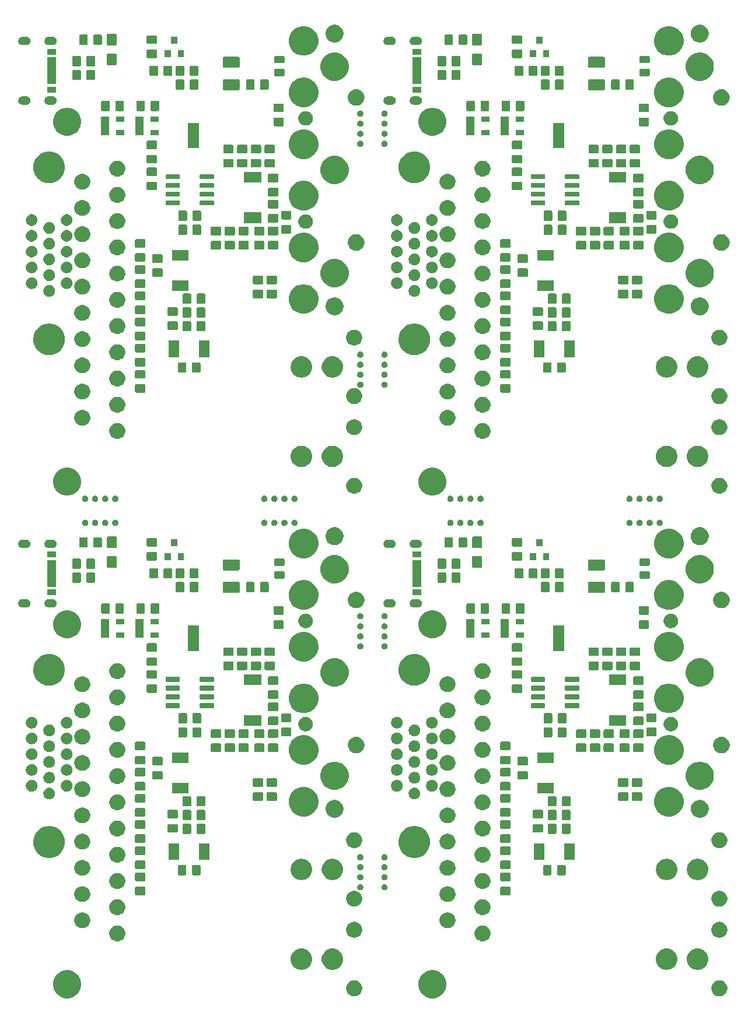
<source format=gbr>
%TF.GenerationSoftware,KiCad,Pcbnew,(5.1.5)-2*%
%TF.CreationDate,2020-06-14T05:32:06+12:00*%
%TF.ProjectId,output.RGB-to-component-panel,6f757470-7574-42e5-9247-422d746f2d63,rev?*%
%TF.SameCoordinates,Original*%
%TF.FileFunction,Soldermask,Top*%
%TF.FilePolarity,Negative*%
%FSLAX46Y46*%
G04 Gerber Fmt 4.6, Leading zero omitted, Abs format (unit mm)*
G04 Created by KiCad (PCBNEW (5.1.5)-2) date 2020-06-14 05:32:06*
%MOMM*%
%LPD*%
G04 APERTURE LIST*
%ADD10C,0.100000*%
G04 APERTURE END LIST*
D10*
G36*
X80798254Y-178297818D02*
G01*
X81171511Y-178452426D01*
X81171513Y-178452427D01*
X81507436Y-178676884D01*
X81793116Y-178962564D01*
X82017574Y-179298489D01*
X82172182Y-179671746D01*
X82251000Y-180067993D01*
X82251000Y-180472007D01*
X82172182Y-180868254D01*
X82124501Y-180983365D01*
X82017573Y-181241513D01*
X81793116Y-181577436D01*
X81507436Y-181863116D01*
X81171513Y-182087573D01*
X81171512Y-182087574D01*
X81171511Y-182087574D01*
X80798254Y-182242182D01*
X80402007Y-182321000D01*
X79997993Y-182321000D01*
X79601746Y-182242182D01*
X79228489Y-182087574D01*
X79228488Y-182087574D01*
X79228487Y-182087573D01*
X78892564Y-181863116D01*
X78606884Y-181577436D01*
X78382427Y-181241513D01*
X78275499Y-180983365D01*
X78227818Y-180868254D01*
X78149000Y-180472007D01*
X78149000Y-180067993D01*
X78227818Y-179671746D01*
X78382426Y-179298489D01*
X78606884Y-178962564D01*
X78892564Y-178676884D01*
X79228487Y-178452427D01*
X79228489Y-178452426D01*
X79601746Y-178297818D01*
X79997993Y-178219000D01*
X80402007Y-178219000D01*
X80798254Y-178297818D01*
G37*
G36*
X27798254Y-178297818D02*
G01*
X28171511Y-178452426D01*
X28171513Y-178452427D01*
X28507436Y-178676884D01*
X28793116Y-178962564D01*
X29017574Y-179298489D01*
X29172182Y-179671746D01*
X29251000Y-180067993D01*
X29251000Y-180472007D01*
X29172182Y-180868254D01*
X29124501Y-180983365D01*
X29017573Y-181241513D01*
X28793116Y-181577436D01*
X28507436Y-181863116D01*
X28171513Y-182087573D01*
X28171512Y-182087574D01*
X28171511Y-182087574D01*
X27798254Y-182242182D01*
X27402007Y-182321000D01*
X26997993Y-182321000D01*
X26601746Y-182242182D01*
X26228489Y-182087574D01*
X26228488Y-182087574D01*
X26228487Y-182087573D01*
X25892564Y-181863116D01*
X25606884Y-181577436D01*
X25382427Y-181241513D01*
X25275499Y-180983365D01*
X25227818Y-180868254D01*
X25149000Y-180472007D01*
X25149000Y-180067993D01*
X25227818Y-179671746D01*
X25382426Y-179298489D01*
X25606884Y-178962564D01*
X25892564Y-178676884D01*
X26228487Y-178452427D01*
X26228489Y-178452426D01*
X26601746Y-178297818D01*
X26997993Y-178219000D01*
X27402007Y-178219000D01*
X27798254Y-178297818D01*
G37*
G36*
X69074549Y-179741116D02*
G01*
X69185734Y-179763232D01*
X69395203Y-179849997D01*
X69583720Y-179975960D01*
X69744040Y-180136280D01*
X69870003Y-180324797D01*
X69956768Y-180534266D01*
X70001000Y-180756636D01*
X70001000Y-180983364D01*
X69956768Y-181205734D01*
X69870003Y-181415203D01*
X69744040Y-181603720D01*
X69583720Y-181764040D01*
X69395203Y-181890003D01*
X69185734Y-181976768D01*
X69074549Y-181998884D01*
X68963365Y-182021000D01*
X68736635Y-182021000D01*
X68625451Y-181998884D01*
X68514266Y-181976768D01*
X68304797Y-181890003D01*
X68116280Y-181764040D01*
X67955960Y-181603720D01*
X67829997Y-181415203D01*
X67743232Y-181205734D01*
X67699000Y-180983364D01*
X67699000Y-180756636D01*
X67743232Y-180534266D01*
X67829997Y-180324797D01*
X67955960Y-180136280D01*
X68116280Y-179975960D01*
X68304797Y-179849997D01*
X68514266Y-179763232D01*
X68625451Y-179741116D01*
X68736635Y-179719000D01*
X68963365Y-179719000D01*
X69074549Y-179741116D01*
G37*
G36*
X122074549Y-179741116D02*
G01*
X122185734Y-179763232D01*
X122395203Y-179849997D01*
X122583720Y-179975960D01*
X122744040Y-180136280D01*
X122870003Y-180324797D01*
X122956768Y-180534266D01*
X123001000Y-180756636D01*
X123001000Y-180983364D01*
X122956768Y-181205734D01*
X122870003Y-181415203D01*
X122744040Y-181603720D01*
X122583720Y-181764040D01*
X122395203Y-181890003D01*
X122185734Y-181976768D01*
X122074549Y-181998884D01*
X121963365Y-182021000D01*
X121736635Y-182021000D01*
X121625451Y-181998884D01*
X121514266Y-181976768D01*
X121304797Y-181890003D01*
X121116280Y-181764040D01*
X120955960Y-181603720D01*
X120829997Y-181415203D01*
X120743232Y-181205734D01*
X120699000Y-180983364D01*
X120699000Y-180756636D01*
X120743232Y-180534266D01*
X120829997Y-180324797D01*
X120955960Y-180136280D01*
X121116280Y-179975960D01*
X121304797Y-179849997D01*
X121514266Y-179763232D01*
X121625451Y-179741116D01*
X121736635Y-179719000D01*
X121963365Y-179719000D01*
X122074549Y-179741116D01*
G37*
G36*
X66002585Y-175098802D02*
G01*
X66152410Y-175128604D01*
X66434674Y-175245521D01*
X66688705Y-175415259D01*
X66904741Y-175631295D01*
X67074479Y-175885326D01*
X67191396Y-176167590D01*
X67251000Y-176467240D01*
X67251000Y-176772760D01*
X67191396Y-177072410D01*
X67074479Y-177354674D01*
X66904741Y-177608705D01*
X66688705Y-177824741D01*
X66434674Y-177994479D01*
X66152410Y-178111396D01*
X66002585Y-178141198D01*
X65852761Y-178171000D01*
X65547239Y-178171000D01*
X65397415Y-178141198D01*
X65247590Y-178111396D01*
X64965326Y-177994479D01*
X64711295Y-177824741D01*
X64495259Y-177608705D01*
X64325521Y-177354674D01*
X64208604Y-177072410D01*
X64149000Y-176772760D01*
X64149000Y-176467240D01*
X64208604Y-176167590D01*
X64325521Y-175885326D01*
X64495259Y-175631295D01*
X64711295Y-175415259D01*
X64965326Y-175245521D01*
X65247590Y-175128604D01*
X65397415Y-175098802D01*
X65547239Y-175069000D01*
X65852761Y-175069000D01*
X66002585Y-175098802D01*
G37*
G36*
X119002585Y-175098802D02*
G01*
X119152410Y-175128604D01*
X119434674Y-175245521D01*
X119688705Y-175415259D01*
X119904741Y-175631295D01*
X120074479Y-175885326D01*
X120191396Y-176167590D01*
X120251000Y-176467240D01*
X120251000Y-176772760D01*
X120191396Y-177072410D01*
X120074479Y-177354674D01*
X119904741Y-177608705D01*
X119688705Y-177824741D01*
X119434674Y-177994479D01*
X119152410Y-178111396D01*
X119002585Y-178141198D01*
X118852761Y-178171000D01*
X118547239Y-178171000D01*
X118397415Y-178141198D01*
X118247590Y-178111396D01*
X117965326Y-177994479D01*
X117711295Y-177824741D01*
X117495259Y-177608705D01*
X117325521Y-177354674D01*
X117208604Y-177072410D01*
X117149000Y-176772760D01*
X117149000Y-176467240D01*
X117208604Y-176167590D01*
X117325521Y-175885326D01*
X117495259Y-175631295D01*
X117711295Y-175415259D01*
X117965326Y-175245521D01*
X118247590Y-175128604D01*
X118397415Y-175098802D01*
X118547239Y-175069000D01*
X118852761Y-175069000D01*
X119002585Y-175098802D01*
G37*
G36*
X114502585Y-175098802D02*
G01*
X114652410Y-175128604D01*
X114934674Y-175245521D01*
X115188705Y-175415259D01*
X115404741Y-175631295D01*
X115574479Y-175885326D01*
X115691396Y-176167590D01*
X115751000Y-176467240D01*
X115751000Y-176772760D01*
X115691396Y-177072410D01*
X115574479Y-177354674D01*
X115404741Y-177608705D01*
X115188705Y-177824741D01*
X114934674Y-177994479D01*
X114652410Y-178111396D01*
X114502585Y-178141198D01*
X114352761Y-178171000D01*
X114047239Y-178171000D01*
X113897415Y-178141198D01*
X113747590Y-178111396D01*
X113465326Y-177994479D01*
X113211295Y-177824741D01*
X112995259Y-177608705D01*
X112825521Y-177354674D01*
X112708604Y-177072410D01*
X112649000Y-176772760D01*
X112649000Y-176467240D01*
X112708604Y-176167590D01*
X112825521Y-175885326D01*
X112995259Y-175631295D01*
X113211295Y-175415259D01*
X113465326Y-175245521D01*
X113747590Y-175128604D01*
X113897415Y-175098802D01*
X114047239Y-175069000D01*
X114352761Y-175069000D01*
X114502585Y-175098802D01*
G37*
G36*
X61502585Y-175098802D02*
G01*
X61652410Y-175128604D01*
X61934674Y-175245521D01*
X62188705Y-175415259D01*
X62404741Y-175631295D01*
X62574479Y-175885326D01*
X62691396Y-176167590D01*
X62751000Y-176467240D01*
X62751000Y-176772760D01*
X62691396Y-177072410D01*
X62574479Y-177354674D01*
X62404741Y-177608705D01*
X62188705Y-177824741D01*
X61934674Y-177994479D01*
X61652410Y-178111396D01*
X61502585Y-178141198D01*
X61352761Y-178171000D01*
X61047239Y-178171000D01*
X60897415Y-178141198D01*
X60747590Y-178111396D01*
X60465326Y-177994479D01*
X60211295Y-177824741D01*
X59995259Y-177608705D01*
X59825521Y-177354674D01*
X59708604Y-177072410D01*
X59649000Y-176772760D01*
X59649000Y-176467240D01*
X59708604Y-176167590D01*
X59825521Y-175885326D01*
X59995259Y-175631295D01*
X60211295Y-175415259D01*
X60465326Y-175245521D01*
X60747590Y-175128604D01*
X60897415Y-175098802D01*
X61047239Y-175069000D01*
X61352761Y-175069000D01*
X61502585Y-175098802D01*
G37*
G36*
X87704549Y-171776116D02*
G01*
X87815734Y-171798232D01*
X88025203Y-171884997D01*
X88213720Y-172010960D01*
X88374040Y-172171280D01*
X88500003Y-172359797D01*
X88586768Y-172569266D01*
X88631000Y-172791636D01*
X88631000Y-173018364D01*
X88586768Y-173240734D01*
X88500003Y-173450203D01*
X88374040Y-173638720D01*
X88213720Y-173799040D01*
X88025203Y-173925003D01*
X87815734Y-174011768D01*
X87704549Y-174033884D01*
X87593365Y-174056000D01*
X87366635Y-174056000D01*
X87255451Y-174033884D01*
X87144266Y-174011768D01*
X86934797Y-173925003D01*
X86746280Y-173799040D01*
X86585960Y-173638720D01*
X86459997Y-173450203D01*
X86373232Y-173240734D01*
X86329000Y-173018364D01*
X86329000Y-172791636D01*
X86373232Y-172569266D01*
X86459997Y-172359797D01*
X86585960Y-172171280D01*
X86746280Y-172010960D01*
X86934797Y-171884997D01*
X87144266Y-171798232D01*
X87255451Y-171776116D01*
X87366635Y-171754000D01*
X87593365Y-171754000D01*
X87704549Y-171776116D01*
G37*
G36*
X34704549Y-171776116D02*
G01*
X34815734Y-171798232D01*
X35025203Y-171884997D01*
X35213720Y-172010960D01*
X35374040Y-172171280D01*
X35500003Y-172359797D01*
X35586768Y-172569266D01*
X35631000Y-172791636D01*
X35631000Y-173018364D01*
X35586768Y-173240734D01*
X35500003Y-173450203D01*
X35374040Y-173638720D01*
X35213720Y-173799040D01*
X35025203Y-173925003D01*
X34815734Y-174011768D01*
X34704549Y-174033884D01*
X34593365Y-174056000D01*
X34366635Y-174056000D01*
X34255451Y-174033884D01*
X34144266Y-174011768D01*
X33934797Y-173925003D01*
X33746280Y-173799040D01*
X33585960Y-173638720D01*
X33459997Y-173450203D01*
X33373232Y-173240734D01*
X33329000Y-173018364D01*
X33329000Y-172791636D01*
X33373232Y-172569266D01*
X33459997Y-172359797D01*
X33585960Y-172171280D01*
X33746280Y-172010960D01*
X33934797Y-171884997D01*
X34144266Y-171798232D01*
X34255451Y-171776116D01*
X34366635Y-171754000D01*
X34593365Y-171754000D01*
X34704549Y-171776116D01*
G37*
G36*
X122074549Y-171241116D02*
G01*
X122185734Y-171263232D01*
X122395203Y-171349997D01*
X122583720Y-171475960D01*
X122744040Y-171636280D01*
X122870003Y-171824797D01*
X122956768Y-172034266D01*
X123001000Y-172256636D01*
X123001000Y-172483364D01*
X122956768Y-172705734D01*
X122870003Y-172915203D01*
X122744040Y-173103720D01*
X122583720Y-173264040D01*
X122395203Y-173390003D01*
X122185734Y-173476768D01*
X122074549Y-173498884D01*
X121963365Y-173521000D01*
X121736635Y-173521000D01*
X121625451Y-173498884D01*
X121514266Y-173476768D01*
X121304797Y-173390003D01*
X121116280Y-173264040D01*
X120955960Y-173103720D01*
X120829997Y-172915203D01*
X120743232Y-172705734D01*
X120699000Y-172483364D01*
X120699000Y-172256636D01*
X120743232Y-172034266D01*
X120829997Y-171824797D01*
X120955960Y-171636280D01*
X121116280Y-171475960D01*
X121304797Y-171349997D01*
X121514266Y-171263232D01*
X121625451Y-171241116D01*
X121736635Y-171219000D01*
X121963365Y-171219000D01*
X122074549Y-171241116D01*
G37*
G36*
X69074549Y-171241116D02*
G01*
X69185734Y-171263232D01*
X69395203Y-171349997D01*
X69583720Y-171475960D01*
X69744040Y-171636280D01*
X69870003Y-171824797D01*
X69956768Y-172034266D01*
X70001000Y-172256636D01*
X70001000Y-172483364D01*
X69956768Y-172705734D01*
X69870003Y-172915203D01*
X69744040Y-173103720D01*
X69583720Y-173264040D01*
X69395203Y-173390003D01*
X69185734Y-173476768D01*
X69074549Y-173498884D01*
X68963365Y-173521000D01*
X68736635Y-173521000D01*
X68625451Y-173498884D01*
X68514266Y-173476768D01*
X68304797Y-173390003D01*
X68116280Y-173264040D01*
X67955960Y-173103720D01*
X67829997Y-172915203D01*
X67743232Y-172705734D01*
X67699000Y-172483364D01*
X67699000Y-172256636D01*
X67743232Y-172034266D01*
X67829997Y-171824797D01*
X67955960Y-171636280D01*
X68116280Y-171475960D01*
X68304797Y-171349997D01*
X68514266Y-171263232D01*
X68625451Y-171241116D01*
X68736635Y-171219000D01*
X68963365Y-171219000D01*
X69074549Y-171241116D01*
G37*
G36*
X29624549Y-169871116D02*
G01*
X29735734Y-169893232D01*
X29945203Y-169979997D01*
X30133720Y-170105960D01*
X30294040Y-170266280D01*
X30420003Y-170454797D01*
X30506768Y-170664266D01*
X30551000Y-170886636D01*
X30551000Y-171113364D01*
X30506768Y-171335734D01*
X30420003Y-171545203D01*
X30294040Y-171733720D01*
X30133720Y-171894040D01*
X29945203Y-172020003D01*
X29735734Y-172106768D01*
X29624549Y-172128884D01*
X29513365Y-172151000D01*
X29286635Y-172151000D01*
X29175451Y-172128884D01*
X29064266Y-172106768D01*
X28854797Y-172020003D01*
X28666280Y-171894040D01*
X28505960Y-171733720D01*
X28379997Y-171545203D01*
X28293232Y-171335734D01*
X28249000Y-171113364D01*
X28249000Y-170886636D01*
X28293232Y-170664266D01*
X28379997Y-170454797D01*
X28505960Y-170266280D01*
X28666280Y-170105960D01*
X28854797Y-169979997D01*
X29064266Y-169893232D01*
X29175451Y-169871116D01*
X29286635Y-169849000D01*
X29513365Y-169849000D01*
X29624549Y-169871116D01*
G37*
G36*
X82624549Y-169871116D02*
G01*
X82735734Y-169893232D01*
X82945203Y-169979997D01*
X83133720Y-170105960D01*
X83294040Y-170266280D01*
X83420003Y-170454797D01*
X83506768Y-170664266D01*
X83551000Y-170886636D01*
X83551000Y-171113364D01*
X83506768Y-171335734D01*
X83420003Y-171545203D01*
X83294040Y-171733720D01*
X83133720Y-171894040D01*
X82945203Y-172020003D01*
X82735734Y-172106768D01*
X82624549Y-172128884D01*
X82513365Y-172151000D01*
X82286635Y-172151000D01*
X82175451Y-172128884D01*
X82064266Y-172106768D01*
X81854797Y-172020003D01*
X81666280Y-171894040D01*
X81505960Y-171733720D01*
X81379997Y-171545203D01*
X81293232Y-171335734D01*
X81249000Y-171113364D01*
X81249000Y-170886636D01*
X81293232Y-170664266D01*
X81379997Y-170454797D01*
X81505960Y-170266280D01*
X81666280Y-170105960D01*
X81854797Y-169979997D01*
X82064266Y-169893232D01*
X82175451Y-169871116D01*
X82286635Y-169849000D01*
X82513365Y-169849000D01*
X82624549Y-169871116D01*
G37*
G36*
X87690714Y-167963364D02*
G01*
X87815734Y-167988232D01*
X88025203Y-168074997D01*
X88213720Y-168200960D01*
X88374040Y-168361280D01*
X88500003Y-168549797D01*
X88500004Y-168549799D01*
X88586768Y-168759267D01*
X88626054Y-168956768D01*
X88631000Y-168981636D01*
X88631000Y-169208364D01*
X88586768Y-169430734D01*
X88500003Y-169640203D01*
X88374040Y-169828720D01*
X88213720Y-169989040D01*
X88025203Y-170115003D01*
X87815734Y-170201768D01*
X87704549Y-170223884D01*
X87593365Y-170246000D01*
X87366635Y-170246000D01*
X87255451Y-170223884D01*
X87144266Y-170201768D01*
X86934797Y-170115003D01*
X86746280Y-169989040D01*
X86585960Y-169828720D01*
X86459997Y-169640203D01*
X86373232Y-169430734D01*
X86329000Y-169208364D01*
X86329000Y-168981636D01*
X86333947Y-168956768D01*
X86373232Y-168759267D01*
X86459996Y-168549799D01*
X86459997Y-168549797D01*
X86585960Y-168361280D01*
X86746280Y-168200960D01*
X86934797Y-168074997D01*
X87144266Y-167988232D01*
X87269286Y-167963364D01*
X87366635Y-167944000D01*
X87593365Y-167944000D01*
X87690714Y-167963364D01*
G37*
G36*
X34690714Y-167963364D02*
G01*
X34815734Y-167988232D01*
X35025203Y-168074997D01*
X35213720Y-168200960D01*
X35374040Y-168361280D01*
X35500003Y-168549797D01*
X35500004Y-168549799D01*
X35586768Y-168759267D01*
X35626054Y-168956768D01*
X35631000Y-168981636D01*
X35631000Y-169208364D01*
X35586768Y-169430734D01*
X35500003Y-169640203D01*
X35374040Y-169828720D01*
X35213720Y-169989040D01*
X35025203Y-170115003D01*
X34815734Y-170201768D01*
X34704549Y-170223884D01*
X34593365Y-170246000D01*
X34366635Y-170246000D01*
X34255451Y-170223884D01*
X34144266Y-170201768D01*
X33934797Y-170115003D01*
X33746280Y-169989040D01*
X33585960Y-169828720D01*
X33459997Y-169640203D01*
X33373232Y-169430734D01*
X33329000Y-169208364D01*
X33329000Y-168981636D01*
X33333947Y-168956768D01*
X33373232Y-168759267D01*
X33459996Y-168549799D01*
X33459997Y-168549797D01*
X33585960Y-168361280D01*
X33746280Y-168200960D01*
X33934797Y-168074997D01*
X34144266Y-167988232D01*
X34269286Y-167963364D01*
X34366635Y-167944000D01*
X34593365Y-167944000D01*
X34690714Y-167963364D01*
G37*
G36*
X69074549Y-166721116D02*
G01*
X69185734Y-166743232D01*
X69395203Y-166829997D01*
X69583720Y-166955960D01*
X69744040Y-167116280D01*
X69869046Y-167303365D01*
X69870004Y-167304799D01*
X69956768Y-167514267D01*
X70001000Y-167736635D01*
X70001000Y-167963365D01*
X69978884Y-168074549D01*
X69956768Y-168185734D01*
X69870003Y-168395203D01*
X69744040Y-168583720D01*
X69583720Y-168744040D01*
X69395203Y-168870003D01*
X69185734Y-168956768D01*
X69074549Y-168978884D01*
X68963365Y-169001000D01*
X68736635Y-169001000D01*
X68625451Y-168978884D01*
X68514266Y-168956768D01*
X68304797Y-168870003D01*
X68116280Y-168744040D01*
X67955960Y-168583720D01*
X67829997Y-168395203D01*
X67743232Y-168185734D01*
X67721116Y-168074549D01*
X67699000Y-167963365D01*
X67699000Y-167736635D01*
X67743232Y-167514267D01*
X67829996Y-167304799D01*
X67830954Y-167303365D01*
X67955960Y-167116280D01*
X68116280Y-166955960D01*
X68304797Y-166829997D01*
X68514266Y-166743232D01*
X68625451Y-166721116D01*
X68736635Y-166699000D01*
X68963365Y-166699000D01*
X69074549Y-166721116D01*
G37*
G36*
X122074549Y-166721116D02*
G01*
X122185734Y-166743232D01*
X122395203Y-166829997D01*
X122583720Y-166955960D01*
X122744040Y-167116280D01*
X122869046Y-167303365D01*
X122870004Y-167304799D01*
X122956768Y-167514267D01*
X123001000Y-167736635D01*
X123001000Y-167963365D01*
X122978884Y-168074549D01*
X122956768Y-168185734D01*
X122870003Y-168395203D01*
X122744040Y-168583720D01*
X122583720Y-168744040D01*
X122395203Y-168870003D01*
X122185734Y-168956768D01*
X122074549Y-168978884D01*
X121963365Y-169001000D01*
X121736635Y-169001000D01*
X121625451Y-168978884D01*
X121514266Y-168956768D01*
X121304797Y-168870003D01*
X121116280Y-168744040D01*
X120955960Y-168583720D01*
X120829997Y-168395203D01*
X120743232Y-168185734D01*
X120721116Y-168074549D01*
X120699000Y-167963365D01*
X120699000Y-167736635D01*
X120743232Y-167514267D01*
X120829996Y-167304799D01*
X120830954Y-167303365D01*
X120955960Y-167116280D01*
X121116280Y-166955960D01*
X121304797Y-166829997D01*
X121514266Y-166743232D01*
X121625451Y-166721116D01*
X121736635Y-166699000D01*
X121963365Y-166699000D01*
X122074549Y-166721116D01*
G37*
G36*
X29599915Y-166056216D02*
G01*
X29735734Y-166083232D01*
X29945203Y-166169997D01*
X30133720Y-166295960D01*
X30294040Y-166456280D01*
X30420003Y-166644797D01*
X30420004Y-166644799D01*
X30506768Y-166854267D01*
X30551000Y-167076635D01*
X30551000Y-167303365D01*
X30545646Y-167330282D01*
X30506768Y-167525734D01*
X30420003Y-167735203D01*
X30294040Y-167923720D01*
X30133720Y-168084040D01*
X29945203Y-168210003D01*
X29735734Y-168296768D01*
X29624549Y-168318884D01*
X29513365Y-168341000D01*
X29286635Y-168341000D01*
X29175451Y-168318884D01*
X29064266Y-168296768D01*
X28854797Y-168210003D01*
X28666280Y-168084040D01*
X28505960Y-167923720D01*
X28379997Y-167735203D01*
X28293232Y-167525734D01*
X28254354Y-167330282D01*
X28249000Y-167303365D01*
X28249000Y-167076635D01*
X28293232Y-166854267D01*
X28379996Y-166644799D01*
X28379997Y-166644797D01*
X28505960Y-166456280D01*
X28666280Y-166295960D01*
X28854797Y-166169997D01*
X29064266Y-166083232D01*
X29200085Y-166056216D01*
X29286635Y-166039000D01*
X29513365Y-166039000D01*
X29599915Y-166056216D01*
G37*
G36*
X82599915Y-166056216D02*
G01*
X82735734Y-166083232D01*
X82945203Y-166169997D01*
X83133720Y-166295960D01*
X83294040Y-166456280D01*
X83420003Y-166644797D01*
X83420004Y-166644799D01*
X83506768Y-166854267D01*
X83551000Y-167076635D01*
X83551000Y-167303365D01*
X83545646Y-167330282D01*
X83506768Y-167525734D01*
X83420003Y-167735203D01*
X83294040Y-167923720D01*
X83133720Y-168084040D01*
X82945203Y-168210003D01*
X82735734Y-168296768D01*
X82624549Y-168318884D01*
X82513365Y-168341000D01*
X82286635Y-168341000D01*
X82175451Y-168318884D01*
X82064266Y-168296768D01*
X81854797Y-168210003D01*
X81666280Y-168084040D01*
X81505960Y-167923720D01*
X81379997Y-167735203D01*
X81293232Y-167525734D01*
X81254354Y-167330282D01*
X81249000Y-167303365D01*
X81249000Y-167076635D01*
X81293232Y-166854267D01*
X81379996Y-166644799D01*
X81379997Y-166644797D01*
X81505960Y-166456280D01*
X81666280Y-166295960D01*
X81854797Y-166169997D01*
X82064266Y-166083232D01*
X82200085Y-166056216D01*
X82286635Y-166039000D01*
X82513365Y-166039000D01*
X82599915Y-166056216D01*
G37*
G36*
X38388674Y-166103465D02*
G01*
X38426367Y-166114899D01*
X38461103Y-166133466D01*
X38491548Y-166158452D01*
X38516534Y-166188897D01*
X38535101Y-166223633D01*
X38546535Y-166261326D01*
X38551000Y-166306661D01*
X38551000Y-167143339D01*
X38546535Y-167188674D01*
X38535101Y-167226367D01*
X38516534Y-167261103D01*
X38491548Y-167291548D01*
X38461103Y-167316534D01*
X38426367Y-167335101D01*
X38388674Y-167346535D01*
X38343339Y-167351000D01*
X37256661Y-167351000D01*
X37211326Y-167346535D01*
X37173633Y-167335101D01*
X37138897Y-167316534D01*
X37108452Y-167291548D01*
X37083466Y-167261103D01*
X37064899Y-167226367D01*
X37053465Y-167188674D01*
X37049000Y-167143339D01*
X37049000Y-166306661D01*
X37053465Y-166261326D01*
X37064899Y-166223633D01*
X37083466Y-166188897D01*
X37108452Y-166158452D01*
X37138897Y-166133466D01*
X37173633Y-166114899D01*
X37211326Y-166103465D01*
X37256661Y-166099000D01*
X38343339Y-166099000D01*
X38388674Y-166103465D01*
G37*
G36*
X91388674Y-166103465D02*
G01*
X91426367Y-166114899D01*
X91461103Y-166133466D01*
X91491548Y-166158452D01*
X91516534Y-166188897D01*
X91535101Y-166223633D01*
X91546535Y-166261326D01*
X91551000Y-166306661D01*
X91551000Y-167143339D01*
X91546535Y-167188674D01*
X91535101Y-167226367D01*
X91516534Y-167261103D01*
X91491548Y-167291548D01*
X91461103Y-167316534D01*
X91426367Y-167335101D01*
X91388674Y-167346535D01*
X91343339Y-167351000D01*
X90256661Y-167351000D01*
X90211326Y-167346535D01*
X90173633Y-167335101D01*
X90138897Y-167316534D01*
X90108452Y-167291548D01*
X90083466Y-167261103D01*
X90064899Y-167226367D01*
X90053465Y-167188674D01*
X90049000Y-167143339D01*
X90049000Y-166306661D01*
X90053465Y-166261326D01*
X90064899Y-166223633D01*
X90083466Y-166188897D01*
X90108452Y-166158452D01*
X90138897Y-166133466D01*
X90173633Y-166114899D01*
X90211326Y-166103465D01*
X90256661Y-166099000D01*
X91343339Y-166099000D01*
X91388674Y-166103465D01*
G37*
G36*
X69881552Y-165754102D02*
G01*
X69963622Y-165788097D01*
X69963629Y-165788100D01*
X70000813Y-165812946D01*
X70037495Y-165837456D01*
X70100315Y-165900276D01*
X70149672Y-165974144D01*
X70183669Y-166056219D01*
X70201000Y-166143350D01*
X70201000Y-166232192D01*
X70183669Y-166319323D01*
X70153661Y-166391768D01*
X70149671Y-166401400D01*
X70100314Y-166475267D01*
X70037496Y-166538085D01*
X69963629Y-166587442D01*
X69963628Y-166587443D01*
X69963627Y-166587443D01*
X69881552Y-166621440D01*
X69794421Y-166638771D01*
X69705579Y-166638771D01*
X69618448Y-166621440D01*
X69536373Y-166587443D01*
X69536372Y-166587443D01*
X69536371Y-166587442D01*
X69462504Y-166538085D01*
X69399686Y-166475267D01*
X69350329Y-166401400D01*
X69346339Y-166391768D01*
X69316331Y-166319323D01*
X69299000Y-166232192D01*
X69299000Y-166143350D01*
X69316331Y-166056219D01*
X69350328Y-165974144D01*
X69399685Y-165900276D01*
X69462505Y-165837456D01*
X69499187Y-165812946D01*
X69536371Y-165788100D01*
X69536378Y-165788097D01*
X69618448Y-165754102D01*
X69705579Y-165736771D01*
X69794421Y-165736771D01*
X69881552Y-165754102D01*
G37*
G36*
X73381552Y-165754099D02*
G01*
X73463627Y-165788096D01*
X73463629Y-165788097D01*
X73463633Y-165788100D01*
X73537495Y-165837453D01*
X73600315Y-165900273D01*
X73649672Y-165974141D01*
X73683669Y-166056216D01*
X73701000Y-166143347D01*
X73701000Y-166232189D01*
X73683669Y-166319320D01*
X73649672Y-166401395D01*
X73600315Y-166475263D01*
X73537495Y-166538083D01*
X73500813Y-166562593D01*
X73463629Y-166587439D01*
X73463628Y-166587440D01*
X73463627Y-166587440D01*
X73381552Y-166621437D01*
X73294421Y-166638768D01*
X73205579Y-166638768D01*
X73118448Y-166621437D01*
X73036373Y-166587440D01*
X73036372Y-166587440D01*
X73036371Y-166587439D01*
X72999187Y-166562593D01*
X72962505Y-166538083D01*
X72899685Y-166475263D01*
X72850328Y-166401395D01*
X72816331Y-166319320D01*
X72799000Y-166232189D01*
X72799000Y-166143347D01*
X72816331Y-166056216D01*
X72850328Y-165974141D01*
X72899685Y-165900273D01*
X72962505Y-165837453D01*
X73036367Y-165788100D01*
X73036371Y-165788097D01*
X73036373Y-165788096D01*
X73118448Y-165754099D01*
X73205579Y-165736768D01*
X73294421Y-165736768D01*
X73381552Y-165754099D01*
G37*
G36*
X34704549Y-164156116D02*
G01*
X34815734Y-164178232D01*
X35025203Y-164264997D01*
X35213720Y-164390960D01*
X35374040Y-164551280D01*
X35500003Y-164739797D01*
X35586768Y-164949266D01*
X35600192Y-165016753D01*
X35629268Y-165162926D01*
X35631000Y-165171636D01*
X35631000Y-165398364D01*
X35586768Y-165620734D01*
X35500003Y-165830203D01*
X35374040Y-166018720D01*
X35213720Y-166179040D01*
X35025203Y-166305003D01*
X35025202Y-166305004D01*
X35025201Y-166305004D01*
X34990639Y-166319320D01*
X34815734Y-166391768D01*
X34704549Y-166413884D01*
X34593365Y-166436000D01*
X34366635Y-166436000D01*
X34255451Y-166413884D01*
X34144266Y-166391768D01*
X33969361Y-166319320D01*
X33934799Y-166305004D01*
X33934798Y-166305004D01*
X33934797Y-166305003D01*
X33746280Y-166179040D01*
X33585960Y-166018720D01*
X33459997Y-165830203D01*
X33373232Y-165620734D01*
X33329000Y-165398364D01*
X33329000Y-165171636D01*
X33330733Y-165162926D01*
X33359808Y-165016753D01*
X33373232Y-164949266D01*
X33459997Y-164739797D01*
X33585960Y-164551280D01*
X33746280Y-164390960D01*
X33934797Y-164264997D01*
X34144266Y-164178232D01*
X34255451Y-164156116D01*
X34366635Y-164134000D01*
X34593365Y-164134000D01*
X34704549Y-164156116D01*
G37*
G36*
X87704549Y-164156116D02*
G01*
X87815734Y-164178232D01*
X88025203Y-164264997D01*
X88213720Y-164390960D01*
X88374040Y-164551280D01*
X88500003Y-164739797D01*
X88586768Y-164949266D01*
X88600192Y-165016753D01*
X88629268Y-165162926D01*
X88631000Y-165171636D01*
X88631000Y-165398364D01*
X88586768Y-165620734D01*
X88500003Y-165830203D01*
X88374040Y-166018720D01*
X88213720Y-166179040D01*
X88025203Y-166305003D01*
X88025202Y-166305004D01*
X88025201Y-166305004D01*
X87990639Y-166319320D01*
X87815734Y-166391768D01*
X87704549Y-166413884D01*
X87593365Y-166436000D01*
X87366635Y-166436000D01*
X87255451Y-166413884D01*
X87144266Y-166391768D01*
X86969361Y-166319320D01*
X86934799Y-166305004D01*
X86934798Y-166305004D01*
X86934797Y-166305003D01*
X86746280Y-166179040D01*
X86585960Y-166018720D01*
X86459997Y-165830203D01*
X86373232Y-165620734D01*
X86329000Y-165398364D01*
X86329000Y-165171636D01*
X86330733Y-165162926D01*
X86359808Y-165016753D01*
X86373232Y-164949266D01*
X86459997Y-164739797D01*
X86585960Y-164551280D01*
X86746280Y-164390960D01*
X86934797Y-164264997D01*
X87144266Y-164178232D01*
X87255451Y-164156116D01*
X87366635Y-164134000D01*
X87593365Y-164134000D01*
X87704549Y-164156116D01*
G37*
G36*
X38388674Y-164053465D02*
G01*
X38426367Y-164064899D01*
X38461103Y-164083466D01*
X38491548Y-164108452D01*
X38516534Y-164138897D01*
X38535101Y-164173633D01*
X38546535Y-164211326D01*
X38551000Y-164256661D01*
X38551000Y-165093339D01*
X38546535Y-165138674D01*
X38535101Y-165176367D01*
X38516534Y-165211103D01*
X38491548Y-165241548D01*
X38461103Y-165266534D01*
X38426367Y-165285101D01*
X38388674Y-165296535D01*
X38343339Y-165301000D01*
X37256661Y-165301000D01*
X37211326Y-165296535D01*
X37173633Y-165285101D01*
X37138897Y-165266534D01*
X37108452Y-165241548D01*
X37083466Y-165211103D01*
X37064899Y-165176367D01*
X37053465Y-165138674D01*
X37049000Y-165093339D01*
X37049000Y-164256661D01*
X37053465Y-164211326D01*
X37064899Y-164173633D01*
X37083466Y-164138897D01*
X37108452Y-164108452D01*
X37138897Y-164083466D01*
X37173633Y-164064899D01*
X37211326Y-164053465D01*
X37256661Y-164049000D01*
X38343339Y-164049000D01*
X38388674Y-164053465D01*
G37*
G36*
X91388674Y-164053465D02*
G01*
X91426367Y-164064899D01*
X91461103Y-164083466D01*
X91491548Y-164108452D01*
X91516534Y-164138897D01*
X91535101Y-164173633D01*
X91546535Y-164211326D01*
X91551000Y-164256661D01*
X91551000Y-165093339D01*
X91546535Y-165138674D01*
X91535101Y-165176367D01*
X91516534Y-165211103D01*
X91491548Y-165241548D01*
X91461103Y-165266534D01*
X91426367Y-165285101D01*
X91388674Y-165296535D01*
X91343339Y-165301000D01*
X90256661Y-165301000D01*
X90211326Y-165296535D01*
X90173633Y-165285101D01*
X90138897Y-165266534D01*
X90108452Y-165241548D01*
X90083466Y-165211103D01*
X90064899Y-165176367D01*
X90053465Y-165138674D01*
X90049000Y-165093339D01*
X90049000Y-164256661D01*
X90053465Y-164211326D01*
X90064899Y-164173633D01*
X90083466Y-164138897D01*
X90108452Y-164108452D01*
X90138897Y-164083466D01*
X90173633Y-164064899D01*
X90211326Y-164053465D01*
X90256661Y-164049000D01*
X91343339Y-164049000D01*
X91388674Y-164053465D01*
G37*
G36*
X69881552Y-164295589D02*
G01*
X69963622Y-164329584D01*
X69963629Y-164329587D01*
X69971239Y-164334672D01*
X70037495Y-164378943D01*
X70100315Y-164441763D01*
X70149672Y-164515631D01*
X70183669Y-164597706D01*
X70201000Y-164684837D01*
X70201000Y-164773679D01*
X70183669Y-164860810D01*
X70149673Y-164942882D01*
X70149671Y-164942887D01*
X70145408Y-164949267D01*
X70100315Y-165016753D01*
X70037495Y-165079573D01*
X70000813Y-165104083D01*
X69963629Y-165128929D01*
X69963628Y-165128930D01*
X69963627Y-165128930D01*
X69881552Y-165162927D01*
X69794421Y-165180258D01*
X69705579Y-165180258D01*
X69618448Y-165162927D01*
X69536373Y-165128930D01*
X69536372Y-165128930D01*
X69536371Y-165128929D01*
X69499187Y-165104083D01*
X69462505Y-165079573D01*
X69399685Y-165016753D01*
X69354592Y-164949267D01*
X69350329Y-164942887D01*
X69350327Y-164942882D01*
X69316331Y-164860810D01*
X69299000Y-164773679D01*
X69299000Y-164684837D01*
X69316331Y-164597706D01*
X69350328Y-164515631D01*
X69399685Y-164441763D01*
X69462505Y-164378943D01*
X69528761Y-164334672D01*
X69536371Y-164329587D01*
X69536378Y-164329584D01*
X69618448Y-164295589D01*
X69705579Y-164278258D01*
X69794421Y-164278258D01*
X69881552Y-164295589D01*
G37*
G36*
X73381552Y-164295586D02*
G01*
X73463627Y-164329583D01*
X73463629Y-164329584D01*
X73500813Y-164354430D01*
X73537495Y-164378940D01*
X73600315Y-164441760D01*
X73649672Y-164515628D01*
X73683669Y-164597703D01*
X73701000Y-164684834D01*
X73701000Y-164773676D01*
X73683669Y-164860807D01*
X73649672Y-164942882D01*
X73649671Y-164942884D01*
X73645406Y-164949267D01*
X73600315Y-165016750D01*
X73537495Y-165079570D01*
X73533970Y-165081925D01*
X73463629Y-165128926D01*
X73463628Y-165128927D01*
X73463627Y-165128927D01*
X73381552Y-165162924D01*
X73294421Y-165180255D01*
X73205579Y-165180255D01*
X73118448Y-165162924D01*
X73036373Y-165128927D01*
X73036372Y-165128927D01*
X73036371Y-165128926D01*
X72966030Y-165081925D01*
X72962505Y-165079570D01*
X72899685Y-165016750D01*
X72854594Y-164949267D01*
X72850329Y-164942884D01*
X72850328Y-164942882D01*
X72816331Y-164860807D01*
X72799000Y-164773676D01*
X72799000Y-164684834D01*
X72816331Y-164597703D01*
X72850328Y-164515628D01*
X72899685Y-164441760D01*
X72962505Y-164378940D01*
X72999187Y-164354430D01*
X73036371Y-164329584D01*
X73036373Y-164329583D01*
X73118448Y-164295586D01*
X73205579Y-164278255D01*
X73294421Y-164278255D01*
X73381552Y-164295586D01*
G37*
G36*
X61502585Y-162078802D02*
G01*
X61652410Y-162108604D01*
X61934674Y-162225521D01*
X62188705Y-162395259D01*
X62404741Y-162611295D01*
X62574479Y-162865326D01*
X62691396Y-163147590D01*
X62707057Y-163226322D01*
X62728063Y-163331925D01*
X62751000Y-163447240D01*
X62751000Y-163752760D01*
X62691396Y-164052410D01*
X62574479Y-164334674D01*
X62404741Y-164588705D01*
X62188705Y-164804741D01*
X61934674Y-164974479D01*
X61652410Y-165091396D01*
X61502585Y-165121198D01*
X61352761Y-165151000D01*
X61047239Y-165151000D01*
X60897415Y-165121198D01*
X60747590Y-165091396D01*
X60465326Y-164974479D01*
X60211295Y-164804741D01*
X59995259Y-164588705D01*
X59825521Y-164334674D01*
X59708604Y-164052410D01*
X59649000Y-163752760D01*
X59649000Y-163447240D01*
X59671938Y-163331925D01*
X59692943Y-163226322D01*
X59708604Y-163147590D01*
X59825521Y-162865326D01*
X59995259Y-162611295D01*
X60211295Y-162395259D01*
X60465326Y-162225521D01*
X60747590Y-162108604D01*
X60897415Y-162078802D01*
X61047239Y-162049000D01*
X61352761Y-162049000D01*
X61502585Y-162078802D01*
G37*
G36*
X66002585Y-162078802D02*
G01*
X66152410Y-162108604D01*
X66434674Y-162225521D01*
X66688705Y-162395259D01*
X66904741Y-162611295D01*
X67074479Y-162865326D01*
X67191396Y-163147590D01*
X67207057Y-163226322D01*
X67228063Y-163331925D01*
X67251000Y-163447240D01*
X67251000Y-163752760D01*
X67191396Y-164052410D01*
X67074479Y-164334674D01*
X66904741Y-164588705D01*
X66688705Y-164804741D01*
X66434674Y-164974479D01*
X66152410Y-165091396D01*
X66002585Y-165121198D01*
X65852761Y-165151000D01*
X65547239Y-165151000D01*
X65397415Y-165121198D01*
X65247590Y-165091396D01*
X64965326Y-164974479D01*
X64711295Y-164804741D01*
X64495259Y-164588705D01*
X64325521Y-164334674D01*
X64208604Y-164052410D01*
X64149000Y-163752760D01*
X64149000Y-163447240D01*
X64171938Y-163331925D01*
X64192943Y-163226322D01*
X64208604Y-163147590D01*
X64325521Y-162865326D01*
X64495259Y-162611295D01*
X64711295Y-162395259D01*
X64965326Y-162225521D01*
X65247590Y-162108604D01*
X65397415Y-162078802D01*
X65547239Y-162049000D01*
X65852761Y-162049000D01*
X66002585Y-162078802D01*
G37*
G36*
X114502585Y-162078802D02*
G01*
X114652410Y-162108604D01*
X114934674Y-162225521D01*
X115188705Y-162395259D01*
X115404741Y-162611295D01*
X115574479Y-162865326D01*
X115691396Y-163147590D01*
X115707057Y-163226322D01*
X115728063Y-163331925D01*
X115751000Y-163447240D01*
X115751000Y-163752760D01*
X115691396Y-164052410D01*
X115574479Y-164334674D01*
X115404741Y-164588705D01*
X115188705Y-164804741D01*
X114934674Y-164974479D01*
X114652410Y-165091396D01*
X114502585Y-165121198D01*
X114352761Y-165151000D01*
X114047239Y-165151000D01*
X113897415Y-165121198D01*
X113747590Y-165091396D01*
X113465326Y-164974479D01*
X113211295Y-164804741D01*
X112995259Y-164588705D01*
X112825521Y-164334674D01*
X112708604Y-164052410D01*
X112649000Y-163752760D01*
X112649000Y-163447240D01*
X112671938Y-163331925D01*
X112692943Y-163226322D01*
X112708604Y-163147590D01*
X112825521Y-162865326D01*
X112995259Y-162611295D01*
X113211295Y-162395259D01*
X113465326Y-162225521D01*
X113747590Y-162108604D01*
X113897415Y-162078802D01*
X114047239Y-162049000D01*
X114352761Y-162049000D01*
X114502585Y-162078802D01*
G37*
G36*
X119002585Y-162078802D02*
G01*
X119152410Y-162108604D01*
X119434674Y-162225521D01*
X119688705Y-162395259D01*
X119904741Y-162611295D01*
X120074479Y-162865326D01*
X120191396Y-163147590D01*
X120207057Y-163226322D01*
X120228063Y-163331925D01*
X120251000Y-163447240D01*
X120251000Y-163752760D01*
X120191396Y-164052410D01*
X120074479Y-164334674D01*
X119904741Y-164588705D01*
X119688705Y-164804741D01*
X119434674Y-164974479D01*
X119152410Y-165091396D01*
X119002585Y-165121198D01*
X118852761Y-165151000D01*
X118547239Y-165151000D01*
X118397415Y-165121198D01*
X118247590Y-165091396D01*
X117965326Y-164974479D01*
X117711295Y-164804741D01*
X117495259Y-164588705D01*
X117325521Y-164334674D01*
X117208604Y-164052410D01*
X117149000Y-163752760D01*
X117149000Y-163447240D01*
X117171938Y-163331925D01*
X117192943Y-163226322D01*
X117208604Y-163147590D01*
X117325521Y-162865326D01*
X117495259Y-162611295D01*
X117711295Y-162395259D01*
X117965326Y-162225521D01*
X118247590Y-162108604D01*
X118397415Y-162078802D01*
X118547239Y-162049000D01*
X118852761Y-162049000D01*
X119002585Y-162078802D01*
G37*
G36*
X29624549Y-162251116D02*
G01*
X29735734Y-162273232D01*
X29945203Y-162359997D01*
X30133720Y-162485960D01*
X30294040Y-162646280D01*
X30420003Y-162834797D01*
X30420004Y-162834799D01*
X30445416Y-162896150D01*
X30500328Y-163028718D01*
X30506768Y-163044267D01*
X30551000Y-163266635D01*
X30551000Y-163493365D01*
X30546391Y-163516534D01*
X30506768Y-163715734D01*
X30420003Y-163925203D01*
X30294040Y-164113720D01*
X30133720Y-164274040D01*
X29945203Y-164400003D01*
X29735734Y-164486768D01*
X29624549Y-164508884D01*
X29513365Y-164531000D01*
X29286635Y-164531000D01*
X29175451Y-164508884D01*
X29064266Y-164486768D01*
X28854797Y-164400003D01*
X28666280Y-164274040D01*
X28505960Y-164113720D01*
X28379997Y-163925203D01*
X28293232Y-163715734D01*
X28253609Y-163516534D01*
X28249000Y-163493365D01*
X28249000Y-163266635D01*
X28293232Y-163044267D01*
X28299673Y-163028718D01*
X28354584Y-162896150D01*
X28379996Y-162834799D01*
X28379997Y-162834797D01*
X28505960Y-162646280D01*
X28666280Y-162485960D01*
X28854797Y-162359997D01*
X29064266Y-162273232D01*
X29175451Y-162251116D01*
X29286635Y-162229000D01*
X29513365Y-162229000D01*
X29624549Y-162251116D01*
G37*
G36*
X82624549Y-162251116D02*
G01*
X82735734Y-162273232D01*
X82945203Y-162359997D01*
X83133720Y-162485960D01*
X83294040Y-162646280D01*
X83420003Y-162834797D01*
X83420004Y-162834799D01*
X83445416Y-162896150D01*
X83500328Y-163028718D01*
X83506768Y-163044267D01*
X83551000Y-163266635D01*
X83551000Y-163493365D01*
X83546391Y-163516534D01*
X83506768Y-163715734D01*
X83420003Y-163925203D01*
X83294040Y-164113720D01*
X83133720Y-164274040D01*
X82945203Y-164400003D01*
X82735734Y-164486768D01*
X82624549Y-164508884D01*
X82513365Y-164531000D01*
X82286635Y-164531000D01*
X82175451Y-164508884D01*
X82064266Y-164486768D01*
X81854797Y-164400003D01*
X81666280Y-164274040D01*
X81505960Y-164113720D01*
X81379997Y-163925203D01*
X81293232Y-163715734D01*
X81253609Y-163516534D01*
X81249000Y-163493365D01*
X81249000Y-163266635D01*
X81293232Y-163044267D01*
X81299673Y-163028718D01*
X81354584Y-162896150D01*
X81379996Y-162834799D01*
X81379997Y-162834797D01*
X81505960Y-162646280D01*
X81666280Y-162485960D01*
X81854797Y-162359997D01*
X82064266Y-162273232D01*
X82175451Y-162251116D01*
X82286635Y-162229000D01*
X82513365Y-162229000D01*
X82624549Y-162251116D01*
G37*
G36*
X46388674Y-162953465D02*
G01*
X46426367Y-162964899D01*
X46461103Y-162983466D01*
X46491548Y-163008452D01*
X46516534Y-163038897D01*
X46535101Y-163073633D01*
X46546535Y-163111326D01*
X46551000Y-163156661D01*
X46551000Y-164243339D01*
X46546535Y-164288674D01*
X46535101Y-164326367D01*
X46516534Y-164361103D01*
X46491548Y-164391548D01*
X46461103Y-164416534D01*
X46426367Y-164435101D01*
X46388674Y-164446535D01*
X46343339Y-164451000D01*
X45506661Y-164451000D01*
X45461326Y-164446535D01*
X45423633Y-164435101D01*
X45388897Y-164416534D01*
X45358452Y-164391548D01*
X45333466Y-164361103D01*
X45314899Y-164326367D01*
X45303465Y-164288674D01*
X45299000Y-164243339D01*
X45299000Y-163156661D01*
X45303465Y-163111326D01*
X45314899Y-163073633D01*
X45333466Y-163038897D01*
X45358452Y-163008452D01*
X45388897Y-162983466D01*
X45423633Y-162964899D01*
X45461326Y-162953465D01*
X45506661Y-162949000D01*
X46343339Y-162949000D01*
X46388674Y-162953465D01*
G37*
G36*
X97338674Y-162953465D02*
G01*
X97376367Y-162964899D01*
X97411103Y-162983466D01*
X97441548Y-163008452D01*
X97466534Y-163038897D01*
X97485101Y-163073633D01*
X97496535Y-163111326D01*
X97501000Y-163156661D01*
X97501000Y-164243339D01*
X97496535Y-164288674D01*
X97485101Y-164326367D01*
X97466534Y-164361103D01*
X97441548Y-164391548D01*
X97411103Y-164416534D01*
X97376367Y-164435101D01*
X97338674Y-164446535D01*
X97293339Y-164451000D01*
X96456661Y-164451000D01*
X96411326Y-164446535D01*
X96373633Y-164435101D01*
X96338897Y-164416534D01*
X96308452Y-164391548D01*
X96283466Y-164361103D01*
X96264899Y-164326367D01*
X96253465Y-164288674D01*
X96249000Y-164243339D01*
X96249000Y-163156661D01*
X96253465Y-163111326D01*
X96264899Y-163073633D01*
X96283466Y-163038897D01*
X96308452Y-163008452D01*
X96338897Y-162983466D01*
X96373633Y-162964899D01*
X96411326Y-162953465D01*
X96456661Y-162949000D01*
X97293339Y-162949000D01*
X97338674Y-162953465D01*
G37*
G36*
X44338674Y-162953465D02*
G01*
X44376367Y-162964899D01*
X44411103Y-162983466D01*
X44441548Y-163008452D01*
X44466534Y-163038897D01*
X44485101Y-163073633D01*
X44496535Y-163111326D01*
X44501000Y-163156661D01*
X44501000Y-164243339D01*
X44496535Y-164288674D01*
X44485101Y-164326367D01*
X44466534Y-164361103D01*
X44441548Y-164391548D01*
X44411103Y-164416534D01*
X44376367Y-164435101D01*
X44338674Y-164446535D01*
X44293339Y-164451000D01*
X43456661Y-164451000D01*
X43411326Y-164446535D01*
X43373633Y-164435101D01*
X43338897Y-164416534D01*
X43308452Y-164391548D01*
X43283466Y-164361103D01*
X43264899Y-164326367D01*
X43253465Y-164288674D01*
X43249000Y-164243339D01*
X43249000Y-163156661D01*
X43253465Y-163111326D01*
X43264899Y-163073633D01*
X43283466Y-163038897D01*
X43308452Y-163008452D01*
X43338897Y-162983466D01*
X43373633Y-162964899D01*
X43411326Y-162953465D01*
X43456661Y-162949000D01*
X44293339Y-162949000D01*
X44338674Y-162953465D01*
G37*
G36*
X99388674Y-162953465D02*
G01*
X99426367Y-162964899D01*
X99461103Y-162983466D01*
X99491548Y-163008452D01*
X99516534Y-163038897D01*
X99535101Y-163073633D01*
X99546535Y-163111326D01*
X99551000Y-163156661D01*
X99551000Y-164243339D01*
X99546535Y-164288674D01*
X99535101Y-164326367D01*
X99516534Y-164361103D01*
X99491548Y-164391548D01*
X99461103Y-164416534D01*
X99426367Y-164435101D01*
X99388674Y-164446535D01*
X99343339Y-164451000D01*
X98506661Y-164451000D01*
X98461326Y-164446535D01*
X98423633Y-164435101D01*
X98388897Y-164416534D01*
X98358452Y-164391548D01*
X98333466Y-164361103D01*
X98314899Y-164326367D01*
X98303465Y-164288674D01*
X98299000Y-164243339D01*
X98299000Y-163156661D01*
X98303465Y-163111326D01*
X98314899Y-163073633D01*
X98333466Y-163038897D01*
X98358452Y-163008452D01*
X98388897Y-162983466D01*
X98423633Y-162964899D01*
X98461326Y-162953465D01*
X98506661Y-162949000D01*
X99343339Y-162949000D01*
X99388674Y-162953465D01*
G37*
G36*
X69881552Y-162837076D02*
G01*
X69963622Y-162871071D01*
X69963629Y-162871074D01*
X70000813Y-162895920D01*
X70037495Y-162920430D01*
X70100315Y-162983250D01*
X70149672Y-163057118D01*
X70183669Y-163139193D01*
X70201000Y-163226324D01*
X70201000Y-163315166D01*
X70183669Y-163402297D01*
X70149672Y-163484372D01*
X70105153Y-163551000D01*
X70100314Y-163558241D01*
X70037496Y-163621059D01*
X69963629Y-163670416D01*
X69963628Y-163670417D01*
X69963627Y-163670417D01*
X69881552Y-163704414D01*
X69794421Y-163721745D01*
X69705579Y-163721745D01*
X69618448Y-163704414D01*
X69536373Y-163670417D01*
X69536372Y-163670417D01*
X69536371Y-163670416D01*
X69462504Y-163621059D01*
X69399686Y-163558241D01*
X69394848Y-163551000D01*
X69350328Y-163484372D01*
X69316331Y-163402297D01*
X69299000Y-163315166D01*
X69299000Y-163226324D01*
X69316331Y-163139193D01*
X69350328Y-163057118D01*
X69399685Y-162983250D01*
X69462505Y-162920430D01*
X69499187Y-162895920D01*
X69536371Y-162871074D01*
X69536378Y-162871071D01*
X69618448Y-162837076D01*
X69705579Y-162819745D01*
X69794421Y-162819745D01*
X69881552Y-162837076D01*
G37*
G36*
X73381552Y-162837073D02*
G01*
X73463627Y-162871070D01*
X73463629Y-162871071D01*
X73463633Y-162871074D01*
X73537495Y-162920427D01*
X73600315Y-162983247D01*
X73649672Y-163057115D01*
X73683669Y-163139190D01*
X73701000Y-163226321D01*
X73701000Y-163315163D01*
X73683669Y-163402294D01*
X73649672Y-163484369D01*
X73600315Y-163558237D01*
X73537495Y-163621057D01*
X73500813Y-163645567D01*
X73463629Y-163670413D01*
X73463628Y-163670414D01*
X73463627Y-163670414D01*
X73381552Y-163704411D01*
X73294421Y-163721742D01*
X73205579Y-163721742D01*
X73118448Y-163704411D01*
X73036373Y-163670414D01*
X73036372Y-163670414D01*
X73036371Y-163670413D01*
X72999187Y-163645567D01*
X72962505Y-163621057D01*
X72899685Y-163558237D01*
X72850328Y-163484369D01*
X72816331Y-163402294D01*
X72799000Y-163315163D01*
X72799000Y-163226321D01*
X72816331Y-163139190D01*
X72850328Y-163057115D01*
X72899685Y-162983247D01*
X72962505Y-162920427D01*
X73036367Y-162871074D01*
X73036371Y-162871071D01*
X73036373Y-162871070D01*
X73118448Y-162837073D01*
X73205579Y-162819742D01*
X73294421Y-162819742D01*
X73381552Y-162837073D01*
G37*
G36*
X91388674Y-162303465D02*
G01*
X91426367Y-162314899D01*
X91461103Y-162333466D01*
X91491548Y-162358452D01*
X91516534Y-162388897D01*
X91535101Y-162423633D01*
X91546535Y-162461326D01*
X91551000Y-162506661D01*
X91551000Y-163343339D01*
X91546535Y-163388674D01*
X91535101Y-163426367D01*
X91516534Y-163461103D01*
X91491548Y-163491548D01*
X91461103Y-163516534D01*
X91426367Y-163535101D01*
X91388674Y-163546535D01*
X91343339Y-163551000D01*
X90256661Y-163551000D01*
X90211326Y-163546535D01*
X90173633Y-163535101D01*
X90138897Y-163516534D01*
X90108452Y-163491548D01*
X90083466Y-163461103D01*
X90064899Y-163426367D01*
X90053465Y-163388674D01*
X90049000Y-163343339D01*
X90049000Y-162506661D01*
X90053465Y-162461326D01*
X90064899Y-162423633D01*
X90083466Y-162388897D01*
X90108452Y-162358452D01*
X90138897Y-162333466D01*
X90173633Y-162314899D01*
X90211326Y-162303465D01*
X90256661Y-162299000D01*
X91343339Y-162299000D01*
X91388674Y-162303465D01*
G37*
G36*
X38388674Y-162303465D02*
G01*
X38426367Y-162314899D01*
X38461103Y-162333466D01*
X38491548Y-162358452D01*
X38516534Y-162388897D01*
X38535101Y-162423633D01*
X38546535Y-162461326D01*
X38551000Y-162506661D01*
X38551000Y-163343339D01*
X38546535Y-163388674D01*
X38535101Y-163426367D01*
X38516534Y-163461103D01*
X38491548Y-163491548D01*
X38461103Y-163516534D01*
X38426367Y-163535101D01*
X38388674Y-163546535D01*
X38343339Y-163551000D01*
X37256661Y-163551000D01*
X37211326Y-163546535D01*
X37173633Y-163535101D01*
X37138897Y-163516534D01*
X37108452Y-163491548D01*
X37083466Y-163461103D01*
X37064899Y-163426367D01*
X37053465Y-163388674D01*
X37049000Y-163343339D01*
X37049000Y-162506661D01*
X37053465Y-162461326D01*
X37064899Y-162423633D01*
X37083466Y-162388897D01*
X37108452Y-162358452D01*
X37138897Y-162333466D01*
X37173633Y-162314899D01*
X37211326Y-162303465D01*
X37256661Y-162299000D01*
X38343339Y-162299000D01*
X38388674Y-162303465D01*
G37*
G36*
X87668257Y-160338897D02*
G01*
X87815734Y-160368232D01*
X88025203Y-160454997D01*
X88213720Y-160580960D01*
X88374040Y-160741280D01*
X88500003Y-160929797D01*
X88565037Y-161086802D01*
X88586768Y-161139267D01*
X88631000Y-161361635D01*
X88631000Y-161588365D01*
X88628963Y-161598605D01*
X88586768Y-161810734D01*
X88500003Y-162020203D01*
X88374040Y-162208720D01*
X88213720Y-162369040D01*
X88025203Y-162495003D01*
X87815734Y-162581768D01*
X87704549Y-162603884D01*
X87593365Y-162626000D01*
X87366635Y-162626000D01*
X87255451Y-162603884D01*
X87144266Y-162581768D01*
X86934797Y-162495003D01*
X86746280Y-162369040D01*
X86585960Y-162208720D01*
X86459997Y-162020203D01*
X86373232Y-161810734D01*
X86331037Y-161598605D01*
X86329000Y-161588365D01*
X86329000Y-161361635D01*
X86373232Y-161139267D01*
X86394964Y-161086802D01*
X86459997Y-160929797D01*
X86585960Y-160741280D01*
X86746280Y-160580960D01*
X86934797Y-160454997D01*
X87144266Y-160368232D01*
X87291743Y-160338897D01*
X87366635Y-160324000D01*
X87593365Y-160324000D01*
X87668257Y-160338897D01*
G37*
G36*
X34668257Y-160338897D02*
G01*
X34815734Y-160368232D01*
X35025203Y-160454997D01*
X35213720Y-160580960D01*
X35374040Y-160741280D01*
X35500003Y-160929797D01*
X35565037Y-161086802D01*
X35586768Y-161139267D01*
X35631000Y-161361635D01*
X35631000Y-161588365D01*
X35628963Y-161598605D01*
X35586768Y-161810734D01*
X35500003Y-162020203D01*
X35374040Y-162208720D01*
X35213720Y-162369040D01*
X35025203Y-162495003D01*
X34815734Y-162581768D01*
X34704549Y-162603884D01*
X34593365Y-162626000D01*
X34366635Y-162626000D01*
X34255451Y-162603884D01*
X34144266Y-162581768D01*
X33934797Y-162495003D01*
X33746280Y-162369040D01*
X33585960Y-162208720D01*
X33459997Y-162020203D01*
X33373232Y-161810734D01*
X33331037Y-161598605D01*
X33329000Y-161588365D01*
X33329000Y-161361635D01*
X33373232Y-161139267D01*
X33394964Y-161086802D01*
X33459997Y-160929797D01*
X33585960Y-160741280D01*
X33746280Y-160580960D01*
X33934797Y-160454997D01*
X34144266Y-160368232D01*
X34291743Y-160338897D01*
X34366635Y-160324000D01*
X34593365Y-160324000D01*
X34668257Y-160338897D01*
G37*
G36*
X69881552Y-161378563D02*
G01*
X69963622Y-161412558D01*
X69963629Y-161412561D01*
X70000813Y-161437407D01*
X70037495Y-161461917D01*
X70100315Y-161524737D01*
X70149672Y-161598605D01*
X70183669Y-161680680D01*
X70201000Y-161767811D01*
X70201000Y-161856653D01*
X70183669Y-161943784D01*
X70152015Y-162020203D01*
X70149671Y-162025861D01*
X70100314Y-162099728D01*
X70037496Y-162162546D01*
X69963629Y-162211903D01*
X69963628Y-162211904D01*
X69963627Y-162211904D01*
X69881552Y-162245901D01*
X69794421Y-162263232D01*
X69705579Y-162263232D01*
X69618448Y-162245901D01*
X69536373Y-162211904D01*
X69536372Y-162211904D01*
X69536371Y-162211903D01*
X69462504Y-162162546D01*
X69399686Y-162099728D01*
X69350329Y-162025861D01*
X69347985Y-162020203D01*
X69316331Y-161943784D01*
X69299000Y-161856653D01*
X69299000Y-161767811D01*
X69316331Y-161680680D01*
X69350328Y-161598605D01*
X69399685Y-161524737D01*
X69462505Y-161461917D01*
X69499187Y-161437407D01*
X69536371Y-161412561D01*
X69536378Y-161412558D01*
X69618448Y-161378563D01*
X69705579Y-161361232D01*
X69794421Y-161361232D01*
X69881552Y-161378563D01*
G37*
G36*
X73381552Y-161378560D02*
G01*
X73463627Y-161412557D01*
X73463629Y-161412558D01*
X73463633Y-161412561D01*
X73537495Y-161461914D01*
X73600315Y-161524734D01*
X73649672Y-161598602D01*
X73683669Y-161680677D01*
X73701000Y-161767808D01*
X73701000Y-161856650D01*
X73683669Y-161943781D01*
X73649672Y-162025856D01*
X73600315Y-162099724D01*
X73537495Y-162162544D01*
X73500813Y-162187054D01*
X73463629Y-162211900D01*
X73463628Y-162211901D01*
X73463627Y-162211901D01*
X73381552Y-162245898D01*
X73294421Y-162263229D01*
X73205579Y-162263229D01*
X73118448Y-162245898D01*
X73036373Y-162211901D01*
X73036372Y-162211901D01*
X73036371Y-162211900D01*
X72999187Y-162187054D01*
X72962505Y-162162544D01*
X72899685Y-162099724D01*
X72850328Y-162025856D01*
X72816331Y-161943781D01*
X72799000Y-161856650D01*
X72799000Y-161767808D01*
X72816331Y-161680677D01*
X72850328Y-161598602D01*
X72899685Y-161524734D01*
X72962505Y-161461914D01*
X73036367Y-161412561D01*
X73036371Y-161412558D01*
X73036373Y-161412557D01*
X73118448Y-161378560D01*
X73205579Y-161361229D01*
X73294421Y-161361229D01*
X73381552Y-161378560D01*
G37*
G36*
X100851000Y-162201000D02*
G01*
X99349000Y-162201000D01*
X99349000Y-159799000D01*
X100851000Y-159799000D01*
X100851000Y-162201000D01*
G37*
G36*
X96451000Y-162201000D02*
G01*
X94949000Y-162201000D01*
X94949000Y-159799000D01*
X96451000Y-159799000D01*
X96451000Y-162201000D01*
G37*
G36*
X43451000Y-162201000D02*
G01*
X41949000Y-162201000D01*
X41949000Y-159799000D01*
X43451000Y-159799000D01*
X43451000Y-162201000D01*
G37*
G36*
X47851000Y-162201000D02*
G01*
X46349000Y-162201000D01*
X46349000Y-159799000D01*
X47851000Y-159799000D01*
X47851000Y-162201000D01*
G37*
G36*
X78048903Y-157363213D02*
G01*
X78271177Y-157407426D01*
X78689932Y-157580880D01*
X79066802Y-157832696D01*
X79387304Y-158153198D01*
X79639120Y-158530068D01*
X79812574Y-158948823D01*
X79856787Y-159171097D01*
X79901000Y-159393370D01*
X79901000Y-159846630D01*
X79889243Y-159905734D01*
X79812574Y-160291177D01*
X79639120Y-160709932D01*
X79387304Y-161086802D01*
X79066802Y-161407304D01*
X78689932Y-161659120D01*
X78271177Y-161832574D01*
X78048903Y-161876787D01*
X77826630Y-161921000D01*
X77373370Y-161921000D01*
X77151097Y-161876787D01*
X76928823Y-161832574D01*
X76510068Y-161659120D01*
X76133198Y-161407304D01*
X75812696Y-161086802D01*
X75560880Y-160709932D01*
X75387426Y-160291177D01*
X75310757Y-159905734D01*
X75299000Y-159846630D01*
X75299000Y-159393370D01*
X75343213Y-159171097D01*
X75387426Y-158948823D01*
X75560880Y-158530068D01*
X75812696Y-158153198D01*
X76133198Y-157832696D01*
X76510068Y-157580880D01*
X76928823Y-157407426D01*
X77151097Y-157363213D01*
X77373370Y-157319000D01*
X77826630Y-157319000D01*
X78048903Y-157363213D01*
G37*
G36*
X25048903Y-157363213D02*
G01*
X25271177Y-157407426D01*
X25689932Y-157580880D01*
X26066802Y-157832696D01*
X26387304Y-158153198D01*
X26639120Y-158530068D01*
X26812574Y-158948823D01*
X26856787Y-159171097D01*
X26901000Y-159393370D01*
X26901000Y-159846630D01*
X26889243Y-159905734D01*
X26812574Y-160291177D01*
X26639120Y-160709932D01*
X26387304Y-161086802D01*
X26066802Y-161407304D01*
X25689932Y-161659120D01*
X25271177Y-161832574D01*
X25048903Y-161876787D01*
X24826630Y-161921000D01*
X24373370Y-161921000D01*
X24151097Y-161876787D01*
X23928823Y-161832574D01*
X23510068Y-161659120D01*
X23133198Y-161407304D01*
X22812696Y-161086802D01*
X22560880Y-160709932D01*
X22387426Y-160291177D01*
X22310757Y-159905734D01*
X22299000Y-159846630D01*
X22299000Y-159393370D01*
X22343213Y-159171097D01*
X22387426Y-158948823D01*
X22560880Y-158530068D01*
X22812696Y-158153198D01*
X23133198Y-157832696D01*
X23510068Y-157580880D01*
X23928823Y-157407426D01*
X24151097Y-157363213D01*
X24373370Y-157319000D01*
X24826630Y-157319000D01*
X25048903Y-157363213D01*
G37*
G36*
X38388674Y-160253465D02*
G01*
X38426367Y-160264899D01*
X38461103Y-160283466D01*
X38491548Y-160308452D01*
X38516534Y-160338897D01*
X38535101Y-160373633D01*
X38546535Y-160411326D01*
X38551000Y-160456661D01*
X38551000Y-161293339D01*
X38546535Y-161338674D01*
X38535101Y-161376367D01*
X38516534Y-161411103D01*
X38491548Y-161441548D01*
X38461103Y-161466534D01*
X38426367Y-161485101D01*
X38388674Y-161496535D01*
X38343339Y-161501000D01*
X37256661Y-161501000D01*
X37211326Y-161496535D01*
X37173633Y-161485101D01*
X37138897Y-161466534D01*
X37108452Y-161441548D01*
X37083466Y-161411103D01*
X37064899Y-161376367D01*
X37053465Y-161338674D01*
X37049000Y-161293339D01*
X37049000Y-160456661D01*
X37053465Y-160411326D01*
X37064899Y-160373633D01*
X37083466Y-160338897D01*
X37108452Y-160308452D01*
X37138897Y-160283466D01*
X37173633Y-160264899D01*
X37211326Y-160253465D01*
X37256661Y-160249000D01*
X38343339Y-160249000D01*
X38388674Y-160253465D01*
G37*
G36*
X91388674Y-160253465D02*
G01*
X91426367Y-160264899D01*
X91461103Y-160283466D01*
X91491548Y-160308452D01*
X91516534Y-160338897D01*
X91535101Y-160373633D01*
X91546535Y-160411326D01*
X91551000Y-160456661D01*
X91551000Y-161293339D01*
X91546535Y-161338674D01*
X91535101Y-161376367D01*
X91516534Y-161411103D01*
X91491548Y-161441548D01*
X91461103Y-161466534D01*
X91426367Y-161485101D01*
X91388674Y-161496535D01*
X91343339Y-161501000D01*
X90256661Y-161501000D01*
X90211326Y-161496535D01*
X90173633Y-161485101D01*
X90138897Y-161466534D01*
X90108452Y-161441548D01*
X90083466Y-161411103D01*
X90064899Y-161376367D01*
X90053465Y-161338674D01*
X90049000Y-161293339D01*
X90049000Y-160456661D01*
X90053465Y-160411326D01*
X90064899Y-160373633D01*
X90083466Y-160338897D01*
X90108452Y-160308452D01*
X90138897Y-160283466D01*
X90173633Y-160264899D01*
X90211326Y-160253465D01*
X90256661Y-160249000D01*
X91343339Y-160249000D01*
X91388674Y-160253465D01*
G37*
G36*
X29624549Y-158441116D02*
G01*
X29735734Y-158463232D01*
X29945203Y-158549997D01*
X30133720Y-158675960D01*
X30294040Y-158836280D01*
X30369239Y-158948824D01*
X30420004Y-159024799D01*
X30506768Y-159234267D01*
X30551000Y-159456635D01*
X30551000Y-159683365D01*
X30540709Y-159735101D01*
X30506768Y-159905734D01*
X30420003Y-160115203D01*
X30294040Y-160303720D01*
X30133720Y-160464040D01*
X29945203Y-160590003D01*
X29735734Y-160676768D01*
X29624549Y-160698884D01*
X29513365Y-160721000D01*
X29286635Y-160721000D01*
X29175451Y-160698884D01*
X29064266Y-160676768D01*
X28854797Y-160590003D01*
X28666280Y-160464040D01*
X28505960Y-160303720D01*
X28379997Y-160115203D01*
X28293232Y-159905734D01*
X28259291Y-159735101D01*
X28249000Y-159683365D01*
X28249000Y-159456635D01*
X28293232Y-159234267D01*
X28379996Y-159024799D01*
X28430761Y-158948824D01*
X28505960Y-158836280D01*
X28666280Y-158675960D01*
X28854797Y-158549997D01*
X29064266Y-158463232D01*
X29175451Y-158441116D01*
X29286635Y-158419000D01*
X29513365Y-158419000D01*
X29624549Y-158441116D01*
G37*
G36*
X82624549Y-158441116D02*
G01*
X82735734Y-158463232D01*
X82945203Y-158549997D01*
X83133720Y-158675960D01*
X83294040Y-158836280D01*
X83369239Y-158948824D01*
X83420004Y-159024799D01*
X83506768Y-159234267D01*
X83551000Y-159456635D01*
X83551000Y-159683365D01*
X83540709Y-159735101D01*
X83506768Y-159905734D01*
X83420003Y-160115203D01*
X83294040Y-160303720D01*
X83133720Y-160464040D01*
X82945203Y-160590003D01*
X82735734Y-160676768D01*
X82624549Y-160698884D01*
X82513365Y-160721000D01*
X82286635Y-160721000D01*
X82175451Y-160698884D01*
X82064266Y-160676768D01*
X81854797Y-160590003D01*
X81666280Y-160464040D01*
X81505960Y-160303720D01*
X81379997Y-160115203D01*
X81293232Y-159905734D01*
X81259291Y-159735101D01*
X81249000Y-159683365D01*
X81249000Y-159456635D01*
X81293232Y-159234267D01*
X81379996Y-159024799D01*
X81430761Y-158948824D01*
X81505960Y-158836280D01*
X81666280Y-158675960D01*
X81854797Y-158549997D01*
X82064266Y-158463232D01*
X82175451Y-158441116D01*
X82286635Y-158419000D01*
X82513365Y-158419000D01*
X82624549Y-158441116D01*
G37*
G36*
X69051514Y-158216534D02*
G01*
X69185734Y-158243232D01*
X69333850Y-158304584D01*
X69386440Y-158326367D01*
X69395203Y-158329997D01*
X69583720Y-158455960D01*
X69744040Y-158616280D01*
X69870003Y-158804797D01*
X69870004Y-158804799D01*
X69883044Y-158836280D01*
X69956768Y-159014266D01*
X70001000Y-159236636D01*
X70001000Y-159463364D01*
X69956768Y-159685734D01*
X69870003Y-159895203D01*
X69744040Y-160083720D01*
X69583720Y-160244040D01*
X69395203Y-160370003D01*
X69395202Y-160370004D01*
X69395201Y-160370004D01*
X69333850Y-160395416D01*
X69185734Y-160456768D01*
X69074549Y-160478884D01*
X68963365Y-160501000D01*
X68736635Y-160501000D01*
X68625451Y-160478884D01*
X68514266Y-160456768D01*
X68366150Y-160395416D01*
X68304799Y-160370004D01*
X68304798Y-160370004D01*
X68304797Y-160370003D01*
X68116280Y-160244040D01*
X67955960Y-160083720D01*
X67829997Y-159895203D01*
X67743232Y-159685734D01*
X67699000Y-159463364D01*
X67699000Y-159236636D01*
X67743232Y-159014266D01*
X67816956Y-158836280D01*
X67829996Y-158804799D01*
X67829997Y-158804797D01*
X67955960Y-158616280D01*
X68116280Y-158455960D01*
X68304797Y-158329997D01*
X68313561Y-158326367D01*
X68366150Y-158304584D01*
X68514266Y-158243232D01*
X68648486Y-158216534D01*
X68736635Y-158199000D01*
X68963365Y-158199000D01*
X69051514Y-158216534D01*
G37*
G36*
X122051514Y-158216534D02*
G01*
X122185734Y-158243232D01*
X122333850Y-158304584D01*
X122386440Y-158326367D01*
X122395203Y-158329997D01*
X122583720Y-158455960D01*
X122744040Y-158616280D01*
X122870003Y-158804797D01*
X122870004Y-158804799D01*
X122883044Y-158836280D01*
X122956768Y-159014266D01*
X123001000Y-159236636D01*
X123001000Y-159463364D01*
X122956768Y-159685734D01*
X122870003Y-159895203D01*
X122744040Y-160083720D01*
X122583720Y-160244040D01*
X122395203Y-160370003D01*
X122395202Y-160370004D01*
X122395201Y-160370004D01*
X122333850Y-160395416D01*
X122185734Y-160456768D01*
X122074549Y-160478884D01*
X121963365Y-160501000D01*
X121736635Y-160501000D01*
X121625451Y-160478884D01*
X121514266Y-160456768D01*
X121366150Y-160395416D01*
X121304799Y-160370004D01*
X121304798Y-160370004D01*
X121304797Y-160370003D01*
X121116280Y-160244040D01*
X120955960Y-160083720D01*
X120829997Y-159895203D01*
X120743232Y-159685734D01*
X120699000Y-159463364D01*
X120699000Y-159236636D01*
X120743232Y-159014266D01*
X120816956Y-158836280D01*
X120829996Y-158804799D01*
X120829997Y-158804797D01*
X120955960Y-158616280D01*
X121116280Y-158455960D01*
X121304797Y-158329997D01*
X121313561Y-158326367D01*
X121366150Y-158304584D01*
X121514266Y-158243232D01*
X121648486Y-158216534D01*
X121736635Y-158199000D01*
X121963365Y-158199000D01*
X122051514Y-158216534D01*
G37*
G36*
X38388674Y-158503465D02*
G01*
X38426367Y-158514899D01*
X38461103Y-158533466D01*
X38491548Y-158558452D01*
X38516534Y-158588897D01*
X38535101Y-158623633D01*
X38546535Y-158661326D01*
X38551000Y-158706661D01*
X38551000Y-159543339D01*
X38546535Y-159588674D01*
X38535101Y-159626367D01*
X38516534Y-159661103D01*
X38491548Y-159691548D01*
X38461103Y-159716534D01*
X38426367Y-159735101D01*
X38388674Y-159746535D01*
X38343339Y-159751000D01*
X37256661Y-159751000D01*
X37211326Y-159746535D01*
X37173633Y-159735101D01*
X37138897Y-159716534D01*
X37108452Y-159691548D01*
X37083466Y-159661103D01*
X37064899Y-159626367D01*
X37053465Y-159588674D01*
X37049000Y-159543339D01*
X37049000Y-158706661D01*
X37053465Y-158661326D01*
X37064899Y-158623633D01*
X37083466Y-158588897D01*
X37108452Y-158558452D01*
X37138897Y-158533466D01*
X37173633Y-158514899D01*
X37211326Y-158503465D01*
X37256661Y-158499000D01*
X38343339Y-158499000D01*
X38388674Y-158503465D01*
G37*
G36*
X91388674Y-158503465D02*
G01*
X91426367Y-158514899D01*
X91461103Y-158533466D01*
X91491548Y-158558452D01*
X91516534Y-158588897D01*
X91535101Y-158623633D01*
X91546535Y-158661326D01*
X91551000Y-158706661D01*
X91551000Y-159543339D01*
X91546535Y-159588674D01*
X91535101Y-159626367D01*
X91516534Y-159661103D01*
X91491548Y-159691548D01*
X91461103Y-159716534D01*
X91426367Y-159735101D01*
X91388674Y-159746535D01*
X91343339Y-159751000D01*
X90256661Y-159751000D01*
X90211326Y-159746535D01*
X90173633Y-159735101D01*
X90138897Y-159716534D01*
X90108452Y-159691548D01*
X90083466Y-159661103D01*
X90064899Y-159626367D01*
X90053465Y-159588674D01*
X90049000Y-159543339D01*
X90049000Y-158706661D01*
X90053465Y-158661326D01*
X90064899Y-158623633D01*
X90083466Y-158588897D01*
X90108452Y-158558452D01*
X90138897Y-158533466D01*
X90173633Y-158514899D01*
X90211326Y-158503465D01*
X90256661Y-158499000D01*
X91343339Y-158499000D01*
X91388674Y-158503465D01*
G37*
G36*
X87667357Y-156528718D02*
G01*
X87815734Y-156558232D01*
X88025203Y-156644997D01*
X88213720Y-156770960D01*
X88374040Y-156931280D01*
X88479356Y-157088897D01*
X88500004Y-157119799D01*
X88501592Y-157123633D01*
X88586768Y-157329266D01*
X88631000Y-157551636D01*
X88631000Y-157778364D01*
X88591126Y-157978827D01*
X88586768Y-158000733D01*
X88504644Y-158199000D01*
X88500003Y-158210203D01*
X88374040Y-158398720D01*
X88213720Y-158559040D01*
X88025203Y-158685003D01*
X87815734Y-158771768D01*
X87704549Y-158793884D01*
X87593365Y-158816000D01*
X87366635Y-158816000D01*
X87255451Y-158793884D01*
X87144266Y-158771768D01*
X86934797Y-158685003D01*
X86746280Y-158559040D01*
X86585960Y-158398720D01*
X86459997Y-158210203D01*
X86455357Y-158199000D01*
X86373232Y-158000733D01*
X86368875Y-157978827D01*
X86329000Y-157778364D01*
X86329000Y-157551636D01*
X86373232Y-157329266D01*
X86458408Y-157123633D01*
X86459996Y-157119799D01*
X86480644Y-157088897D01*
X86585960Y-156931280D01*
X86746280Y-156770960D01*
X86934797Y-156644997D01*
X87144266Y-156558232D01*
X87292643Y-156528718D01*
X87366635Y-156514000D01*
X87593365Y-156514000D01*
X87667357Y-156528718D01*
G37*
G36*
X34667357Y-156528718D02*
G01*
X34815734Y-156558232D01*
X35025203Y-156644997D01*
X35213720Y-156770960D01*
X35374040Y-156931280D01*
X35479356Y-157088897D01*
X35500004Y-157119799D01*
X35501592Y-157123633D01*
X35586768Y-157329266D01*
X35631000Y-157551636D01*
X35631000Y-157778364D01*
X35591126Y-157978827D01*
X35586768Y-158000733D01*
X35504644Y-158199000D01*
X35500003Y-158210203D01*
X35374040Y-158398720D01*
X35213720Y-158559040D01*
X35025203Y-158685003D01*
X34815734Y-158771768D01*
X34704549Y-158793884D01*
X34593365Y-158816000D01*
X34366635Y-158816000D01*
X34255451Y-158793884D01*
X34144266Y-158771768D01*
X33934797Y-158685003D01*
X33746280Y-158559040D01*
X33585960Y-158398720D01*
X33459997Y-158210203D01*
X33455357Y-158199000D01*
X33373232Y-158000733D01*
X33368875Y-157978827D01*
X33329000Y-157778364D01*
X33329000Y-157551636D01*
X33373232Y-157329266D01*
X33458408Y-157123633D01*
X33459996Y-157119799D01*
X33480644Y-157088897D01*
X33585960Y-156931280D01*
X33746280Y-156770960D01*
X33934797Y-156644997D01*
X34144266Y-156558232D01*
X34292643Y-156528718D01*
X34366635Y-156514000D01*
X34593365Y-156514000D01*
X34667357Y-156528718D01*
G37*
G36*
X45038674Y-156953465D02*
G01*
X45076367Y-156964899D01*
X45111103Y-156983466D01*
X45141548Y-157008452D01*
X45166534Y-157038897D01*
X45185101Y-157073633D01*
X45196535Y-157111326D01*
X45201000Y-157156661D01*
X45201000Y-158243339D01*
X45196535Y-158288674D01*
X45185101Y-158326367D01*
X45166534Y-158361103D01*
X45141548Y-158391548D01*
X45111103Y-158416534D01*
X45076367Y-158435101D01*
X45038674Y-158446535D01*
X44993339Y-158451000D01*
X44156661Y-158451000D01*
X44111326Y-158446535D01*
X44073633Y-158435101D01*
X44038897Y-158416534D01*
X44008452Y-158391548D01*
X43983466Y-158361103D01*
X43964899Y-158326367D01*
X43953465Y-158288674D01*
X43949000Y-158243339D01*
X43949000Y-157156661D01*
X43953465Y-157111326D01*
X43964899Y-157073633D01*
X43983466Y-157038897D01*
X44008452Y-157008452D01*
X44038897Y-156983466D01*
X44073633Y-156964899D01*
X44111326Y-156953465D01*
X44156661Y-156949000D01*
X44993339Y-156949000D01*
X45038674Y-156953465D01*
G37*
G36*
X98038674Y-156953465D02*
G01*
X98076367Y-156964899D01*
X98111103Y-156983466D01*
X98141548Y-157008452D01*
X98166534Y-157038897D01*
X98185101Y-157073633D01*
X98196535Y-157111326D01*
X98201000Y-157156661D01*
X98201000Y-158243339D01*
X98196535Y-158288674D01*
X98185101Y-158326367D01*
X98166534Y-158361103D01*
X98141548Y-158391548D01*
X98111103Y-158416534D01*
X98076367Y-158435101D01*
X98038674Y-158446535D01*
X97993339Y-158451000D01*
X97156661Y-158451000D01*
X97111326Y-158446535D01*
X97073633Y-158435101D01*
X97038897Y-158416534D01*
X97008452Y-158391548D01*
X96983466Y-158361103D01*
X96964899Y-158326367D01*
X96953465Y-158288674D01*
X96949000Y-158243339D01*
X96949000Y-157156661D01*
X96953465Y-157111326D01*
X96964899Y-157073633D01*
X96983466Y-157038897D01*
X97008452Y-157008452D01*
X97038897Y-156983466D01*
X97073633Y-156964899D01*
X97111326Y-156953465D01*
X97156661Y-156949000D01*
X97993339Y-156949000D01*
X98038674Y-156953465D01*
G37*
G36*
X100088674Y-156953465D02*
G01*
X100126367Y-156964899D01*
X100161103Y-156983466D01*
X100191548Y-157008452D01*
X100216534Y-157038897D01*
X100235101Y-157073633D01*
X100246535Y-157111326D01*
X100251000Y-157156661D01*
X100251000Y-158243339D01*
X100246535Y-158288674D01*
X100235101Y-158326367D01*
X100216534Y-158361103D01*
X100191548Y-158391548D01*
X100161103Y-158416534D01*
X100126367Y-158435101D01*
X100088674Y-158446535D01*
X100043339Y-158451000D01*
X99206661Y-158451000D01*
X99161326Y-158446535D01*
X99123633Y-158435101D01*
X99088897Y-158416534D01*
X99058452Y-158391548D01*
X99033466Y-158361103D01*
X99014899Y-158326367D01*
X99003465Y-158288674D01*
X98999000Y-158243339D01*
X98999000Y-157156661D01*
X99003465Y-157111326D01*
X99014899Y-157073633D01*
X99033466Y-157038897D01*
X99058452Y-157008452D01*
X99088897Y-156983466D01*
X99123633Y-156964899D01*
X99161326Y-156953465D01*
X99206661Y-156949000D01*
X100043339Y-156949000D01*
X100088674Y-156953465D01*
G37*
G36*
X47088674Y-156953465D02*
G01*
X47126367Y-156964899D01*
X47161103Y-156983466D01*
X47191548Y-157008452D01*
X47216534Y-157038897D01*
X47235101Y-157073633D01*
X47246535Y-157111326D01*
X47251000Y-157156661D01*
X47251000Y-158243339D01*
X47246535Y-158288674D01*
X47235101Y-158326367D01*
X47216534Y-158361103D01*
X47191548Y-158391548D01*
X47161103Y-158416534D01*
X47126367Y-158435101D01*
X47088674Y-158446535D01*
X47043339Y-158451000D01*
X46206661Y-158451000D01*
X46161326Y-158446535D01*
X46123633Y-158435101D01*
X46088897Y-158416534D01*
X46058452Y-158391548D01*
X46033466Y-158361103D01*
X46014899Y-158326367D01*
X46003465Y-158288674D01*
X45999000Y-158243339D01*
X45999000Y-157156661D01*
X46003465Y-157111326D01*
X46014899Y-157073633D01*
X46033466Y-157038897D01*
X46058452Y-157008452D01*
X46088897Y-156983466D01*
X46123633Y-156964899D01*
X46161326Y-156953465D01*
X46206661Y-156949000D01*
X47043339Y-156949000D01*
X47088674Y-156953465D01*
G37*
G36*
X43088674Y-157003465D02*
G01*
X43126367Y-157014899D01*
X43161103Y-157033466D01*
X43191548Y-157058452D01*
X43216534Y-157088897D01*
X43235101Y-157123633D01*
X43246535Y-157161326D01*
X43251000Y-157206661D01*
X43251000Y-158043339D01*
X43246535Y-158088674D01*
X43235101Y-158126367D01*
X43216534Y-158161103D01*
X43191548Y-158191548D01*
X43161103Y-158216534D01*
X43126367Y-158235101D01*
X43088674Y-158246535D01*
X43043339Y-158251000D01*
X41956661Y-158251000D01*
X41911326Y-158246535D01*
X41873633Y-158235101D01*
X41838897Y-158216534D01*
X41808452Y-158191548D01*
X41783466Y-158161103D01*
X41764899Y-158126367D01*
X41753465Y-158088674D01*
X41749000Y-158043339D01*
X41749000Y-157206661D01*
X41753465Y-157161326D01*
X41764899Y-157123633D01*
X41783466Y-157088897D01*
X41808452Y-157058452D01*
X41838897Y-157033466D01*
X41873633Y-157014899D01*
X41911326Y-157003465D01*
X41956661Y-156999000D01*
X43043339Y-156999000D01*
X43088674Y-157003465D01*
G37*
G36*
X96088674Y-157003465D02*
G01*
X96126367Y-157014899D01*
X96161103Y-157033466D01*
X96191548Y-157058452D01*
X96216534Y-157088897D01*
X96235101Y-157123633D01*
X96246535Y-157161326D01*
X96251000Y-157206661D01*
X96251000Y-158043339D01*
X96246535Y-158088674D01*
X96235101Y-158126367D01*
X96216534Y-158161103D01*
X96191548Y-158191548D01*
X96161103Y-158216534D01*
X96126367Y-158235101D01*
X96088674Y-158246535D01*
X96043339Y-158251000D01*
X94956661Y-158251000D01*
X94911326Y-158246535D01*
X94873633Y-158235101D01*
X94838897Y-158216534D01*
X94808452Y-158191548D01*
X94783466Y-158161103D01*
X94764899Y-158126367D01*
X94753465Y-158088674D01*
X94749000Y-158043339D01*
X94749000Y-157206661D01*
X94753465Y-157161326D01*
X94764899Y-157123633D01*
X94783466Y-157088897D01*
X94808452Y-157058452D01*
X94838897Y-157033466D01*
X94873633Y-157014899D01*
X94911326Y-157003465D01*
X94956661Y-156999000D01*
X96043339Y-156999000D01*
X96088674Y-157003465D01*
G37*
G36*
X38388674Y-156453465D02*
G01*
X38426367Y-156464899D01*
X38461103Y-156483466D01*
X38491548Y-156508452D01*
X38516534Y-156538897D01*
X38535101Y-156573633D01*
X38546535Y-156611326D01*
X38551000Y-156656661D01*
X38551000Y-157493339D01*
X38546535Y-157538674D01*
X38535101Y-157576367D01*
X38516534Y-157611103D01*
X38491548Y-157641548D01*
X38461103Y-157666534D01*
X38426367Y-157685101D01*
X38388674Y-157696535D01*
X38343339Y-157701000D01*
X37256661Y-157701000D01*
X37211326Y-157696535D01*
X37173633Y-157685101D01*
X37138897Y-157666534D01*
X37108452Y-157641548D01*
X37083466Y-157611103D01*
X37064899Y-157576367D01*
X37053465Y-157538674D01*
X37049000Y-157493339D01*
X37049000Y-156656661D01*
X37053465Y-156611326D01*
X37064899Y-156573633D01*
X37083466Y-156538897D01*
X37108452Y-156508452D01*
X37138897Y-156483466D01*
X37173633Y-156464899D01*
X37211326Y-156453465D01*
X37256661Y-156449000D01*
X38343339Y-156449000D01*
X38388674Y-156453465D01*
G37*
G36*
X91388674Y-156453465D02*
G01*
X91426367Y-156464899D01*
X91461103Y-156483466D01*
X91491548Y-156508452D01*
X91516534Y-156538897D01*
X91535101Y-156573633D01*
X91546535Y-156611326D01*
X91551000Y-156656661D01*
X91551000Y-157493339D01*
X91546535Y-157538674D01*
X91535101Y-157576367D01*
X91516534Y-157611103D01*
X91491548Y-157641548D01*
X91461103Y-157666534D01*
X91426367Y-157685101D01*
X91388674Y-157696535D01*
X91343339Y-157701000D01*
X90256661Y-157701000D01*
X90211326Y-157696535D01*
X90173633Y-157685101D01*
X90138897Y-157666534D01*
X90108452Y-157641548D01*
X90083466Y-157611103D01*
X90064899Y-157576367D01*
X90053465Y-157538674D01*
X90049000Y-157493339D01*
X90049000Y-156656661D01*
X90053465Y-156611326D01*
X90064899Y-156573633D01*
X90083466Y-156538897D01*
X90108452Y-156508452D01*
X90138897Y-156483466D01*
X90173633Y-156464899D01*
X90211326Y-156453465D01*
X90256661Y-156449000D01*
X91343339Y-156449000D01*
X91388674Y-156453465D01*
G37*
G36*
X82624549Y-154631116D02*
G01*
X82735734Y-154653232D01*
X82945203Y-154739997D01*
X83133720Y-154865960D01*
X83294040Y-155026280D01*
X83420003Y-155214797D01*
X83505329Y-155420791D01*
X83506768Y-155424267D01*
X83547560Y-155629339D01*
X83551000Y-155646636D01*
X83551000Y-155873364D01*
X83506768Y-156095734D01*
X83420003Y-156305203D01*
X83294040Y-156493720D01*
X83133720Y-156654040D01*
X82945203Y-156780003D01*
X82735734Y-156866768D01*
X82624549Y-156888884D01*
X82513365Y-156911000D01*
X82286635Y-156911000D01*
X82175451Y-156888884D01*
X82064266Y-156866768D01*
X81854797Y-156780003D01*
X81666280Y-156654040D01*
X81505960Y-156493720D01*
X81379997Y-156305203D01*
X81293232Y-156095734D01*
X81249000Y-155873364D01*
X81249000Y-155646636D01*
X81252441Y-155629339D01*
X81293232Y-155424267D01*
X81294672Y-155420791D01*
X81379997Y-155214797D01*
X81505960Y-155026280D01*
X81666280Y-154865960D01*
X81854797Y-154739997D01*
X82064266Y-154653232D01*
X82175451Y-154631116D01*
X82286635Y-154609000D01*
X82513365Y-154609000D01*
X82624549Y-154631116D01*
G37*
G36*
X29624549Y-154631116D02*
G01*
X29735734Y-154653232D01*
X29945203Y-154739997D01*
X30133720Y-154865960D01*
X30294040Y-155026280D01*
X30420003Y-155214797D01*
X30505329Y-155420791D01*
X30506768Y-155424267D01*
X30547560Y-155629339D01*
X30551000Y-155646636D01*
X30551000Y-155873364D01*
X30506768Y-156095734D01*
X30420003Y-156305203D01*
X30294040Y-156493720D01*
X30133720Y-156654040D01*
X29945203Y-156780003D01*
X29735734Y-156866768D01*
X29624549Y-156888884D01*
X29513365Y-156911000D01*
X29286635Y-156911000D01*
X29175451Y-156888884D01*
X29064266Y-156866768D01*
X28854797Y-156780003D01*
X28666280Y-156654040D01*
X28505960Y-156493720D01*
X28379997Y-156305203D01*
X28293232Y-156095734D01*
X28249000Y-155873364D01*
X28249000Y-155646636D01*
X28252441Y-155629339D01*
X28293232Y-155424267D01*
X28294672Y-155420791D01*
X28379997Y-155214797D01*
X28505960Y-155026280D01*
X28666280Y-154865960D01*
X28854797Y-154739997D01*
X29064266Y-154653232D01*
X29175451Y-154631116D01*
X29286635Y-154609000D01*
X29513365Y-154609000D01*
X29624549Y-154631116D01*
G37*
G36*
X47088674Y-154953465D02*
G01*
X47126367Y-154964899D01*
X47161103Y-154983466D01*
X47191548Y-155008452D01*
X47216534Y-155038897D01*
X47235101Y-155073633D01*
X47246535Y-155111326D01*
X47251000Y-155156661D01*
X47251000Y-156243339D01*
X47246535Y-156288674D01*
X47235101Y-156326367D01*
X47216534Y-156361103D01*
X47191548Y-156391548D01*
X47161103Y-156416534D01*
X47126367Y-156435101D01*
X47088674Y-156446535D01*
X47043339Y-156451000D01*
X46206661Y-156451000D01*
X46161326Y-156446535D01*
X46123633Y-156435101D01*
X46088897Y-156416534D01*
X46058452Y-156391548D01*
X46033466Y-156361103D01*
X46014899Y-156326367D01*
X46003465Y-156288674D01*
X45999000Y-156243339D01*
X45999000Y-155156661D01*
X46003465Y-155111326D01*
X46014899Y-155073633D01*
X46033466Y-155038897D01*
X46058452Y-155008452D01*
X46088897Y-154983466D01*
X46123633Y-154964899D01*
X46161326Y-154953465D01*
X46206661Y-154949000D01*
X47043339Y-154949000D01*
X47088674Y-154953465D01*
G37*
G36*
X100088674Y-154953465D02*
G01*
X100126367Y-154964899D01*
X100161103Y-154983466D01*
X100191548Y-155008452D01*
X100216534Y-155038897D01*
X100235101Y-155073633D01*
X100246535Y-155111326D01*
X100251000Y-155156661D01*
X100251000Y-156243339D01*
X100246535Y-156288674D01*
X100235101Y-156326367D01*
X100216534Y-156361103D01*
X100191548Y-156391548D01*
X100161103Y-156416534D01*
X100126367Y-156435101D01*
X100088674Y-156446535D01*
X100043339Y-156451000D01*
X99206661Y-156451000D01*
X99161326Y-156446535D01*
X99123633Y-156435101D01*
X99088897Y-156416534D01*
X99058452Y-156391548D01*
X99033466Y-156361103D01*
X99014899Y-156326367D01*
X99003465Y-156288674D01*
X98999000Y-156243339D01*
X98999000Y-155156661D01*
X99003465Y-155111326D01*
X99014899Y-155073633D01*
X99033466Y-155038897D01*
X99058452Y-155008452D01*
X99088897Y-154983466D01*
X99123633Y-154964899D01*
X99161326Y-154953465D01*
X99206661Y-154949000D01*
X100043339Y-154949000D01*
X100088674Y-154953465D01*
G37*
G36*
X45038674Y-154953465D02*
G01*
X45076367Y-154964899D01*
X45111103Y-154983466D01*
X45141548Y-155008452D01*
X45166534Y-155038897D01*
X45185101Y-155073633D01*
X45196535Y-155111326D01*
X45201000Y-155156661D01*
X45201000Y-156243339D01*
X45196535Y-156288674D01*
X45185101Y-156326367D01*
X45166534Y-156361103D01*
X45141548Y-156391548D01*
X45111103Y-156416534D01*
X45076367Y-156435101D01*
X45038674Y-156446535D01*
X44993339Y-156451000D01*
X44156661Y-156451000D01*
X44111326Y-156446535D01*
X44073633Y-156435101D01*
X44038897Y-156416534D01*
X44008452Y-156391548D01*
X43983466Y-156361103D01*
X43964899Y-156326367D01*
X43953465Y-156288674D01*
X43949000Y-156243339D01*
X43949000Y-155156661D01*
X43953465Y-155111326D01*
X43964899Y-155073633D01*
X43983466Y-155038897D01*
X44008452Y-155008452D01*
X44038897Y-154983466D01*
X44073633Y-154964899D01*
X44111326Y-154953465D01*
X44156661Y-154949000D01*
X44993339Y-154949000D01*
X45038674Y-154953465D01*
G37*
G36*
X98038674Y-154953465D02*
G01*
X98076367Y-154964899D01*
X98111103Y-154983466D01*
X98141548Y-155008452D01*
X98166534Y-155038897D01*
X98185101Y-155073633D01*
X98196535Y-155111326D01*
X98201000Y-155156661D01*
X98201000Y-156243339D01*
X98196535Y-156288674D01*
X98185101Y-156326367D01*
X98166534Y-156361103D01*
X98141548Y-156391548D01*
X98111103Y-156416534D01*
X98076367Y-156435101D01*
X98038674Y-156446535D01*
X97993339Y-156451000D01*
X97156661Y-156451000D01*
X97111326Y-156446535D01*
X97073633Y-156435101D01*
X97038897Y-156416534D01*
X97008452Y-156391548D01*
X96983466Y-156361103D01*
X96964899Y-156326367D01*
X96953465Y-156288674D01*
X96949000Y-156243339D01*
X96949000Y-155156661D01*
X96953465Y-155111326D01*
X96964899Y-155073633D01*
X96983466Y-155038897D01*
X97008452Y-155008452D01*
X97038897Y-154983466D01*
X97073633Y-154964899D01*
X97111326Y-154953465D01*
X97156661Y-154949000D01*
X97993339Y-154949000D01*
X98038674Y-154953465D01*
G37*
G36*
X43088674Y-154953465D02*
G01*
X43126367Y-154964899D01*
X43161103Y-154983466D01*
X43191548Y-155008452D01*
X43216534Y-155038897D01*
X43235101Y-155073633D01*
X43246535Y-155111326D01*
X43251000Y-155156661D01*
X43251000Y-155993339D01*
X43246535Y-156038674D01*
X43235101Y-156076367D01*
X43216534Y-156111103D01*
X43191548Y-156141548D01*
X43161103Y-156166534D01*
X43126367Y-156185101D01*
X43088674Y-156196535D01*
X43043339Y-156201000D01*
X41956661Y-156201000D01*
X41911326Y-156196535D01*
X41873633Y-156185101D01*
X41838897Y-156166534D01*
X41808452Y-156141548D01*
X41783466Y-156111103D01*
X41764899Y-156076367D01*
X41753465Y-156038674D01*
X41749000Y-155993339D01*
X41749000Y-155156661D01*
X41753465Y-155111326D01*
X41764899Y-155073633D01*
X41783466Y-155038897D01*
X41808452Y-155008452D01*
X41838897Y-154983466D01*
X41873633Y-154964899D01*
X41911326Y-154953465D01*
X41956661Y-154949000D01*
X43043339Y-154949000D01*
X43088674Y-154953465D01*
G37*
G36*
X96088674Y-154953465D02*
G01*
X96126367Y-154964899D01*
X96161103Y-154983466D01*
X96191548Y-155008452D01*
X96216534Y-155038897D01*
X96235101Y-155073633D01*
X96246535Y-155111326D01*
X96251000Y-155156661D01*
X96251000Y-155993339D01*
X96246535Y-156038674D01*
X96235101Y-156076367D01*
X96216534Y-156111103D01*
X96191548Y-156141548D01*
X96161103Y-156166534D01*
X96126367Y-156185101D01*
X96088674Y-156196535D01*
X96043339Y-156201000D01*
X94956661Y-156201000D01*
X94911326Y-156196535D01*
X94873633Y-156185101D01*
X94838897Y-156166534D01*
X94808452Y-156141548D01*
X94783466Y-156111103D01*
X94764899Y-156076367D01*
X94753465Y-156038674D01*
X94749000Y-155993339D01*
X94749000Y-155156661D01*
X94753465Y-155111326D01*
X94764899Y-155073633D01*
X94783466Y-155038897D01*
X94808452Y-155008452D01*
X94838897Y-154983466D01*
X94873633Y-154964899D01*
X94911326Y-154953465D01*
X94956661Y-154949000D01*
X96043339Y-154949000D01*
X96088674Y-154953465D01*
G37*
G36*
X66379487Y-153548996D02*
G01*
X66572215Y-153628827D01*
X66616255Y-153647069D01*
X66753352Y-153738674D01*
X66829339Y-153789447D01*
X67010553Y-153970661D01*
X67152932Y-154183747D01*
X67251004Y-154420513D01*
X67301000Y-154671861D01*
X67301000Y-154928139D01*
X67251004Y-155179487D01*
X67236378Y-155214797D01*
X67152931Y-155416255D01*
X67010553Y-155629339D01*
X66829339Y-155810553D01*
X66616255Y-155952931D01*
X66616254Y-155952932D01*
X66616253Y-155952932D01*
X66379487Y-156051004D01*
X66128139Y-156101000D01*
X65871861Y-156101000D01*
X65620513Y-156051004D01*
X65383747Y-155952932D01*
X65383746Y-155952932D01*
X65383745Y-155952931D01*
X65170661Y-155810553D01*
X64989447Y-155629339D01*
X64847069Y-155416255D01*
X64763622Y-155214797D01*
X64748996Y-155179487D01*
X64699000Y-154928139D01*
X64699000Y-154671861D01*
X64748996Y-154420513D01*
X64847068Y-154183747D01*
X64989447Y-153970661D01*
X65170661Y-153789447D01*
X65246648Y-153738674D01*
X65383745Y-153647069D01*
X65427785Y-153628827D01*
X65620513Y-153548996D01*
X65871861Y-153499000D01*
X66128139Y-153499000D01*
X66379487Y-153548996D01*
G37*
G36*
X119379487Y-153548996D02*
G01*
X119572215Y-153628827D01*
X119616255Y-153647069D01*
X119753352Y-153738674D01*
X119829339Y-153789447D01*
X120010553Y-153970661D01*
X120152932Y-154183747D01*
X120251004Y-154420513D01*
X120301000Y-154671861D01*
X120301000Y-154928139D01*
X120251004Y-155179487D01*
X120236378Y-155214797D01*
X120152931Y-155416255D01*
X120010553Y-155629339D01*
X119829339Y-155810553D01*
X119616255Y-155952931D01*
X119616254Y-155952932D01*
X119616253Y-155952932D01*
X119379487Y-156051004D01*
X119128139Y-156101000D01*
X118871861Y-156101000D01*
X118620513Y-156051004D01*
X118383747Y-155952932D01*
X118383746Y-155952932D01*
X118383745Y-155952931D01*
X118170661Y-155810553D01*
X117989447Y-155629339D01*
X117847069Y-155416255D01*
X117763622Y-155214797D01*
X117748996Y-155179487D01*
X117699000Y-154928139D01*
X117699000Y-154671861D01*
X117748996Y-154420513D01*
X117847068Y-154183747D01*
X117989447Y-153970661D01*
X118170661Y-153789447D01*
X118246648Y-153738674D01*
X118383745Y-153647069D01*
X118427785Y-153628827D01*
X118620513Y-153548996D01*
X118871861Y-153499000D01*
X119128139Y-153499000D01*
X119379487Y-153548996D01*
G37*
G36*
X38388674Y-154703465D02*
G01*
X38426367Y-154714899D01*
X38461103Y-154733466D01*
X38491548Y-154758452D01*
X38516534Y-154788897D01*
X38535101Y-154823633D01*
X38546535Y-154861326D01*
X38551000Y-154906661D01*
X38551000Y-155743339D01*
X38546535Y-155788674D01*
X38535101Y-155826367D01*
X38516534Y-155861103D01*
X38491548Y-155891548D01*
X38461103Y-155916534D01*
X38426367Y-155935101D01*
X38388674Y-155946535D01*
X38343339Y-155951000D01*
X37256661Y-155951000D01*
X37211326Y-155946535D01*
X37173633Y-155935101D01*
X37138897Y-155916534D01*
X37108452Y-155891548D01*
X37083466Y-155861103D01*
X37064899Y-155826367D01*
X37053465Y-155788674D01*
X37049000Y-155743339D01*
X37049000Y-154906661D01*
X37053465Y-154861326D01*
X37064899Y-154823633D01*
X37083466Y-154788897D01*
X37108452Y-154758452D01*
X37138897Y-154733466D01*
X37173633Y-154714899D01*
X37211326Y-154703465D01*
X37256661Y-154699000D01*
X38343339Y-154699000D01*
X38388674Y-154703465D01*
G37*
G36*
X91388674Y-154703465D02*
G01*
X91426367Y-154714899D01*
X91461103Y-154733466D01*
X91491548Y-154758452D01*
X91516534Y-154788897D01*
X91535101Y-154823633D01*
X91546535Y-154861326D01*
X91551000Y-154906661D01*
X91551000Y-155743339D01*
X91546535Y-155788674D01*
X91535101Y-155826367D01*
X91516534Y-155861103D01*
X91491548Y-155891548D01*
X91461103Y-155916534D01*
X91426367Y-155935101D01*
X91388674Y-155946535D01*
X91343339Y-155951000D01*
X90256661Y-155951000D01*
X90211326Y-155946535D01*
X90173633Y-155935101D01*
X90138897Y-155916534D01*
X90108452Y-155891548D01*
X90083466Y-155861103D01*
X90064899Y-155826367D01*
X90053465Y-155788674D01*
X90049000Y-155743339D01*
X90049000Y-154906661D01*
X90053465Y-154861326D01*
X90064899Y-154823633D01*
X90083466Y-154788897D01*
X90108452Y-154758452D01*
X90138897Y-154733466D01*
X90173633Y-154714899D01*
X90211326Y-154703465D01*
X90256661Y-154699000D01*
X91343339Y-154699000D01*
X91388674Y-154703465D01*
G37*
G36*
X62127423Y-151681661D02*
G01*
X62517172Y-151843100D01*
X62518881Y-151843808D01*
X62871183Y-152079209D01*
X63170791Y-152378817D01*
X63406192Y-152731119D01*
X63406193Y-152731121D01*
X63568339Y-153122577D01*
X63651000Y-153538144D01*
X63651000Y-153961856D01*
X63568339Y-154377423D01*
X63410512Y-154758452D01*
X63406192Y-154768881D01*
X63170791Y-155121183D01*
X62871183Y-155420791D01*
X62518881Y-155656192D01*
X62518880Y-155656193D01*
X62518879Y-155656193D01*
X62127423Y-155818339D01*
X61711856Y-155901000D01*
X61288144Y-155901000D01*
X60872577Y-155818339D01*
X60481121Y-155656193D01*
X60481120Y-155656193D01*
X60481119Y-155656192D01*
X60128817Y-155420791D01*
X59829209Y-155121183D01*
X59593808Y-154768881D01*
X59589488Y-154758452D01*
X59431661Y-154377423D01*
X59349000Y-153961856D01*
X59349000Y-153538144D01*
X59431661Y-153122577D01*
X59593807Y-152731121D01*
X59593808Y-152731119D01*
X59829209Y-152378817D01*
X60128817Y-152079209D01*
X60481119Y-151843808D01*
X60482828Y-151843100D01*
X60872577Y-151681661D01*
X61288144Y-151599000D01*
X61711856Y-151599000D01*
X62127423Y-151681661D01*
G37*
G36*
X115127423Y-151681661D02*
G01*
X115517172Y-151843100D01*
X115518881Y-151843808D01*
X115871183Y-152079209D01*
X116170791Y-152378817D01*
X116406192Y-152731119D01*
X116406193Y-152731121D01*
X116568339Y-153122577D01*
X116651000Y-153538144D01*
X116651000Y-153961856D01*
X116568339Y-154377423D01*
X116410512Y-154758452D01*
X116406192Y-154768881D01*
X116170791Y-155121183D01*
X115871183Y-155420791D01*
X115518881Y-155656192D01*
X115518880Y-155656193D01*
X115518879Y-155656193D01*
X115127423Y-155818339D01*
X114711856Y-155901000D01*
X114288144Y-155901000D01*
X113872577Y-155818339D01*
X113481121Y-155656193D01*
X113481120Y-155656193D01*
X113481119Y-155656192D01*
X113128817Y-155420791D01*
X112829209Y-155121183D01*
X112593808Y-154768881D01*
X112589488Y-154758452D01*
X112431661Y-154377423D01*
X112349000Y-153961856D01*
X112349000Y-153538144D01*
X112431661Y-153122577D01*
X112593807Y-152731121D01*
X112593808Y-152731119D01*
X112829209Y-152378817D01*
X113128817Y-152079209D01*
X113481119Y-151843808D01*
X113482828Y-151843100D01*
X113872577Y-151681661D01*
X114288144Y-151599000D01*
X114711856Y-151599000D01*
X115127423Y-151681661D01*
G37*
G36*
X87704549Y-152726116D02*
G01*
X87815734Y-152748232D01*
X87877057Y-152773633D01*
X88008862Y-152828228D01*
X88025203Y-152834997D01*
X88213720Y-152960960D01*
X88374040Y-153121280D01*
X88500003Y-153309797D01*
X88586768Y-153519266D01*
X88601146Y-153591548D01*
X88631000Y-153741635D01*
X88631000Y-153968365D01*
X88586768Y-154190733D01*
X88511983Y-154371282D01*
X88500003Y-154400203D01*
X88374040Y-154588720D01*
X88213720Y-154749040D01*
X88025203Y-154875003D01*
X87815734Y-154961768D01*
X87706650Y-154983466D01*
X87593365Y-155006000D01*
X87366635Y-155006000D01*
X87253350Y-154983466D01*
X87144266Y-154961768D01*
X86934797Y-154875003D01*
X86746280Y-154749040D01*
X86585960Y-154588720D01*
X86459997Y-154400203D01*
X86448018Y-154371282D01*
X86373232Y-154190733D01*
X86329000Y-153968365D01*
X86329000Y-153741635D01*
X86358854Y-153591548D01*
X86373232Y-153519266D01*
X86459997Y-153309797D01*
X86585960Y-153121280D01*
X86746280Y-152960960D01*
X86934797Y-152834997D01*
X86951139Y-152828228D01*
X87082943Y-152773633D01*
X87144266Y-152748232D01*
X87255451Y-152726116D01*
X87366635Y-152704000D01*
X87593365Y-152704000D01*
X87704549Y-152726116D01*
G37*
G36*
X34704549Y-152726116D02*
G01*
X34815734Y-152748232D01*
X34877057Y-152773633D01*
X35008862Y-152828228D01*
X35025203Y-152834997D01*
X35213720Y-152960960D01*
X35374040Y-153121280D01*
X35500003Y-153309797D01*
X35586768Y-153519266D01*
X35601146Y-153591548D01*
X35631000Y-153741635D01*
X35631000Y-153968365D01*
X35586768Y-154190733D01*
X35511983Y-154371282D01*
X35500003Y-154400203D01*
X35374040Y-154588720D01*
X35213720Y-154749040D01*
X35025203Y-154875003D01*
X34815734Y-154961768D01*
X34706650Y-154983466D01*
X34593365Y-155006000D01*
X34366635Y-155006000D01*
X34253350Y-154983466D01*
X34144266Y-154961768D01*
X33934797Y-154875003D01*
X33746280Y-154749040D01*
X33585960Y-154588720D01*
X33459997Y-154400203D01*
X33448018Y-154371282D01*
X33373232Y-154190733D01*
X33329000Y-153968365D01*
X33329000Y-153741635D01*
X33358854Y-153591548D01*
X33373232Y-153519266D01*
X33459997Y-153309797D01*
X33585960Y-153121280D01*
X33746280Y-152960960D01*
X33934797Y-152834997D01*
X33951139Y-152828228D01*
X34082943Y-152773633D01*
X34144266Y-152748232D01*
X34255451Y-152726116D01*
X34366635Y-152704000D01*
X34593365Y-152704000D01*
X34704549Y-152726116D01*
G37*
G36*
X98038674Y-152953465D02*
G01*
X98076367Y-152964899D01*
X98111103Y-152983466D01*
X98141548Y-153008452D01*
X98166534Y-153038897D01*
X98185101Y-153073633D01*
X98196535Y-153111326D01*
X98201000Y-153156661D01*
X98201000Y-154243339D01*
X98196535Y-154288674D01*
X98185101Y-154326367D01*
X98166534Y-154361103D01*
X98141548Y-154391548D01*
X98111103Y-154416534D01*
X98076367Y-154435101D01*
X98038674Y-154446535D01*
X97993339Y-154451000D01*
X97156661Y-154451000D01*
X97111326Y-154446535D01*
X97073633Y-154435101D01*
X97038897Y-154416534D01*
X97008452Y-154391548D01*
X96983466Y-154361103D01*
X96964899Y-154326367D01*
X96953465Y-154288674D01*
X96949000Y-154243339D01*
X96949000Y-153156661D01*
X96953465Y-153111326D01*
X96964899Y-153073633D01*
X96983466Y-153038897D01*
X97008452Y-153008452D01*
X97038897Y-152983466D01*
X97073633Y-152964899D01*
X97111326Y-152953465D01*
X97156661Y-152949000D01*
X97993339Y-152949000D01*
X98038674Y-152953465D01*
G37*
G36*
X47088674Y-152953465D02*
G01*
X47126367Y-152964899D01*
X47161103Y-152983466D01*
X47191548Y-153008452D01*
X47216534Y-153038897D01*
X47235101Y-153073633D01*
X47246535Y-153111326D01*
X47251000Y-153156661D01*
X47251000Y-154243339D01*
X47246535Y-154288674D01*
X47235101Y-154326367D01*
X47216534Y-154361103D01*
X47191548Y-154391548D01*
X47161103Y-154416534D01*
X47126367Y-154435101D01*
X47088674Y-154446535D01*
X47043339Y-154451000D01*
X46206661Y-154451000D01*
X46161326Y-154446535D01*
X46123633Y-154435101D01*
X46088897Y-154416534D01*
X46058452Y-154391548D01*
X46033466Y-154361103D01*
X46014899Y-154326367D01*
X46003465Y-154288674D01*
X45999000Y-154243339D01*
X45999000Y-153156661D01*
X46003465Y-153111326D01*
X46014899Y-153073633D01*
X46033466Y-153038897D01*
X46058452Y-153008452D01*
X46088897Y-152983466D01*
X46123633Y-152964899D01*
X46161326Y-152953465D01*
X46206661Y-152949000D01*
X47043339Y-152949000D01*
X47088674Y-152953465D01*
G37*
G36*
X45038674Y-152953465D02*
G01*
X45076367Y-152964899D01*
X45111103Y-152983466D01*
X45141548Y-153008452D01*
X45166534Y-153038897D01*
X45185101Y-153073633D01*
X45196535Y-153111326D01*
X45201000Y-153156661D01*
X45201000Y-154243339D01*
X45196535Y-154288674D01*
X45185101Y-154326367D01*
X45166534Y-154361103D01*
X45141548Y-154391548D01*
X45111103Y-154416534D01*
X45076367Y-154435101D01*
X45038674Y-154446535D01*
X44993339Y-154451000D01*
X44156661Y-154451000D01*
X44111326Y-154446535D01*
X44073633Y-154435101D01*
X44038897Y-154416534D01*
X44008452Y-154391548D01*
X43983466Y-154361103D01*
X43964899Y-154326367D01*
X43953465Y-154288674D01*
X43949000Y-154243339D01*
X43949000Y-153156661D01*
X43953465Y-153111326D01*
X43964899Y-153073633D01*
X43983466Y-153038897D01*
X44008452Y-153008452D01*
X44038897Y-152983466D01*
X44073633Y-152964899D01*
X44111326Y-152953465D01*
X44156661Y-152949000D01*
X44993339Y-152949000D01*
X45038674Y-152953465D01*
G37*
G36*
X100088674Y-152953465D02*
G01*
X100126367Y-152964899D01*
X100161103Y-152983466D01*
X100191548Y-153008452D01*
X100216534Y-153038897D01*
X100235101Y-153073633D01*
X100246535Y-153111326D01*
X100251000Y-153156661D01*
X100251000Y-154243339D01*
X100246535Y-154288674D01*
X100235101Y-154326367D01*
X100216534Y-154361103D01*
X100191548Y-154391548D01*
X100161103Y-154416534D01*
X100126367Y-154435101D01*
X100088674Y-154446535D01*
X100043339Y-154451000D01*
X99206661Y-154451000D01*
X99161326Y-154446535D01*
X99123633Y-154435101D01*
X99088897Y-154416534D01*
X99058452Y-154391548D01*
X99033466Y-154361103D01*
X99014899Y-154326367D01*
X99003465Y-154288674D01*
X98999000Y-154243339D01*
X98999000Y-153156661D01*
X99003465Y-153111326D01*
X99014899Y-153073633D01*
X99033466Y-153038897D01*
X99058452Y-153008452D01*
X99088897Y-152983466D01*
X99123633Y-152964899D01*
X99161326Y-152953465D01*
X99206661Y-152949000D01*
X100043339Y-152949000D01*
X100088674Y-152953465D01*
G37*
G36*
X91388674Y-152653465D02*
G01*
X91426367Y-152664899D01*
X91461103Y-152683466D01*
X91491548Y-152708452D01*
X91516534Y-152738897D01*
X91535101Y-152773633D01*
X91546535Y-152811326D01*
X91551000Y-152856661D01*
X91551000Y-153693339D01*
X91546535Y-153738674D01*
X91535101Y-153776367D01*
X91516534Y-153811103D01*
X91491548Y-153841548D01*
X91461103Y-153866534D01*
X91426367Y-153885101D01*
X91388674Y-153896535D01*
X91343339Y-153901000D01*
X90256661Y-153901000D01*
X90211326Y-153896535D01*
X90173633Y-153885101D01*
X90138897Y-153866534D01*
X90108452Y-153841548D01*
X90083466Y-153811103D01*
X90064899Y-153776367D01*
X90053465Y-153738674D01*
X90049000Y-153693339D01*
X90049000Y-152856661D01*
X90053465Y-152811326D01*
X90064899Y-152773633D01*
X90083466Y-152738897D01*
X90108452Y-152708452D01*
X90138897Y-152683466D01*
X90173633Y-152664899D01*
X90211326Y-152653465D01*
X90256661Y-152649000D01*
X91343339Y-152649000D01*
X91388674Y-152653465D01*
G37*
G36*
X38388674Y-152653465D02*
G01*
X38426367Y-152664899D01*
X38461103Y-152683466D01*
X38491548Y-152708452D01*
X38516534Y-152738897D01*
X38535101Y-152773633D01*
X38546535Y-152811326D01*
X38551000Y-152856661D01*
X38551000Y-153693339D01*
X38546535Y-153738674D01*
X38535101Y-153776367D01*
X38516534Y-153811103D01*
X38491548Y-153841548D01*
X38461103Y-153866534D01*
X38426367Y-153885101D01*
X38388674Y-153896535D01*
X38343339Y-153901000D01*
X37256661Y-153901000D01*
X37211326Y-153896535D01*
X37173633Y-153885101D01*
X37138897Y-153866534D01*
X37108452Y-153841548D01*
X37083466Y-153811103D01*
X37064899Y-153776367D01*
X37053465Y-153738674D01*
X37049000Y-153693339D01*
X37049000Y-152856661D01*
X37053465Y-152811326D01*
X37064899Y-152773633D01*
X37083466Y-152738897D01*
X37108452Y-152708452D01*
X37138897Y-152683466D01*
X37173633Y-152664899D01*
X37211326Y-152653465D01*
X37256661Y-152649000D01*
X38343339Y-152649000D01*
X38388674Y-152653465D01*
G37*
G36*
X55488674Y-152403465D02*
G01*
X55526367Y-152414899D01*
X55561103Y-152433466D01*
X55591548Y-152458452D01*
X55616534Y-152488897D01*
X55635101Y-152523633D01*
X55646535Y-152561326D01*
X55651000Y-152606661D01*
X55651000Y-153443339D01*
X55646535Y-153488674D01*
X55635101Y-153526367D01*
X55616534Y-153561103D01*
X55591548Y-153591548D01*
X55561103Y-153616534D01*
X55526367Y-153635101D01*
X55488674Y-153646535D01*
X55443339Y-153651000D01*
X54356661Y-153651000D01*
X54311326Y-153646535D01*
X54273633Y-153635101D01*
X54238897Y-153616534D01*
X54208452Y-153591548D01*
X54183466Y-153561103D01*
X54164899Y-153526367D01*
X54153465Y-153488674D01*
X54149000Y-153443339D01*
X54149000Y-152606661D01*
X54153465Y-152561326D01*
X54164899Y-152523633D01*
X54183466Y-152488897D01*
X54208452Y-152458452D01*
X54238897Y-152433466D01*
X54273633Y-152414899D01*
X54311326Y-152403465D01*
X54356661Y-152399000D01*
X55443339Y-152399000D01*
X55488674Y-152403465D01*
G37*
G36*
X108488674Y-152403465D02*
G01*
X108526367Y-152414899D01*
X108561103Y-152433466D01*
X108591548Y-152458452D01*
X108616534Y-152488897D01*
X108635101Y-152523633D01*
X108646535Y-152561326D01*
X108651000Y-152606661D01*
X108651000Y-153443339D01*
X108646535Y-153488674D01*
X108635101Y-153526367D01*
X108616534Y-153561103D01*
X108591548Y-153591548D01*
X108561103Y-153616534D01*
X108526367Y-153635101D01*
X108488674Y-153646535D01*
X108443339Y-153651000D01*
X107356661Y-153651000D01*
X107311326Y-153646535D01*
X107273633Y-153635101D01*
X107238897Y-153616534D01*
X107208452Y-153591548D01*
X107183466Y-153561103D01*
X107164899Y-153526367D01*
X107153465Y-153488674D01*
X107149000Y-153443339D01*
X107149000Y-152606661D01*
X107153465Y-152561326D01*
X107164899Y-152523633D01*
X107183466Y-152488897D01*
X107208452Y-152458452D01*
X107238897Y-152433466D01*
X107273633Y-152414899D01*
X107311326Y-152403465D01*
X107356661Y-152399000D01*
X108443339Y-152399000D01*
X108488674Y-152403465D01*
G37*
G36*
X110488674Y-152403465D02*
G01*
X110526367Y-152414899D01*
X110561103Y-152433466D01*
X110591548Y-152458452D01*
X110616534Y-152488897D01*
X110635101Y-152523633D01*
X110646535Y-152561326D01*
X110651000Y-152606661D01*
X110651000Y-153443339D01*
X110646535Y-153488674D01*
X110635101Y-153526367D01*
X110616534Y-153561103D01*
X110591548Y-153591548D01*
X110561103Y-153616534D01*
X110526367Y-153635101D01*
X110488674Y-153646535D01*
X110443339Y-153651000D01*
X109356661Y-153651000D01*
X109311326Y-153646535D01*
X109273633Y-153635101D01*
X109238897Y-153616534D01*
X109208452Y-153591548D01*
X109183466Y-153561103D01*
X109164899Y-153526367D01*
X109153465Y-153488674D01*
X109149000Y-153443339D01*
X109149000Y-152606661D01*
X109153465Y-152561326D01*
X109164899Y-152523633D01*
X109183466Y-152488897D01*
X109208452Y-152458452D01*
X109238897Y-152433466D01*
X109273633Y-152414899D01*
X109311326Y-152403465D01*
X109356661Y-152399000D01*
X110443339Y-152399000D01*
X110488674Y-152403465D01*
G37*
G36*
X57488674Y-152403465D02*
G01*
X57526367Y-152414899D01*
X57561103Y-152433466D01*
X57591548Y-152458452D01*
X57616534Y-152488897D01*
X57635101Y-152523633D01*
X57646535Y-152561326D01*
X57651000Y-152606661D01*
X57651000Y-153443339D01*
X57646535Y-153488674D01*
X57635101Y-153526367D01*
X57616534Y-153561103D01*
X57591548Y-153591548D01*
X57561103Y-153616534D01*
X57526367Y-153635101D01*
X57488674Y-153646535D01*
X57443339Y-153651000D01*
X56356661Y-153651000D01*
X56311326Y-153646535D01*
X56273633Y-153635101D01*
X56238897Y-153616534D01*
X56208452Y-153591548D01*
X56183466Y-153561103D01*
X56164899Y-153526367D01*
X56153465Y-153488674D01*
X56149000Y-153443339D01*
X56149000Y-152606661D01*
X56153465Y-152561326D01*
X56164899Y-152523633D01*
X56183466Y-152488897D01*
X56208452Y-152458452D01*
X56238897Y-152433466D01*
X56273633Y-152414899D01*
X56311326Y-152403465D01*
X56356661Y-152399000D01*
X57443339Y-152399000D01*
X57488674Y-152403465D01*
G37*
G36*
X77848228Y-151761703D02*
G01*
X78003100Y-151825853D01*
X78142481Y-151918985D01*
X78261015Y-152037519D01*
X78354147Y-152176900D01*
X78418297Y-152331772D01*
X78451000Y-152496184D01*
X78451000Y-152663816D01*
X78418297Y-152828228D01*
X78354147Y-152983100D01*
X78261015Y-153122481D01*
X78142481Y-153241015D01*
X78003100Y-153334147D01*
X77848228Y-153398297D01*
X77683816Y-153431000D01*
X77516184Y-153431000D01*
X77351772Y-153398297D01*
X77196900Y-153334147D01*
X77057519Y-153241015D01*
X76938985Y-153122481D01*
X76845853Y-152983100D01*
X76781703Y-152828228D01*
X76749000Y-152663816D01*
X76749000Y-152496184D01*
X76781703Y-152331772D01*
X76845853Y-152176900D01*
X76938985Y-152037519D01*
X77057519Y-151918985D01*
X77196900Y-151825853D01*
X77351772Y-151761703D01*
X77516184Y-151729000D01*
X77683816Y-151729000D01*
X77848228Y-151761703D01*
G37*
G36*
X24848228Y-151761703D02*
G01*
X25003100Y-151825853D01*
X25142481Y-151918985D01*
X25261015Y-152037519D01*
X25354147Y-152176900D01*
X25418297Y-152331772D01*
X25451000Y-152496184D01*
X25451000Y-152663816D01*
X25418297Y-152828228D01*
X25354147Y-152983100D01*
X25261015Y-153122481D01*
X25142481Y-153241015D01*
X25003100Y-153334147D01*
X24848228Y-153398297D01*
X24683816Y-153431000D01*
X24516184Y-153431000D01*
X24351772Y-153398297D01*
X24196900Y-153334147D01*
X24057519Y-153241015D01*
X23938985Y-153122481D01*
X23845853Y-152983100D01*
X23781703Y-152828228D01*
X23749000Y-152663816D01*
X23749000Y-152496184D01*
X23781703Y-152331772D01*
X23845853Y-152176900D01*
X23938985Y-152037519D01*
X24057519Y-151918985D01*
X24196900Y-151825853D01*
X24351772Y-151761703D01*
X24516184Y-151729000D01*
X24683816Y-151729000D01*
X24848228Y-151761703D01*
G37*
G36*
X82624549Y-150821116D02*
G01*
X82735734Y-150843232D01*
X82866794Y-150897519D01*
X82920388Y-150919718D01*
X82945203Y-150929997D01*
X83133720Y-151055960D01*
X83294040Y-151216280D01*
X83420003Y-151404797D01*
X83500445Y-151599000D01*
X83506768Y-151614267D01*
X83551000Y-151836635D01*
X83551000Y-152063365D01*
X83534456Y-152146535D01*
X83506768Y-152285734D01*
X83420003Y-152495203D01*
X83294040Y-152683720D01*
X83133720Y-152844040D01*
X82945203Y-152970003D01*
X82945202Y-152970004D01*
X82945201Y-152970004D01*
X82885171Y-152994869D01*
X82735734Y-153056768D01*
X82624549Y-153078884D01*
X82513365Y-153101000D01*
X82286635Y-153101000D01*
X82175451Y-153078884D01*
X82064266Y-153056768D01*
X81914829Y-152994869D01*
X81854799Y-152970004D01*
X81854798Y-152970004D01*
X81854797Y-152970003D01*
X81666280Y-152844040D01*
X81505960Y-152683720D01*
X81379997Y-152495203D01*
X81293232Y-152285734D01*
X81265544Y-152146535D01*
X81249000Y-152063365D01*
X81249000Y-151836635D01*
X81293232Y-151614267D01*
X81299556Y-151599000D01*
X81379997Y-151404797D01*
X81505960Y-151216280D01*
X81666280Y-151055960D01*
X81854797Y-150929997D01*
X81879613Y-150919718D01*
X81933206Y-150897519D01*
X82064266Y-150843232D01*
X82175451Y-150821116D01*
X82286635Y-150799000D01*
X82513365Y-150799000D01*
X82624549Y-150821116D01*
G37*
G36*
X29624549Y-150821116D02*
G01*
X29735734Y-150843232D01*
X29866794Y-150897519D01*
X29920388Y-150919718D01*
X29945203Y-150929997D01*
X30133720Y-151055960D01*
X30294040Y-151216280D01*
X30420003Y-151404797D01*
X30500445Y-151599000D01*
X30506768Y-151614267D01*
X30551000Y-151836635D01*
X30551000Y-152063365D01*
X30534456Y-152146535D01*
X30506768Y-152285734D01*
X30420003Y-152495203D01*
X30294040Y-152683720D01*
X30133720Y-152844040D01*
X29945203Y-152970003D01*
X29945202Y-152970004D01*
X29945201Y-152970004D01*
X29885171Y-152994869D01*
X29735734Y-153056768D01*
X29624549Y-153078884D01*
X29513365Y-153101000D01*
X29286635Y-153101000D01*
X29175451Y-153078884D01*
X29064266Y-153056768D01*
X28914829Y-152994869D01*
X28854799Y-152970004D01*
X28854798Y-152970004D01*
X28854797Y-152970003D01*
X28666280Y-152844040D01*
X28505960Y-152683720D01*
X28379997Y-152495203D01*
X28293232Y-152285734D01*
X28265544Y-152146535D01*
X28249000Y-152063365D01*
X28249000Y-151836635D01*
X28293232Y-151614267D01*
X28299556Y-151599000D01*
X28379997Y-151404797D01*
X28505960Y-151216280D01*
X28666280Y-151055960D01*
X28854797Y-150929997D01*
X28879613Y-150919718D01*
X28933206Y-150897519D01*
X29064266Y-150843232D01*
X29175451Y-150821116D01*
X29286635Y-150799000D01*
X29513365Y-150799000D01*
X29624549Y-150821116D01*
G37*
G36*
X44801000Y-152551000D02*
G01*
X42399000Y-152551000D01*
X42399000Y-151049000D01*
X44801000Y-151049000D01*
X44801000Y-152551000D01*
G37*
G36*
X97801000Y-152551000D02*
G01*
X95399000Y-152551000D01*
X95399000Y-151049000D01*
X97801000Y-151049000D01*
X97801000Y-152551000D01*
G37*
G36*
X22308228Y-150621703D02*
G01*
X22463100Y-150685853D01*
X22602481Y-150778985D01*
X22721015Y-150897519D01*
X22814147Y-151036900D01*
X22878297Y-151191772D01*
X22911000Y-151356184D01*
X22911000Y-151523816D01*
X22878297Y-151688228D01*
X22814147Y-151843100D01*
X22721015Y-151982481D01*
X22602481Y-152101015D01*
X22463100Y-152194147D01*
X22308228Y-152258297D01*
X22143816Y-152291000D01*
X21976184Y-152291000D01*
X21811772Y-152258297D01*
X21656900Y-152194147D01*
X21517519Y-152101015D01*
X21398985Y-151982481D01*
X21305853Y-151843100D01*
X21241703Y-151688228D01*
X21209000Y-151523816D01*
X21209000Y-151356184D01*
X21241703Y-151191772D01*
X21305853Y-151036900D01*
X21398985Y-150897519D01*
X21517519Y-150778985D01*
X21656900Y-150685853D01*
X21811772Y-150621703D01*
X21976184Y-150589000D01*
X22143816Y-150589000D01*
X22308228Y-150621703D01*
G37*
G36*
X75308228Y-150621703D02*
G01*
X75463100Y-150685853D01*
X75602481Y-150778985D01*
X75721015Y-150897519D01*
X75814147Y-151036900D01*
X75878297Y-151191772D01*
X75911000Y-151356184D01*
X75911000Y-151523816D01*
X75878297Y-151688228D01*
X75814147Y-151843100D01*
X75721015Y-151982481D01*
X75602481Y-152101015D01*
X75463100Y-152194147D01*
X75308228Y-152258297D01*
X75143816Y-152291000D01*
X74976184Y-152291000D01*
X74811772Y-152258297D01*
X74656900Y-152194147D01*
X74517519Y-152101015D01*
X74398985Y-151982481D01*
X74305853Y-151843100D01*
X74241703Y-151688228D01*
X74209000Y-151523816D01*
X74209000Y-151356184D01*
X74241703Y-151191772D01*
X74305853Y-151036900D01*
X74398985Y-150897519D01*
X74517519Y-150778985D01*
X74656900Y-150685853D01*
X74811772Y-150621703D01*
X74976184Y-150589000D01*
X75143816Y-150589000D01*
X75308228Y-150621703D01*
G37*
G36*
X27388228Y-150621703D02*
G01*
X27543100Y-150685853D01*
X27682481Y-150778985D01*
X27801015Y-150897519D01*
X27894147Y-151036900D01*
X27958297Y-151191772D01*
X27991000Y-151356184D01*
X27991000Y-151523816D01*
X27958297Y-151688228D01*
X27894147Y-151843100D01*
X27801015Y-151982481D01*
X27682481Y-152101015D01*
X27543100Y-152194147D01*
X27388228Y-152258297D01*
X27223816Y-152291000D01*
X27056184Y-152291000D01*
X26891772Y-152258297D01*
X26736900Y-152194147D01*
X26597519Y-152101015D01*
X26478985Y-151982481D01*
X26385853Y-151843100D01*
X26321703Y-151688228D01*
X26289000Y-151523816D01*
X26289000Y-151356184D01*
X26321703Y-151191772D01*
X26385853Y-151036900D01*
X26478985Y-150897519D01*
X26597519Y-150778985D01*
X26736900Y-150685853D01*
X26891772Y-150621703D01*
X27056184Y-150589000D01*
X27223816Y-150589000D01*
X27388228Y-150621703D01*
G37*
G36*
X80388228Y-150621703D02*
G01*
X80543100Y-150685853D01*
X80682481Y-150778985D01*
X80801015Y-150897519D01*
X80894147Y-151036900D01*
X80958297Y-151191772D01*
X80991000Y-151356184D01*
X80991000Y-151523816D01*
X80958297Y-151688228D01*
X80894147Y-151843100D01*
X80801015Y-151982481D01*
X80682481Y-152101015D01*
X80543100Y-152194147D01*
X80388228Y-152258297D01*
X80223816Y-152291000D01*
X80056184Y-152291000D01*
X79891772Y-152258297D01*
X79736900Y-152194147D01*
X79597519Y-152101015D01*
X79478985Y-151982481D01*
X79385853Y-151843100D01*
X79321703Y-151688228D01*
X79289000Y-151523816D01*
X79289000Y-151356184D01*
X79321703Y-151191772D01*
X79385853Y-151036900D01*
X79478985Y-150897519D01*
X79597519Y-150778985D01*
X79736900Y-150685853D01*
X79891772Y-150621703D01*
X80056184Y-150589000D01*
X80223816Y-150589000D01*
X80388228Y-150621703D01*
G37*
G36*
X38388674Y-150903465D02*
G01*
X38426367Y-150914899D01*
X38461103Y-150933466D01*
X38491548Y-150958452D01*
X38516534Y-150988897D01*
X38535101Y-151023633D01*
X38546535Y-151061326D01*
X38551000Y-151106661D01*
X38551000Y-151943339D01*
X38546535Y-151988674D01*
X38535101Y-152026367D01*
X38516534Y-152061103D01*
X38491548Y-152091548D01*
X38461103Y-152116534D01*
X38426367Y-152135101D01*
X38388674Y-152146535D01*
X38343339Y-152151000D01*
X37256661Y-152151000D01*
X37211326Y-152146535D01*
X37173633Y-152135101D01*
X37138897Y-152116534D01*
X37108452Y-152091548D01*
X37083466Y-152061103D01*
X37064899Y-152026367D01*
X37053465Y-151988674D01*
X37049000Y-151943339D01*
X37049000Y-151106661D01*
X37053465Y-151061326D01*
X37064899Y-151023633D01*
X37083466Y-150988897D01*
X37108452Y-150958452D01*
X37138897Y-150933466D01*
X37173633Y-150914899D01*
X37211326Y-150903465D01*
X37256661Y-150899000D01*
X38343339Y-150899000D01*
X38388674Y-150903465D01*
G37*
G36*
X91388674Y-150903465D02*
G01*
X91426367Y-150914899D01*
X91461103Y-150933466D01*
X91491548Y-150958452D01*
X91516534Y-150988897D01*
X91535101Y-151023633D01*
X91546535Y-151061326D01*
X91551000Y-151106661D01*
X91551000Y-151943339D01*
X91546535Y-151988674D01*
X91535101Y-152026367D01*
X91516534Y-152061103D01*
X91491548Y-152091548D01*
X91461103Y-152116534D01*
X91426367Y-152135101D01*
X91388674Y-152146535D01*
X91343339Y-152151000D01*
X90256661Y-152151000D01*
X90211326Y-152146535D01*
X90173633Y-152135101D01*
X90138897Y-152116534D01*
X90108452Y-152091548D01*
X90083466Y-152061103D01*
X90064899Y-152026367D01*
X90053465Y-151988674D01*
X90049000Y-151943339D01*
X90049000Y-151106661D01*
X90053465Y-151061326D01*
X90064899Y-151023633D01*
X90083466Y-150988897D01*
X90108452Y-150958452D01*
X90138897Y-150933466D01*
X90173633Y-150914899D01*
X90211326Y-150903465D01*
X90256661Y-150899000D01*
X91343339Y-150899000D01*
X91388674Y-150903465D01*
G37*
G36*
X119598254Y-148027818D02*
G01*
X119971511Y-148182426D01*
X119971513Y-148182427D01*
X120307436Y-148406884D01*
X120593116Y-148692564D01*
X120780921Y-148973633D01*
X120817574Y-149028489D01*
X120972182Y-149401746D01*
X121051000Y-149797993D01*
X121051000Y-150202007D01*
X120972182Y-150598254D01*
X120833333Y-150933466D01*
X120817573Y-150971513D01*
X120593116Y-151307436D01*
X120307436Y-151593116D01*
X119971513Y-151817573D01*
X119971512Y-151817574D01*
X119971511Y-151817574D01*
X119598254Y-151972182D01*
X119202007Y-152051000D01*
X118797993Y-152051000D01*
X118401746Y-151972182D01*
X118028489Y-151817574D01*
X118028488Y-151817574D01*
X118028487Y-151817573D01*
X117692564Y-151593116D01*
X117406884Y-151307436D01*
X117182427Y-150971513D01*
X117166667Y-150933466D01*
X117027818Y-150598254D01*
X116949000Y-150202007D01*
X116949000Y-149797993D01*
X117027818Y-149401746D01*
X117182426Y-149028489D01*
X117219080Y-148973633D01*
X117406884Y-148692564D01*
X117692564Y-148406884D01*
X118028487Y-148182427D01*
X118028489Y-148182426D01*
X118401746Y-148027818D01*
X118797993Y-147949000D01*
X119202007Y-147949000D01*
X119598254Y-148027818D01*
G37*
G36*
X66598254Y-148027818D02*
G01*
X66971511Y-148182426D01*
X66971513Y-148182427D01*
X67307436Y-148406884D01*
X67593116Y-148692564D01*
X67780921Y-148973633D01*
X67817574Y-149028489D01*
X67972182Y-149401746D01*
X68051000Y-149797993D01*
X68051000Y-150202007D01*
X67972182Y-150598254D01*
X67833333Y-150933466D01*
X67817573Y-150971513D01*
X67593116Y-151307436D01*
X67307436Y-151593116D01*
X66971513Y-151817573D01*
X66971512Y-151817574D01*
X66971511Y-151817574D01*
X66598254Y-151972182D01*
X66202007Y-152051000D01*
X65797993Y-152051000D01*
X65401746Y-151972182D01*
X65028489Y-151817574D01*
X65028488Y-151817574D01*
X65028487Y-151817573D01*
X64692564Y-151593116D01*
X64406884Y-151307436D01*
X64182427Y-150971513D01*
X64166667Y-150933466D01*
X64027818Y-150598254D01*
X63949000Y-150202007D01*
X63949000Y-149797993D01*
X64027818Y-149401746D01*
X64182426Y-149028489D01*
X64219080Y-148973633D01*
X64406884Y-148692564D01*
X64692564Y-148406884D01*
X65028487Y-148182427D01*
X65028489Y-148182426D01*
X65401746Y-148027818D01*
X65797993Y-147949000D01*
X66202007Y-147949000D01*
X66598254Y-148027818D01*
G37*
G36*
X110488674Y-150353465D02*
G01*
X110526367Y-150364899D01*
X110561103Y-150383466D01*
X110591548Y-150408452D01*
X110616534Y-150438897D01*
X110635101Y-150473633D01*
X110646535Y-150511326D01*
X110651000Y-150556661D01*
X110651000Y-151393339D01*
X110646535Y-151438674D01*
X110635101Y-151476367D01*
X110616534Y-151511103D01*
X110591548Y-151541548D01*
X110561103Y-151566534D01*
X110526367Y-151585101D01*
X110488674Y-151596535D01*
X110443339Y-151601000D01*
X109356661Y-151601000D01*
X109311326Y-151596535D01*
X109273633Y-151585101D01*
X109238897Y-151566534D01*
X109208452Y-151541548D01*
X109183466Y-151511103D01*
X109164899Y-151476367D01*
X109153465Y-151438674D01*
X109149000Y-151393339D01*
X109149000Y-150556661D01*
X109153465Y-150511326D01*
X109164899Y-150473633D01*
X109183466Y-150438897D01*
X109208452Y-150408452D01*
X109238897Y-150383466D01*
X109273633Y-150364899D01*
X109311326Y-150353465D01*
X109356661Y-150349000D01*
X110443339Y-150349000D01*
X110488674Y-150353465D01*
G37*
G36*
X55488674Y-150353465D02*
G01*
X55526367Y-150364899D01*
X55561103Y-150383466D01*
X55591548Y-150408452D01*
X55616534Y-150438897D01*
X55635101Y-150473633D01*
X55646535Y-150511326D01*
X55651000Y-150556661D01*
X55651000Y-151393339D01*
X55646535Y-151438674D01*
X55635101Y-151476367D01*
X55616534Y-151511103D01*
X55591548Y-151541548D01*
X55561103Y-151566534D01*
X55526367Y-151585101D01*
X55488674Y-151596535D01*
X55443339Y-151601000D01*
X54356661Y-151601000D01*
X54311326Y-151596535D01*
X54273633Y-151585101D01*
X54238897Y-151566534D01*
X54208452Y-151541548D01*
X54183466Y-151511103D01*
X54164899Y-151476367D01*
X54153465Y-151438674D01*
X54149000Y-151393339D01*
X54149000Y-150556661D01*
X54153465Y-150511326D01*
X54164899Y-150473633D01*
X54183466Y-150438897D01*
X54208452Y-150408452D01*
X54238897Y-150383466D01*
X54273633Y-150364899D01*
X54311326Y-150353465D01*
X54356661Y-150349000D01*
X55443339Y-150349000D01*
X55488674Y-150353465D01*
G37*
G36*
X57488674Y-150353465D02*
G01*
X57526367Y-150364899D01*
X57561103Y-150383466D01*
X57591548Y-150408452D01*
X57616534Y-150438897D01*
X57635101Y-150473633D01*
X57646535Y-150511326D01*
X57651000Y-150556661D01*
X57651000Y-151393339D01*
X57646535Y-151438674D01*
X57635101Y-151476367D01*
X57616534Y-151511103D01*
X57591548Y-151541548D01*
X57561103Y-151566534D01*
X57526367Y-151585101D01*
X57488674Y-151596535D01*
X57443339Y-151601000D01*
X56356661Y-151601000D01*
X56311326Y-151596535D01*
X56273633Y-151585101D01*
X56238897Y-151566534D01*
X56208452Y-151541548D01*
X56183466Y-151511103D01*
X56164899Y-151476367D01*
X56153465Y-151438674D01*
X56149000Y-151393339D01*
X56149000Y-150556661D01*
X56153465Y-150511326D01*
X56164899Y-150473633D01*
X56183466Y-150438897D01*
X56208452Y-150408452D01*
X56238897Y-150383466D01*
X56273633Y-150364899D01*
X56311326Y-150353465D01*
X56356661Y-150349000D01*
X57443339Y-150349000D01*
X57488674Y-150353465D01*
G37*
G36*
X108488674Y-150353465D02*
G01*
X108526367Y-150364899D01*
X108561103Y-150383466D01*
X108591548Y-150408452D01*
X108616534Y-150438897D01*
X108635101Y-150473633D01*
X108646535Y-150511326D01*
X108651000Y-150556661D01*
X108651000Y-151393339D01*
X108646535Y-151438674D01*
X108635101Y-151476367D01*
X108616534Y-151511103D01*
X108591548Y-151541548D01*
X108561103Y-151566534D01*
X108526367Y-151585101D01*
X108488674Y-151596535D01*
X108443339Y-151601000D01*
X107356661Y-151601000D01*
X107311326Y-151596535D01*
X107273633Y-151585101D01*
X107238897Y-151566534D01*
X107208452Y-151541548D01*
X107183466Y-151511103D01*
X107164899Y-151476367D01*
X107153465Y-151438674D01*
X107149000Y-151393339D01*
X107149000Y-150556661D01*
X107153465Y-150511326D01*
X107164899Y-150473633D01*
X107183466Y-150438897D01*
X107208452Y-150408452D01*
X107238897Y-150383466D01*
X107273633Y-150364899D01*
X107311326Y-150353465D01*
X107356661Y-150349000D01*
X108443339Y-150349000D01*
X108488674Y-150353465D01*
G37*
G36*
X34704549Y-148916116D02*
G01*
X34815734Y-148938232D01*
X34901199Y-148973633D01*
X34992199Y-149011326D01*
X35025203Y-149024997D01*
X35213720Y-149150960D01*
X35374040Y-149311280D01*
X35500003Y-149499797D01*
X35500004Y-149499799D01*
X35586768Y-149709267D01*
X35622102Y-149886900D01*
X35631000Y-149931636D01*
X35631000Y-150158364D01*
X35586768Y-150380734D01*
X35500003Y-150590203D01*
X35374040Y-150778720D01*
X35213720Y-150939040D01*
X35025203Y-151065003D01*
X34815734Y-151151768D01*
X34718178Y-151171173D01*
X34593365Y-151196000D01*
X34366635Y-151196000D01*
X34241822Y-151171173D01*
X34144266Y-151151768D01*
X33934797Y-151065003D01*
X33746280Y-150939040D01*
X33585960Y-150778720D01*
X33459997Y-150590203D01*
X33373232Y-150380734D01*
X33329000Y-150158364D01*
X33329000Y-149931636D01*
X33337899Y-149886900D01*
X33373232Y-149709267D01*
X33459996Y-149499799D01*
X33459997Y-149499797D01*
X33585960Y-149311280D01*
X33746280Y-149150960D01*
X33934797Y-149024997D01*
X33967802Y-149011326D01*
X34058801Y-148973633D01*
X34144266Y-148938232D01*
X34255451Y-148916116D01*
X34366635Y-148894000D01*
X34593365Y-148894000D01*
X34704549Y-148916116D01*
G37*
G36*
X87704549Y-148916116D02*
G01*
X87815734Y-148938232D01*
X87901199Y-148973633D01*
X87992199Y-149011326D01*
X88025203Y-149024997D01*
X88213720Y-149150960D01*
X88374040Y-149311280D01*
X88500003Y-149499797D01*
X88500004Y-149499799D01*
X88586768Y-149709267D01*
X88622102Y-149886900D01*
X88631000Y-149931636D01*
X88631000Y-150158364D01*
X88586768Y-150380734D01*
X88500003Y-150590203D01*
X88374040Y-150778720D01*
X88213720Y-150939040D01*
X88025203Y-151065003D01*
X87815734Y-151151768D01*
X87718178Y-151171173D01*
X87593365Y-151196000D01*
X87366635Y-151196000D01*
X87241822Y-151171173D01*
X87144266Y-151151768D01*
X86934797Y-151065003D01*
X86746280Y-150939040D01*
X86585960Y-150778720D01*
X86459997Y-150590203D01*
X86373232Y-150380734D01*
X86329000Y-150158364D01*
X86329000Y-149931636D01*
X86337899Y-149886900D01*
X86373232Y-149709267D01*
X86459996Y-149499799D01*
X86459997Y-149499797D01*
X86585960Y-149311280D01*
X86746280Y-149150960D01*
X86934797Y-149024997D01*
X86967802Y-149011326D01*
X87058801Y-148973633D01*
X87144266Y-148938232D01*
X87255451Y-148916116D01*
X87366635Y-148894000D01*
X87593365Y-148894000D01*
X87704549Y-148916116D01*
G37*
G36*
X77848228Y-149471703D02*
G01*
X78003100Y-149535853D01*
X78142481Y-149628985D01*
X78261015Y-149747519D01*
X78354147Y-149886900D01*
X78418297Y-150041772D01*
X78451000Y-150206184D01*
X78451000Y-150373816D01*
X78418297Y-150538228D01*
X78354147Y-150693100D01*
X78261015Y-150832481D01*
X78142481Y-150951015D01*
X78003100Y-151044147D01*
X77848228Y-151108297D01*
X77683816Y-151141000D01*
X77516184Y-151141000D01*
X77351772Y-151108297D01*
X77196900Y-151044147D01*
X77057519Y-150951015D01*
X76938985Y-150832481D01*
X76845853Y-150693100D01*
X76781703Y-150538228D01*
X76749000Y-150373816D01*
X76749000Y-150206184D01*
X76781703Y-150041772D01*
X76845853Y-149886900D01*
X76938985Y-149747519D01*
X77057519Y-149628985D01*
X77196900Y-149535853D01*
X77351772Y-149471703D01*
X77516184Y-149439000D01*
X77683816Y-149439000D01*
X77848228Y-149471703D01*
G37*
G36*
X24848228Y-149471703D02*
G01*
X25003100Y-149535853D01*
X25142481Y-149628985D01*
X25261015Y-149747519D01*
X25354147Y-149886900D01*
X25418297Y-150041772D01*
X25451000Y-150206184D01*
X25451000Y-150373816D01*
X25418297Y-150538228D01*
X25354147Y-150693100D01*
X25261015Y-150832481D01*
X25142481Y-150951015D01*
X25003100Y-151044147D01*
X24848228Y-151108297D01*
X24683816Y-151141000D01*
X24516184Y-151141000D01*
X24351772Y-151108297D01*
X24196900Y-151044147D01*
X24057519Y-150951015D01*
X23938985Y-150832481D01*
X23845853Y-150693100D01*
X23781703Y-150538228D01*
X23749000Y-150373816D01*
X23749000Y-150206184D01*
X23781703Y-150041772D01*
X23845853Y-149886900D01*
X23938985Y-149747519D01*
X24057519Y-149628985D01*
X24196900Y-149535853D01*
X24351772Y-149471703D01*
X24516184Y-149439000D01*
X24683816Y-149439000D01*
X24848228Y-149471703D01*
G37*
G36*
X93888674Y-149303465D02*
G01*
X93926367Y-149314899D01*
X93961103Y-149333466D01*
X93991548Y-149358452D01*
X94016534Y-149388897D01*
X94035101Y-149423633D01*
X94046535Y-149461326D01*
X94051000Y-149506661D01*
X94051000Y-150343339D01*
X94046535Y-150388674D01*
X94035101Y-150426367D01*
X94016534Y-150461103D01*
X93991548Y-150491548D01*
X93961103Y-150516534D01*
X93926367Y-150535101D01*
X93888674Y-150546535D01*
X93843339Y-150551000D01*
X92756661Y-150551000D01*
X92711326Y-150546535D01*
X92673633Y-150535101D01*
X92638897Y-150516534D01*
X92608452Y-150491548D01*
X92583466Y-150461103D01*
X92564899Y-150426367D01*
X92553465Y-150388674D01*
X92549000Y-150343339D01*
X92549000Y-149506661D01*
X92553465Y-149461326D01*
X92564899Y-149423633D01*
X92583466Y-149388897D01*
X92608452Y-149358452D01*
X92638897Y-149333466D01*
X92673633Y-149314899D01*
X92711326Y-149303465D01*
X92756661Y-149299000D01*
X93843339Y-149299000D01*
X93888674Y-149303465D01*
G37*
G36*
X40888674Y-149303465D02*
G01*
X40926367Y-149314899D01*
X40961103Y-149333466D01*
X40991548Y-149358452D01*
X41016534Y-149388897D01*
X41035101Y-149423633D01*
X41046535Y-149461326D01*
X41051000Y-149506661D01*
X41051000Y-150343339D01*
X41046535Y-150388674D01*
X41035101Y-150426367D01*
X41016534Y-150461103D01*
X40991548Y-150491548D01*
X40961103Y-150516534D01*
X40926367Y-150535101D01*
X40888674Y-150546535D01*
X40843339Y-150551000D01*
X39756661Y-150551000D01*
X39711326Y-150546535D01*
X39673633Y-150535101D01*
X39638897Y-150516534D01*
X39608452Y-150491548D01*
X39583466Y-150461103D01*
X39564899Y-150426367D01*
X39553465Y-150388674D01*
X39549000Y-150343339D01*
X39549000Y-149506661D01*
X39553465Y-149461326D01*
X39564899Y-149423633D01*
X39583466Y-149388897D01*
X39608452Y-149358452D01*
X39638897Y-149333466D01*
X39673633Y-149314899D01*
X39711326Y-149303465D01*
X39756661Y-149299000D01*
X40843339Y-149299000D01*
X40888674Y-149303465D01*
G37*
G36*
X91388674Y-148853465D02*
G01*
X91426367Y-148864899D01*
X91461103Y-148883466D01*
X91491548Y-148908452D01*
X91516534Y-148938897D01*
X91535101Y-148973633D01*
X91546535Y-149011326D01*
X91551000Y-149056661D01*
X91551000Y-149893339D01*
X91546535Y-149938674D01*
X91535101Y-149976367D01*
X91516534Y-150011103D01*
X91491548Y-150041548D01*
X91461103Y-150066534D01*
X91426367Y-150085101D01*
X91388674Y-150096535D01*
X91343339Y-150101000D01*
X90256661Y-150101000D01*
X90211326Y-150096535D01*
X90173633Y-150085101D01*
X90138897Y-150066534D01*
X90108452Y-150041548D01*
X90083466Y-150011103D01*
X90064899Y-149976367D01*
X90053465Y-149938674D01*
X90049000Y-149893339D01*
X90049000Y-149056661D01*
X90053465Y-149011326D01*
X90064899Y-148973633D01*
X90083466Y-148938897D01*
X90108452Y-148908452D01*
X90138897Y-148883466D01*
X90173633Y-148864899D01*
X90211326Y-148853465D01*
X90256661Y-148849000D01*
X91343339Y-148849000D01*
X91388674Y-148853465D01*
G37*
G36*
X38388674Y-148853465D02*
G01*
X38426367Y-148864899D01*
X38461103Y-148883466D01*
X38491548Y-148908452D01*
X38516534Y-148938897D01*
X38535101Y-148973633D01*
X38546535Y-149011326D01*
X38551000Y-149056661D01*
X38551000Y-149893339D01*
X38546535Y-149938674D01*
X38535101Y-149976367D01*
X38516534Y-150011103D01*
X38491548Y-150041548D01*
X38461103Y-150066534D01*
X38426367Y-150085101D01*
X38388674Y-150096535D01*
X38343339Y-150101000D01*
X37256661Y-150101000D01*
X37211326Y-150096535D01*
X37173633Y-150085101D01*
X37138897Y-150066534D01*
X37108452Y-150041548D01*
X37083466Y-150011103D01*
X37064899Y-149976367D01*
X37053465Y-149938674D01*
X37049000Y-149893339D01*
X37049000Y-149056661D01*
X37053465Y-149011326D01*
X37064899Y-148973633D01*
X37083466Y-148938897D01*
X37108452Y-148908452D01*
X37138897Y-148883466D01*
X37173633Y-148864899D01*
X37211326Y-148853465D01*
X37256661Y-148849000D01*
X38343339Y-148849000D01*
X38388674Y-148853465D01*
G37*
G36*
X27388228Y-148331703D02*
G01*
X27543100Y-148395853D01*
X27682481Y-148488985D01*
X27801015Y-148607519D01*
X27894147Y-148746900D01*
X27958297Y-148901772D01*
X27991000Y-149066184D01*
X27991000Y-149233816D01*
X27958297Y-149398228D01*
X27894147Y-149553100D01*
X27801015Y-149692481D01*
X27682481Y-149811015D01*
X27543100Y-149904147D01*
X27388228Y-149968297D01*
X27223816Y-150001000D01*
X27056184Y-150001000D01*
X26891772Y-149968297D01*
X26736900Y-149904147D01*
X26597519Y-149811015D01*
X26478985Y-149692481D01*
X26385853Y-149553100D01*
X26321703Y-149398228D01*
X26289000Y-149233816D01*
X26289000Y-149066184D01*
X26321703Y-148901772D01*
X26385853Y-148746900D01*
X26478985Y-148607519D01*
X26597519Y-148488985D01*
X26736900Y-148395853D01*
X26891772Y-148331703D01*
X27056184Y-148299000D01*
X27223816Y-148299000D01*
X27388228Y-148331703D01*
G37*
G36*
X75308228Y-148331703D02*
G01*
X75463100Y-148395853D01*
X75602481Y-148488985D01*
X75721015Y-148607519D01*
X75814147Y-148746900D01*
X75878297Y-148901772D01*
X75911000Y-149066184D01*
X75911000Y-149233816D01*
X75878297Y-149398228D01*
X75814147Y-149553100D01*
X75721015Y-149692481D01*
X75602481Y-149811015D01*
X75463100Y-149904147D01*
X75308228Y-149968297D01*
X75143816Y-150001000D01*
X74976184Y-150001000D01*
X74811772Y-149968297D01*
X74656900Y-149904147D01*
X74517519Y-149811015D01*
X74398985Y-149692481D01*
X74305853Y-149553100D01*
X74241703Y-149398228D01*
X74209000Y-149233816D01*
X74209000Y-149066184D01*
X74241703Y-148901772D01*
X74305853Y-148746900D01*
X74398985Y-148607519D01*
X74517519Y-148488985D01*
X74656900Y-148395853D01*
X74811772Y-148331703D01*
X74976184Y-148299000D01*
X75143816Y-148299000D01*
X75308228Y-148331703D01*
G37*
G36*
X80388228Y-148331703D02*
G01*
X80543100Y-148395853D01*
X80682481Y-148488985D01*
X80801015Y-148607519D01*
X80894147Y-148746900D01*
X80958297Y-148901772D01*
X80991000Y-149066184D01*
X80991000Y-149233816D01*
X80958297Y-149398228D01*
X80894147Y-149553100D01*
X80801015Y-149692481D01*
X80682481Y-149811015D01*
X80543100Y-149904147D01*
X80388228Y-149968297D01*
X80223816Y-150001000D01*
X80056184Y-150001000D01*
X79891772Y-149968297D01*
X79736900Y-149904147D01*
X79597519Y-149811015D01*
X79478985Y-149692481D01*
X79385853Y-149553100D01*
X79321703Y-149398228D01*
X79289000Y-149233816D01*
X79289000Y-149066184D01*
X79321703Y-148901772D01*
X79385853Y-148746900D01*
X79478985Y-148607519D01*
X79597519Y-148488985D01*
X79736900Y-148395853D01*
X79891772Y-148331703D01*
X80056184Y-148299000D01*
X80223816Y-148299000D01*
X80388228Y-148331703D01*
G37*
G36*
X22308228Y-148331703D02*
G01*
X22463100Y-148395853D01*
X22602481Y-148488985D01*
X22721015Y-148607519D01*
X22814147Y-148746900D01*
X22878297Y-148901772D01*
X22911000Y-149066184D01*
X22911000Y-149233816D01*
X22878297Y-149398228D01*
X22814147Y-149553100D01*
X22721015Y-149692481D01*
X22602481Y-149811015D01*
X22463100Y-149904147D01*
X22308228Y-149968297D01*
X22143816Y-150001000D01*
X21976184Y-150001000D01*
X21811772Y-149968297D01*
X21656900Y-149904147D01*
X21517519Y-149811015D01*
X21398985Y-149692481D01*
X21305853Y-149553100D01*
X21241703Y-149398228D01*
X21209000Y-149233816D01*
X21209000Y-149066184D01*
X21241703Y-148901772D01*
X21305853Y-148746900D01*
X21398985Y-148607519D01*
X21517519Y-148488985D01*
X21656900Y-148395853D01*
X21811772Y-148331703D01*
X21976184Y-148299000D01*
X22143816Y-148299000D01*
X22308228Y-148331703D01*
G37*
G36*
X82624549Y-147011116D02*
G01*
X82735734Y-147033232D01*
X82883850Y-147094584D01*
X82944530Y-147119718D01*
X82945203Y-147119997D01*
X83133720Y-147245960D01*
X83294040Y-147406280D01*
X83328277Y-147457520D01*
X83420004Y-147594799D01*
X83506768Y-147804267D01*
X83551000Y-148026635D01*
X83551000Y-148253365D01*
X83535417Y-148331705D01*
X83506768Y-148475734D01*
X83420003Y-148685203D01*
X83294040Y-148873720D01*
X83133720Y-149034040D01*
X82945203Y-149160003D01*
X82735734Y-149246768D01*
X82624549Y-149268884D01*
X82513365Y-149291000D01*
X82286635Y-149291000D01*
X82175451Y-149268884D01*
X82064266Y-149246768D01*
X81854797Y-149160003D01*
X81666280Y-149034040D01*
X81505960Y-148873720D01*
X81379997Y-148685203D01*
X81293232Y-148475734D01*
X81264583Y-148331705D01*
X81249000Y-148253365D01*
X81249000Y-148026635D01*
X81293232Y-147804267D01*
X81379996Y-147594799D01*
X81471723Y-147457520D01*
X81505960Y-147406280D01*
X81666280Y-147245960D01*
X81854797Y-147119997D01*
X81855471Y-147119718D01*
X81916150Y-147094584D01*
X82064266Y-147033232D01*
X82175451Y-147011116D01*
X82286635Y-146989000D01*
X82513365Y-146989000D01*
X82624549Y-147011116D01*
G37*
G36*
X29624549Y-147011116D02*
G01*
X29735734Y-147033232D01*
X29883850Y-147094584D01*
X29944530Y-147119718D01*
X29945203Y-147119997D01*
X30133720Y-147245960D01*
X30294040Y-147406280D01*
X30328277Y-147457520D01*
X30420004Y-147594799D01*
X30506768Y-147804267D01*
X30551000Y-148026635D01*
X30551000Y-148253365D01*
X30535417Y-148331705D01*
X30506768Y-148475734D01*
X30420003Y-148685203D01*
X30294040Y-148873720D01*
X30133720Y-149034040D01*
X29945203Y-149160003D01*
X29735734Y-149246768D01*
X29624549Y-149268884D01*
X29513365Y-149291000D01*
X29286635Y-149291000D01*
X29175451Y-149268884D01*
X29064266Y-149246768D01*
X28854797Y-149160003D01*
X28666280Y-149034040D01*
X28505960Y-148873720D01*
X28379997Y-148685203D01*
X28293232Y-148475734D01*
X28264583Y-148331705D01*
X28249000Y-148253365D01*
X28249000Y-148026635D01*
X28293232Y-147804267D01*
X28379996Y-147594799D01*
X28471723Y-147457520D01*
X28505960Y-147406280D01*
X28666280Y-147245960D01*
X28854797Y-147119997D01*
X28855471Y-147119718D01*
X28916150Y-147094584D01*
X29064266Y-147033232D01*
X29175451Y-147011116D01*
X29286635Y-146989000D01*
X29513365Y-146989000D01*
X29624549Y-147011116D01*
G37*
G36*
X77848228Y-147181703D02*
G01*
X78003100Y-147245853D01*
X78142481Y-147338985D01*
X78261015Y-147457519D01*
X78354147Y-147596900D01*
X78418297Y-147751772D01*
X78451000Y-147916184D01*
X78451000Y-148083816D01*
X78418297Y-148248228D01*
X78354147Y-148403100D01*
X78261015Y-148542481D01*
X78142481Y-148661015D01*
X78003100Y-148754147D01*
X77848228Y-148818297D01*
X77683816Y-148851000D01*
X77516184Y-148851000D01*
X77351772Y-148818297D01*
X77196900Y-148754147D01*
X77057519Y-148661015D01*
X76938985Y-148542481D01*
X76845853Y-148403100D01*
X76781703Y-148248228D01*
X76749000Y-148083816D01*
X76749000Y-147916184D01*
X76781703Y-147751772D01*
X76845853Y-147596900D01*
X76938985Y-147457519D01*
X77057519Y-147338985D01*
X77196900Y-147245853D01*
X77351772Y-147181703D01*
X77516184Y-147149000D01*
X77683816Y-147149000D01*
X77848228Y-147181703D01*
G37*
G36*
X24848228Y-147181703D02*
G01*
X25003100Y-147245853D01*
X25142481Y-147338985D01*
X25261015Y-147457519D01*
X25354147Y-147596900D01*
X25418297Y-147751772D01*
X25451000Y-147916184D01*
X25451000Y-148083816D01*
X25418297Y-148248228D01*
X25354147Y-148403100D01*
X25261015Y-148542481D01*
X25142481Y-148661015D01*
X25003100Y-148754147D01*
X24848228Y-148818297D01*
X24683816Y-148851000D01*
X24516184Y-148851000D01*
X24351772Y-148818297D01*
X24196900Y-148754147D01*
X24057519Y-148661015D01*
X23938985Y-148542481D01*
X23845853Y-148403100D01*
X23781703Y-148248228D01*
X23749000Y-148083816D01*
X23749000Y-147916184D01*
X23781703Y-147751772D01*
X23845853Y-147596900D01*
X23938985Y-147457519D01*
X24057519Y-147338985D01*
X24196900Y-147245853D01*
X24351772Y-147181703D01*
X24516184Y-147149000D01*
X24683816Y-147149000D01*
X24848228Y-147181703D01*
G37*
G36*
X93888674Y-147253465D02*
G01*
X93926367Y-147264899D01*
X93961103Y-147283466D01*
X93991548Y-147308452D01*
X94016534Y-147338897D01*
X94035101Y-147373633D01*
X94046535Y-147411326D01*
X94051000Y-147456661D01*
X94051000Y-148293339D01*
X94046535Y-148338674D01*
X94035101Y-148376367D01*
X94016534Y-148411103D01*
X93991548Y-148441548D01*
X93961103Y-148466534D01*
X93926367Y-148485101D01*
X93888674Y-148496535D01*
X93843339Y-148501000D01*
X92756661Y-148501000D01*
X92711326Y-148496535D01*
X92673633Y-148485101D01*
X92638897Y-148466534D01*
X92608452Y-148441548D01*
X92583466Y-148411103D01*
X92564899Y-148376367D01*
X92553465Y-148338674D01*
X92549000Y-148293339D01*
X92549000Y-147456661D01*
X92553465Y-147411326D01*
X92564899Y-147373633D01*
X92583466Y-147338897D01*
X92608452Y-147308452D01*
X92638897Y-147283466D01*
X92673633Y-147264899D01*
X92711326Y-147253465D01*
X92756661Y-147249000D01*
X93843339Y-147249000D01*
X93888674Y-147253465D01*
G37*
G36*
X40888674Y-147253465D02*
G01*
X40926367Y-147264899D01*
X40961103Y-147283466D01*
X40991548Y-147308452D01*
X41016534Y-147338897D01*
X41035101Y-147373633D01*
X41046535Y-147411326D01*
X41051000Y-147456661D01*
X41051000Y-148293339D01*
X41046535Y-148338674D01*
X41035101Y-148376367D01*
X41016534Y-148411103D01*
X40991548Y-148441548D01*
X40961103Y-148466534D01*
X40926367Y-148485101D01*
X40888674Y-148496535D01*
X40843339Y-148501000D01*
X39756661Y-148501000D01*
X39711326Y-148496535D01*
X39673633Y-148485101D01*
X39638897Y-148466534D01*
X39608452Y-148441548D01*
X39583466Y-148411103D01*
X39564899Y-148376367D01*
X39553465Y-148338674D01*
X39549000Y-148293339D01*
X39549000Y-147456661D01*
X39553465Y-147411326D01*
X39564899Y-147373633D01*
X39583466Y-147338897D01*
X39608452Y-147308452D01*
X39638897Y-147283466D01*
X39673633Y-147264899D01*
X39711326Y-147253465D01*
X39756661Y-147249000D01*
X40843339Y-147249000D01*
X40888674Y-147253465D01*
G37*
G36*
X115127423Y-144181661D02*
G01*
X115518879Y-144343807D01*
X115518881Y-144343808D01*
X115871183Y-144579209D01*
X116170791Y-144878817D01*
X116406192Y-145231119D01*
X116406193Y-145231121D01*
X116568339Y-145622577D01*
X116651000Y-146038144D01*
X116651000Y-146461856D01*
X116568339Y-146877423D01*
X116406964Y-147267017D01*
X116406192Y-147268881D01*
X116170791Y-147621183D01*
X115871183Y-147920791D01*
X115518881Y-148156192D01*
X115518880Y-148156193D01*
X115518879Y-148156193D01*
X115127423Y-148318339D01*
X114711856Y-148401000D01*
X114288144Y-148401000D01*
X113872577Y-148318339D01*
X113481121Y-148156193D01*
X113481120Y-148156193D01*
X113481119Y-148156192D01*
X113128817Y-147920791D01*
X112829209Y-147621183D01*
X112593808Y-147268881D01*
X112593036Y-147267017D01*
X112431661Y-146877423D01*
X112349000Y-146461856D01*
X112349000Y-146038144D01*
X112431661Y-145622577D01*
X112593807Y-145231121D01*
X112593808Y-145231119D01*
X112829209Y-144878817D01*
X113128817Y-144579209D01*
X113481119Y-144343808D01*
X113481121Y-144343807D01*
X113872577Y-144181661D01*
X114288144Y-144099000D01*
X114711856Y-144099000D01*
X115127423Y-144181661D01*
G37*
G36*
X62127423Y-144181661D02*
G01*
X62518879Y-144343807D01*
X62518881Y-144343808D01*
X62871183Y-144579209D01*
X63170791Y-144878817D01*
X63406192Y-145231119D01*
X63406193Y-145231121D01*
X63568339Y-145622577D01*
X63651000Y-146038144D01*
X63651000Y-146461856D01*
X63568339Y-146877423D01*
X63406964Y-147267017D01*
X63406192Y-147268881D01*
X63170791Y-147621183D01*
X62871183Y-147920791D01*
X62518881Y-148156192D01*
X62518880Y-148156193D01*
X62518879Y-148156193D01*
X62127423Y-148318339D01*
X61711856Y-148401000D01*
X61288144Y-148401000D01*
X60872577Y-148318339D01*
X60481121Y-148156193D01*
X60481120Y-148156193D01*
X60481119Y-148156192D01*
X60128817Y-147920791D01*
X59829209Y-147621183D01*
X59593808Y-147268881D01*
X59593036Y-147267017D01*
X59431661Y-146877423D01*
X59349000Y-146461856D01*
X59349000Y-146038144D01*
X59431661Y-145622577D01*
X59593807Y-145231121D01*
X59593808Y-145231119D01*
X59829209Y-144878817D01*
X60128817Y-144579209D01*
X60481119Y-144343808D01*
X60481121Y-144343807D01*
X60872577Y-144181661D01*
X61288144Y-144099000D01*
X61711856Y-144099000D01*
X62127423Y-144181661D01*
G37*
G36*
X91388674Y-147103465D02*
G01*
X91426367Y-147114899D01*
X91461103Y-147133466D01*
X91491548Y-147158452D01*
X91516534Y-147188897D01*
X91535101Y-147223633D01*
X91546535Y-147261326D01*
X91551000Y-147306661D01*
X91551000Y-148143339D01*
X91546535Y-148188674D01*
X91535101Y-148226367D01*
X91516534Y-148261103D01*
X91491548Y-148291548D01*
X91461103Y-148316534D01*
X91426367Y-148335101D01*
X91388674Y-148346535D01*
X91343339Y-148351000D01*
X90256661Y-148351000D01*
X90211326Y-148346535D01*
X90173633Y-148335101D01*
X90138897Y-148316534D01*
X90108452Y-148291548D01*
X90083466Y-148261103D01*
X90064899Y-148226367D01*
X90053465Y-148188674D01*
X90049000Y-148143339D01*
X90049000Y-147306661D01*
X90053465Y-147261326D01*
X90064899Y-147223633D01*
X90083466Y-147188897D01*
X90108452Y-147158452D01*
X90138897Y-147133466D01*
X90173633Y-147114899D01*
X90211326Y-147103465D01*
X90256661Y-147099000D01*
X91343339Y-147099000D01*
X91388674Y-147103465D01*
G37*
G36*
X38388674Y-147103465D02*
G01*
X38426367Y-147114899D01*
X38461103Y-147133466D01*
X38491548Y-147158452D01*
X38516534Y-147188897D01*
X38535101Y-147223633D01*
X38546535Y-147261326D01*
X38551000Y-147306661D01*
X38551000Y-148143339D01*
X38546535Y-148188674D01*
X38535101Y-148226367D01*
X38516534Y-148261103D01*
X38491548Y-148291548D01*
X38461103Y-148316534D01*
X38426367Y-148335101D01*
X38388674Y-148346535D01*
X38343339Y-148351000D01*
X37256661Y-148351000D01*
X37211326Y-148346535D01*
X37173633Y-148335101D01*
X37138897Y-148316534D01*
X37108452Y-148291548D01*
X37083466Y-148261103D01*
X37064899Y-148226367D01*
X37053465Y-148188674D01*
X37049000Y-148143339D01*
X37049000Y-147306661D01*
X37053465Y-147261326D01*
X37064899Y-147223633D01*
X37083466Y-147188897D01*
X37108452Y-147158452D01*
X37138897Y-147133466D01*
X37173633Y-147114899D01*
X37211326Y-147103465D01*
X37256661Y-147099000D01*
X38343339Y-147099000D01*
X38388674Y-147103465D01*
G37*
G36*
X97801000Y-148151000D02*
G01*
X95399000Y-148151000D01*
X95399000Y-146649000D01*
X97801000Y-146649000D01*
X97801000Y-148151000D01*
G37*
G36*
X44801000Y-148151000D02*
G01*
X42399000Y-148151000D01*
X42399000Y-146649000D01*
X44801000Y-146649000D01*
X44801000Y-148151000D01*
G37*
G36*
X27388228Y-146041703D02*
G01*
X27543100Y-146105853D01*
X27682481Y-146198985D01*
X27801015Y-146317519D01*
X27894147Y-146456900D01*
X27958297Y-146611772D01*
X27991000Y-146776184D01*
X27991000Y-146943816D01*
X27958297Y-147108228D01*
X27894147Y-147263100D01*
X27801015Y-147402481D01*
X27682481Y-147521015D01*
X27543100Y-147614147D01*
X27388228Y-147678297D01*
X27223816Y-147711000D01*
X27056184Y-147711000D01*
X26891772Y-147678297D01*
X26736900Y-147614147D01*
X26597519Y-147521015D01*
X26478985Y-147402481D01*
X26385853Y-147263100D01*
X26321703Y-147108228D01*
X26289000Y-146943816D01*
X26289000Y-146776184D01*
X26321703Y-146611772D01*
X26385853Y-146456900D01*
X26478985Y-146317519D01*
X26597519Y-146198985D01*
X26736900Y-146105853D01*
X26891772Y-146041703D01*
X27056184Y-146009000D01*
X27223816Y-146009000D01*
X27388228Y-146041703D01*
G37*
G36*
X22308228Y-146041703D02*
G01*
X22463100Y-146105853D01*
X22602481Y-146198985D01*
X22721015Y-146317519D01*
X22814147Y-146456900D01*
X22878297Y-146611772D01*
X22911000Y-146776184D01*
X22911000Y-146943816D01*
X22878297Y-147108228D01*
X22814147Y-147263100D01*
X22721015Y-147402481D01*
X22602481Y-147521015D01*
X22463100Y-147614147D01*
X22308228Y-147678297D01*
X22143816Y-147711000D01*
X21976184Y-147711000D01*
X21811772Y-147678297D01*
X21656900Y-147614147D01*
X21517519Y-147521015D01*
X21398985Y-147402481D01*
X21305853Y-147263100D01*
X21241703Y-147108228D01*
X21209000Y-146943816D01*
X21209000Y-146776184D01*
X21241703Y-146611772D01*
X21305853Y-146456900D01*
X21398985Y-146317519D01*
X21517519Y-146198985D01*
X21656900Y-146105853D01*
X21811772Y-146041703D01*
X21976184Y-146009000D01*
X22143816Y-146009000D01*
X22308228Y-146041703D01*
G37*
G36*
X75308228Y-146041703D02*
G01*
X75463100Y-146105853D01*
X75602481Y-146198985D01*
X75721015Y-146317519D01*
X75814147Y-146456900D01*
X75878297Y-146611772D01*
X75911000Y-146776184D01*
X75911000Y-146943816D01*
X75878297Y-147108228D01*
X75814147Y-147263100D01*
X75721015Y-147402481D01*
X75602481Y-147521015D01*
X75463100Y-147614147D01*
X75308228Y-147678297D01*
X75143816Y-147711000D01*
X74976184Y-147711000D01*
X74811772Y-147678297D01*
X74656900Y-147614147D01*
X74517519Y-147521015D01*
X74398985Y-147402481D01*
X74305853Y-147263100D01*
X74241703Y-147108228D01*
X74209000Y-146943816D01*
X74209000Y-146776184D01*
X74241703Y-146611772D01*
X74305853Y-146456900D01*
X74398985Y-146317519D01*
X74517519Y-146198985D01*
X74656900Y-146105853D01*
X74811772Y-146041703D01*
X74976184Y-146009000D01*
X75143816Y-146009000D01*
X75308228Y-146041703D01*
G37*
G36*
X80388228Y-146041703D02*
G01*
X80543100Y-146105853D01*
X80682481Y-146198985D01*
X80801015Y-146317519D01*
X80894147Y-146456900D01*
X80958297Y-146611772D01*
X80991000Y-146776184D01*
X80991000Y-146943816D01*
X80958297Y-147108228D01*
X80894147Y-147263100D01*
X80801015Y-147402481D01*
X80682481Y-147521015D01*
X80543100Y-147614147D01*
X80388228Y-147678297D01*
X80223816Y-147711000D01*
X80056184Y-147711000D01*
X79891772Y-147678297D01*
X79736900Y-147614147D01*
X79597519Y-147521015D01*
X79478985Y-147402481D01*
X79385853Y-147263100D01*
X79321703Y-147108228D01*
X79289000Y-146943816D01*
X79289000Y-146776184D01*
X79321703Y-146611772D01*
X79385853Y-146456900D01*
X79478985Y-146317519D01*
X79597519Y-146198985D01*
X79736900Y-146105853D01*
X79891772Y-146041703D01*
X80056184Y-146009000D01*
X80223816Y-146009000D01*
X80388228Y-146041703D01*
G37*
G36*
X34704549Y-145106116D02*
G01*
X34815734Y-145128232D01*
X34948103Y-145183061D01*
X35016341Y-145211326D01*
X35025203Y-145214997D01*
X35213720Y-145340960D01*
X35374040Y-145501280D01*
X35500003Y-145689797D01*
X35580320Y-145883698D01*
X35586768Y-145899267D01*
X35631000Y-146121635D01*
X35631000Y-146348365D01*
X35624114Y-146382983D01*
X35586768Y-146570734D01*
X35500003Y-146780203D01*
X35374040Y-146968720D01*
X35213720Y-147129040D01*
X35025203Y-147255003D01*
X35025202Y-147255004D01*
X35025201Y-147255004D01*
X34991699Y-147268881D01*
X34815734Y-147341768D01*
X34704549Y-147363884D01*
X34593365Y-147386000D01*
X34366635Y-147386000D01*
X34255451Y-147363884D01*
X34144266Y-147341768D01*
X33968301Y-147268881D01*
X33934799Y-147255004D01*
X33934798Y-147255004D01*
X33934797Y-147255003D01*
X33746280Y-147129040D01*
X33585960Y-146968720D01*
X33459997Y-146780203D01*
X33373232Y-146570734D01*
X33335886Y-146382983D01*
X33329000Y-146348365D01*
X33329000Y-146121635D01*
X33373232Y-145899267D01*
X33379681Y-145883698D01*
X33459997Y-145689797D01*
X33585960Y-145501280D01*
X33746280Y-145340960D01*
X33934797Y-145214997D01*
X33943660Y-145211326D01*
X34011897Y-145183061D01*
X34144266Y-145128232D01*
X34255451Y-145106116D01*
X34366635Y-145084000D01*
X34593365Y-145084000D01*
X34704549Y-145106116D01*
G37*
G36*
X87704549Y-145106116D02*
G01*
X87815734Y-145128232D01*
X87948103Y-145183061D01*
X88016341Y-145211326D01*
X88025203Y-145214997D01*
X88213720Y-145340960D01*
X88374040Y-145501280D01*
X88500003Y-145689797D01*
X88580320Y-145883698D01*
X88586768Y-145899267D01*
X88631000Y-146121635D01*
X88631000Y-146348365D01*
X88624114Y-146382983D01*
X88586768Y-146570734D01*
X88500003Y-146780203D01*
X88374040Y-146968720D01*
X88213720Y-147129040D01*
X88025203Y-147255003D01*
X88025202Y-147255004D01*
X88025201Y-147255004D01*
X87991699Y-147268881D01*
X87815734Y-147341768D01*
X87704549Y-147363884D01*
X87593365Y-147386000D01*
X87366635Y-147386000D01*
X87255451Y-147363884D01*
X87144266Y-147341768D01*
X86968301Y-147268881D01*
X86934799Y-147255004D01*
X86934798Y-147255004D01*
X86934797Y-147255003D01*
X86746280Y-147129040D01*
X86585960Y-146968720D01*
X86459997Y-146780203D01*
X86373232Y-146570734D01*
X86335886Y-146382983D01*
X86329000Y-146348365D01*
X86329000Y-146121635D01*
X86373232Y-145899267D01*
X86379681Y-145883698D01*
X86459997Y-145689797D01*
X86585960Y-145501280D01*
X86746280Y-145340960D01*
X86934797Y-145214997D01*
X86943660Y-145211326D01*
X87011897Y-145183061D01*
X87144266Y-145128232D01*
X87255451Y-145106116D01*
X87366635Y-145084000D01*
X87593365Y-145084000D01*
X87704549Y-145106116D01*
G37*
G36*
X69494838Y-144378533D02*
G01*
X69713405Y-144469067D01*
X69713407Y-144469068D01*
X69910113Y-144600502D01*
X70077398Y-144767787D01*
X70203058Y-144955852D01*
X70208833Y-144964495D01*
X70299367Y-145183062D01*
X70345520Y-145415090D01*
X70345520Y-145651670D01*
X70299367Y-145883698D01*
X70233918Y-146041705D01*
X70208832Y-146102267D01*
X70077398Y-146298973D01*
X69910113Y-146466258D01*
X69713407Y-146597692D01*
X69713406Y-146597693D01*
X69713405Y-146597693D01*
X69494838Y-146688227D01*
X69262810Y-146734380D01*
X69026230Y-146734380D01*
X68794202Y-146688227D01*
X68575635Y-146597693D01*
X68575634Y-146597693D01*
X68575633Y-146597692D01*
X68378927Y-146466258D01*
X68211642Y-146298973D01*
X68080208Y-146102267D01*
X68055122Y-146041705D01*
X67989673Y-145883698D01*
X67943520Y-145651670D01*
X67943520Y-145415090D01*
X67989673Y-145183062D01*
X68080207Y-144964495D01*
X68085982Y-144955852D01*
X68211642Y-144767787D01*
X68378927Y-144600502D01*
X68575633Y-144469068D01*
X68575635Y-144469067D01*
X68794202Y-144378533D01*
X69026230Y-144332380D01*
X69262810Y-144332380D01*
X69494838Y-144378533D01*
G37*
G36*
X122494838Y-144378533D02*
G01*
X122713405Y-144469067D01*
X122713407Y-144469068D01*
X122910113Y-144600502D01*
X123077398Y-144767787D01*
X123203058Y-144955852D01*
X123208833Y-144964495D01*
X123299367Y-145183062D01*
X123345520Y-145415090D01*
X123345520Y-145651670D01*
X123299367Y-145883698D01*
X123233918Y-146041705D01*
X123208832Y-146102267D01*
X123077398Y-146298973D01*
X122910113Y-146466258D01*
X122713407Y-146597692D01*
X122713406Y-146597693D01*
X122713405Y-146597693D01*
X122494838Y-146688227D01*
X122262810Y-146734380D01*
X122026230Y-146734380D01*
X121794202Y-146688227D01*
X121575635Y-146597693D01*
X121575634Y-146597693D01*
X121575633Y-146597692D01*
X121378927Y-146466258D01*
X121211642Y-146298973D01*
X121080208Y-146102267D01*
X121055122Y-146041705D01*
X120989673Y-145883698D01*
X120943520Y-145651670D01*
X120943520Y-145415090D01*
X120989673Y-145183062D01*
X121080207Y-144964495D01*
X121085982Y-144955852D01*
X121211642Y-144767787D01*
X121378927Y-144600502D01*
X121575633Y-144469068D01*
X121575635Y-144469067D01*
X121794202Y-144378533D01*
X122026230Y-144332380D01*
X122262810Y-144332380D01*
X122494838Y-144378533D01*
G37*
G36*
X24848228Y-144891703D02*
G01*
X25003100Y-144955853D01*
X25142481Y-145048985D01*
X25261015Y-145167519D01*
X25354147Y-145306900D01*
X25418297Y-145461772D01*
X25451000Y-145626184D01*
X25451000Y-145793816D01*
X25418297Y-145958228D01*
X25354147Y-146113100D01*
X25261015Y-146252481D01*
X25142481Y-146371015D01*
X25003100Y-146464147D01*
X24848228Y-146528297D01*
X24683816Y-146561000D01*
X24516184Y-146561000D01*
X24351772Y-146528297D01*
X24196900Y-146464147D01*
X24057519Y-146371015D01*
X23938985Y-146252481D01*
X23845853Y-146113100D01*
X23781703Y-145958228D01*
X23749000Y-145793816D01*
X23749000Y-145626184D01*
X23781703Y-145461772D01*
X23845853Y-145306900D01*
X23938985Y-145167519D01*
X24057519Y-145048985D01*
X24196900Y-144955853D01*
X24351772Y-144891703D01*
X24516184Y-144859000D01*
X24683816Y-144859000D01*
X24848228Y-144891703D01*
G37*
G36*
X77848228Y-144891703D02*
G01*
X78003100Y-144955853D01*
X78142481Y-145048985D01*
X78261015Y-145167519D01*
X78354147Y-145306900D01*
X78418297Y-145461772D01*
X78451000Y-145626184D01*
X78451000Y-145793816D01*
X78418297Y-145958228D01*
X78354147Y-146113100D01*
X78261015Y-146252481D01*
X78142481Y-146371015D01*
X78003100Y-146464147D01*
X77848228Y-146528297D01*
X77683816Y-146561000D01*
X77516184Y-146561000D01*
X77351772Y-146528297D01*
X77196900Y-146464147D01*
X77057519Y-146371015D01*
X76938985Y-146252481D01*
X76845853Y-146113100D01*
X76781703Y-145958228D01*
X76749000Y-145793816D01*
X76749000Y-145626184D01*
X76781703Y-145461772D01*
X76845853Y-145306900D01*
X76938985Y-145167519D01*
X77057519Y-145048985D01*
X77196900Y-144955853D01*
X77351772Y-144891703D01*
X77516184Y-144859000D01*
X77683816Y-144859000D01*
X77848228Y-144891703D01*
G37*
G36*
X102388674Y-145303465D02*
G01*
X102426367Y-145314899D01*
X102461103Y-145333466D01*
X102491548Y-145358452D01*
X102516534Y-145388897D01*
X102535101Y-145423633D01*
X102546535Y-145461326D01*
X102551000Y-145506661D01*
X102551000Y-146343339D01*
X102546535Y-146388674D01*
X102535101Y-146426367D01*
X102516534Y-146461103D01*
X102491548Y-146491548D01*
X102461103Y-146516534D01*
X102426367Y-146535101D01*
X102388674Y-146546535D01*
X102343339Y-146551000D01*
X101256661Y-146551000D01*
X101211326Y-146546535D01*
X101173633Y-146535101D01*
X101138897Y-146516534D01*
X101108452Y-146491548D01*
X101083466Y-146461103D01*
X101064899Y-146426367D01*
X101053465Y-146388674D01*
X101049000Y-146343339D01*
X101049000Y-145506661D01*
X101053465Y-145461326D01*
X101064899Y-145423633D01*
X101083466Y-145388897D01*
X101108452Y-145358452D01*
X101138897Y-145333466D01*
X101173633Y-145314899D01*
X101211326Y-145303465D01*
X101256661Y-145299000D01*
X102343339Y-145299000D01*
X102388674Y-145303465D01*
G37*
G36*
X49388674Y-145303465D02*
G01*
X49426367Y-145314899D01*
X49461103Y-145333466D01*
X49491548Y-145358452D01*
X49516534Y-145388897D01*
X49535101Y-145423633D01*
X49546535Y-145461326D01*
X49551000Y-145506661D01*
X49551000Y-146343339D01*
X49546535Y-146388674D01*
X49535101Y-146426367D01*
X49516534Y-146461103D01*
X49491548Y-146491548D01*
X49461103Y-146516534D01*
X49426367Y-146535101D01*
X49388674Y-146546535D01*
X49343339Y-146551000D01*
X48256661Y-146551000D01*
X48211326Y-146546535D01*
X48173633Y-146535101D01*
X48138897Y-146516534D01*
X48108452Y-146491548D01*
X48083466Y-146461103D01*
X48064899Y-146426367D01*
X48053465Y-146388674D01*
X48049000Y-146343339D01*
X48049000Y-145506661D01*
X48053465Y-145461326D01*
X48064899Y-145423633D01*
X48083466Y-145388897D01*
X48108452Y-145358452D01*
X48138897Y-145333466D01*
X48173633Y-145314899D01*
X48211326Y-145303465D01*
X48256661Y-145299000D01*
X49343339Y-145299000D01*
X49388674Y-145303465D01*
G37*
G36*
X51388674Y-145303465D02*
G01*
X51426367Y-145314899D01*
X51461103Y-145333466D01*
X51491548Y-145358452D01*
X51516534Y-145388897D01*
X51535101Y-145423633D01*
X51546535Y-145461326D01*
X51551000Y-145506661D01*
X51551000Y-146343339D01*
X51546535Y-146388674D01*
X51535101Y-146426367D01*
X51516534Y-146461103D01*
X51491548Y-146491548D01*
X51461103Y-146516534D01*
X51426367Y-146535101D01*
X51388674Y-146546535D01*
X51343339Y-146551000D01*
X50256661Y-146551000D01*
X50211326Y-146546535D01*
X50173633Y-146535101D01*
X50138897Y-146516534D01*
X50108452Y-146491548D01*
X50083466Y-146461103D01*
X50064899Y-146426367D01*
X50053465Y-146388674D01*
X50049000Y-146343339D01*
X50049000Y-145506661D01*
X50053465Y-145461326D01*
X50064899Y-145423633D01*
X50083466Y-145388897D01*
X50108452Y-145358452D01*
X50138897Y-145333466D01*
X50173633Y-145314899D01*
X50211326Y-145303465D01*
X50256661Y-145299000D01*
X51343339Y-145299000D01*
X51388674Y-145303465D01*
G37*
G36*
X53388674Y-145303465D02*
G01*
X53426367Y-145314899D01*
X53461103Y-145333466D01*
X53491548Y-145358452D01*
X53516534Y-145388897D01*
X53535101Y-145423633D01*
X53546535Y-145461326D01*
X53551000Y-145506661D01*
X53551000Y-146343339D01*
X53546535Y-146388674D01*
X53535101Y-146426367D01*
X53516534Y-146461103D01*
X53491548Y-146491548D01*
X53461103Y-146516534D01*
X53426367Y-146535101D01*
X53388674Y-146546535D01*
X53343339Y-146551000D01*
X52256661Y-146551000D01*
X52211326Y-146546535D01*
X52173633Y-146535101D01*
X52138897Y-146516534D01*
X52108452Y-146491548D01*
X52083466Y-146461103D01*
X52064899Y-146426367D01*
X52053465Y-146388674D01*
X52049000Y-146343339D01*
X52049000Y-145506661D01*
X52053465Y-145461326D01*
X52064899Y-145423633D01*
X52083466Y-145388897D01*
X52108452Y-145358452D01*
X52138897Y-145333466D01*
X52173633Y-145314899D01*
X52211326Y-145303465D01*
X52256661Y-145299000D01*
X53343339Y-145299000D01*
X53388674Y-145303465D01*
G37*
G36*
X55688674Y-145303465D02*
G01*
X55726367Y-145314899D01*
X55761103Y-145333466D01*
X55791548Y-145358452D01*
X55816534Y-145388897D01*
X55835101Y-145423633D01*
X55846535Y-145461326D01*
X55851000Y-145506661D01*
X55851000Y-146343339D01*
X55846535Y-146388674D01*
X55835101Y-146426367D01*
X55816534Y-146461103D01*
X55791548Y-146491548D01*
X55761103Y-146516534D01*
X55726367Y-146535101D01*
X55688674Y-146546535D01*
X55643339Y-146551000D01*
X54556661Y-146551000D01*
X54511326Y-146546535D01*
X54473633Y-146535101D01*
X54438897Y-146516534D01*
X54408452Y-146491548D01*
X54383466Y-146461103D01*
X54364899Y-146426367D01*
X54353465Y-146388674D01*
X54349000Y-146343339D01*
X54349000Y-145506661D01*
X54353465Y-145461326D01*
X54364899Y-145423633D01*
X54383466Y-145388897D01*
X54408452Y-145358452D01*
X54438897Y-145333466D01*
X54473633Y-145314899D01*
X54511326Y-145303465D01*
X54556661Y-145299000D01*
X55643339Y-145299000D01*
X55688674Y-145303465D01*
G37*
G36*
X106388674Y-145303465D02*
G01*
X106426367Y-145314899D01*
X106461103Y-145333466D01*
X106491548Y-145358452D01*
X106516534Y-145388897D01*
X106535101Y-145423633D01*
X106546535Y-145461326D01*
X106551000Y-145506661D01*
X106551000Y-146343339D01*
X106546535Y-146388674D01*
X106535101Y-146426367D01*
X106516534Y-146461103D01*
X106491548Y-146491548D01*
X106461103Y-146516534D01*
X106426367Y-146535101D01*
X106388674Y-146546535D01*
X106343339Y-146551000D01*
X105256661Y-146551000D01*
X105211326Y-146546535D01*
X105173633Y-146535101D01*
X105138897Y-146516534D01*
X105108452Y-146491548D01*
X105083466Y-146461103D01*
X105064899Y-146426367D01*
X105053465Y-146388674D01*
X105049000Y-146343339D01*
X105049000Y-145506661D01*
X105053465Y-145461326D01*
X105064899Y-145423633D01*
X105083466Y-145388897D01*
X105108452Y-145358452D01*
X105138897Y-145333466D01*
X105173633Y-145314899D01*
X105211326Y-145303465D01*
X105256661Y-145299000D01*
X106343339Y-145299000D01*
X106388674Y-145303465D01*
G37*
G36*
X104388674Y-145303465D02*
G01*
X104426367Y-145314899D01*
X104461103Y-145333466D01*
X104491548Y-145358452D01*
X104516534Y-145388897D01*
X104535101Y-145423633D01*
X104546535Y-145461326D01*
X104551000Y-145506661D01*
X104551000Y-146343339D01*
X104546535Y-146388674D01*
X104535101Y-146426367D01*
X104516534Y-146461103D01*
X104491548Y-146491548D01*
X104461103Y-146516534D01*
X104426367Y-146535101D01*
X104388674Y-146546535D01*
X104343339Y-146551000D01*
X103256661Y-146551000D01*
X103211326Y-146546535D01*
X103173633Y-146535101D01*
X103138897Y-146516534D01*
X103108452Y-146491548D01*
X103083466Y-146461103D01*
X103064899Y-146426367D01*
X103053465Y-146388674D01*
X103049000Y-146343339D01*
X103049000Y-145506661D01*
X103053465Y-145461326D01*
X103064899Y-145423633D01*
X103083466Y-145388897D01*
X103108452Y-145358452D01*
X103138897Y-145333466D01*
X103173633Y-145314899D01*
X103211326Y-145303465D01*
X103256661Y-145299000D01*
X104343339Y-145299000D01*
X104388674Y-145303465D01*
G37*
G36*
X108688674Y-145303465D02*
G01*
X108726367Y-145314899D01*
X108761103Y-145333466D01*
X108791548Y-145358452D01*
X108816534Y-145388897D01*
X108835101Y-145423633D01*
X108846535Y-145461326D01*
X108851000Y-145506661D01*
X108851000Y-146343339D01*
X108846535Y-146388674D01*
X108835101Y-146426367D01*
X108816534Y-146461103D01*
X108791548Y-146491548D01*
X108761103Y-146516534D01*
X108726367Y-146535101D01*
X108688674Y-146546535D01*
X108643339Y-146551000D01*
X107556661Y-146551000D01*
X107511326Y-146546535D01*
X107473633Y-146535101D01*
X107438897Y-146516534D01*
X107408452Y-146491548D01*
X107383466Y-146461103D01*
X107364899Y-146426367D01*
X107353465Y-146388674D01*
X107349000Y-146343339D01*
X107349000Y-145506661D01*
X107353465Y-145461326D01*
X107364899Y-145423633D01*
X107383466Y-145388897D01*
X107408452Y-145358452D01*
X107438897Y-145333466D01*
X107473633Y-145314899D01*
X107511326Y-145303465D01*
X107556661Y-145299000D01*
X108643339Y-145299000D01*
X108688674Y-145303465D01*
G37*
G36*
X110688674Y-145303465D02*
G01*
X110726367Y-145314899D01*
X110761103Y-145333466D01*
X110791548Y-145358452D01*
X110816534Y-145388897D01*
X110835101Y-145423633D01*
X110846535Y-145461326D01*
X110851000Y-145506661D01*
X110851000Y-146343339D01*
X110846535Y-146388674D01*
X110835101Y-146426367D01*
X110816534Y-146461103D01*
X110791548Y-146491548D01*
X110761103Y-146516534D01*
X110726367Y-146535101D01*
X110688674Y-146546535D01*
X110643339Y-146551000D01*
X109556661Y-146551000D01*
X109511326Y-146546535D01*
X109473633Y-146535101D01*
X109438897Y-146516534D01*
X109408452Y-146491548D01*
X109383466Y-146461103D01*
X109364899Y-146426367D01*
X109353465Y-146388674D01*
X109349000Y-146343339D01*
X109349000Y-145506661D01*
X109353465Y-145461326D01*
X109364899Y-145423633D01*
X109383466Y-145388897D01*
X109408452Y-145358452D01*
X109438897Y-145333466D01*
X109473633Y-145314899D01*
X109511326Y-145303465D01*
X109556661Y-145299000D01*
X110643339Y-145299000D01*
X110688674Y-145303465D01*
G37*
G36*
X57688674Y-145303465D02*
G01*
X57726367Y-145314899D01*
X57761103Y-145333466D01*
X57791548Y-145358452D01*
X57816534Y-145388897D01*
X57835101Y-145423633D01*
X57846535Y-145461326D01*
X57851000Y-145506661D01*
X57851000Y-146343339D01*
X57846535Y-146388674D01*
X57835101Y-146426367D01*
X57816534Y-146461103D01*
X57791548Y-146491548D01*
X57761103Y-146516534D01*
X57726367Y-146535101D01*
X57688674Y-146546535D01*
X57643339Y-146551000D01*
X56556661Y-146551000D01*
X56511326Y-146546535D01*
X56473633Y-146535101D01*
X56438897Y-146516534D01*
X56408452Y-146491548D01*
X56383466Y-146461103D01*
X56364899Y-146426367D01*
X56353465Y-146388674D01*
X56349000Y-146343339D01*
X56349000Y-145506661D01*
X56353465Y-145461326D01*
X56364899Y-145423633D01*
X56383466Y-145388897D01*
X56408452Y-145358452D01*
X56438897Y-145333466D01*
X56473633Y-145314899D01*
X56511326Y-145303465D01*
X56556661Y-145299000D01*
X57643339Y-145299000D01*
X57688674Y-145303465D01*
G37*
G36*
X38388674Y-145053465D02*
G01*
X38426367Y-145064899D01*
X38461103Y-145083466D01*
X38491548Y-145108452D01*
X38516534Y-145138897D01*
X38535101Y-145173633D01*
X38546535Y-145211326D01*
X38551000Y-145256661D01*
X38551000Y-146093339D01*
X38546535Y-146138674D01*
X38535101Y-146176367D01*
X38516534Y-146211103D01*
X38491548Y-146241548D01*
X38461103Y-146266534D01*
X38426367Y-146285101D01*
X38388674Y-146296535D01*
X38343339Y-146301000D01*
X37256661Y-146301000D01*
X37211326Y-146296535D01*
X37173633Y-146285101D01*
X37138897Y-146266534D01*
X37108452Y-146241548D01*
X37083466Y-146211103D01*
X37064899Y-146176367D01*
X37053465Y-146138674D01*
X37049000Y-146093339D01*
X37049000Y-145256661D01*
X37053465Y-145211326D01*
X37064899Y-145173633D01*
X37083466Y-145138897D01*
X37108452Y-145108452D01*
X37138897Y-145083466D01*
X37173633Y-145064899D01*
X37211326Y-145053465D01*
X37256661Y-145049000D01*
X38343339Y-145049000D01*
X38388674Y-145053465D01*
G37*
G36*
X91388674Y-145053465D02*
G01*
X91426367Y-145064899D01*
X91461103Y-145083466D01*
X91491548Y-145108452D01*
X91516534Y-145138897D01*
X91535101Y-145173633D01*
X91546535Y-145211326D01*
X91551000Y-145256661D01*
X91551000Y-146093339D01*
X91546535Y-146138674D01*
X91535101Y-146176367D01*
X91516534Y-146211103D01*
X91491548Y-146241548D01*
X91461103Y-146266534D01*
X91426367Y-146285101D01*
X91388674Y-146296535D01*
X91343339Y-146301000D01*
X90256661Y-146301000D01*
X90211326Y-146296535D01*
X90173633Y-146285101D01*
X90138897Y-146266534D01*
X90108452Y-146241548D01*
X90083466Y-146211103D01*
X90064899Y-146176367D01*
X90053465Y-146138674D01*
X90049000Y-146093339D01*
X90049000Y-145256661D01*
X90053465Y-145211326D01*
X90064899Y-145173633D01*
X90083466Y-145138897D01*
X90108452Y-145108452D01*
X90138897Y-145083466D01*
X90173633Y-145064899D01*
X90211326Y-145053465D01*
X90256661Y-145049000D01*
X91343339Y-145049000D01*
X91388674Y-145053465D01*
G37*
G36*
X82624549Y-143201116D02*
G01*
X82735734Y-143223232D01*
X82945203Y-143309997D01*
X83133720Y-143435960D01*
X83294040Y-143596280D01*
X83420003Y-143784797D01*
X83420004Y-143784799D01*
X83432867Y-143815853D01*
X83506768Y-143994266D01*
X83514259Y-144031925D01*
X83551000Y-144216635D01*
X83551000Y-144443365D01*
X83540576Y-144495770D01*
X83506768Y-144665734D01*
X83420003Y-144875203D01*
X83294040Y-145063720D01*
X83133720Y-145224040D01*
X82945203Y-145350003D01*
X82945202Y-145350004D01*
X82945201Y-145350004D01*
X82883850Y-145375416D01*
X82735734Y-145436768D01*
X82624549Y-145458884D01*
X82513365Y-145481000D01*
X82286635Y-145481000D01*
X82175451Y-145458884D01*
X82064266Y-145436768D01*
X81916150Y-145375416D01*
X81854799Y-145350004D01*
X81854798Y-145350004D01*
X81854797Y-145350003D01*
X81666280Y-145224040D01*
X81505960Y-145063720D01*
X81379997Y-144875203D01*
X81293232Y-144665734D01*
X81259424Y-144495770D01*
X81249000Y-144443365D01*
X81249000Y-144216635D01*
X81285741Y-144031925D01*
X81293232Y-143994266D01*
X81367133Y-143815853D01*
X81379996Y-143784799D01*
X81379997Y-143784797D01*
X81505960Y-143596280D01*
X81666280Y-143435960D01*
X81854797Y-143309997D01*
X82064266Y-143223232D01*
X82175451Y-143201116D01*
X82286635Y-143179000D01*
X82513365Y-143179000D01*
X82624549Y-143201116D01*
G37*
G36*
X29624549Y-143201116D02*
G01*
X29735734Y-143223232D01*
X29945203Y-143309997D01*
X30133720Y-143435960D01*
X30294040Y-143596280D01*
X30420003Y-143784797D01*
X30420004Y-143784799D01*
X30432867Y-143815853D01*
X30506768Y-143994266D01*
X30514259Y-144031925D01*
X30551000Y-144216635D01*
X30551000Y-144443365D01*
X30540576Y-144495770D01*
X30506768Y-144665734D01*
X30420003Y-144875203D01*
X30294040Y-145063720D01*
X30133720Y-145224040D01*
X29945203Y-145350003D01*
X29945202Y-145350004D01*
X29945201Y-145350004D01*
X29883850Y-145375416D01*
X29735734Y-145436768D01*
X29624549Y-145458884D01*
X29513365Y-145481000D01*
X29286635Y-145481000D01*
X29175451Y-145458884D01*
X29064266Y-145436768D01*
X28916150Y-145375416D01*
X28854799Y-145350004D01*
X28854798Y-145350004D01*
X28854797Y-145350003D01*
X28666280Y-145224040D01*
X28505960Y-145063720D01*
X28379997Y-144875203D01*
X28293232Y-144665734D01*
X28259424Y-144495770D01*
X28249000Y-144443365D01*
X28249000Y-144216635D01*
X28285741Y-144031925D01*
X28293232Y-143994266D01*
X28367133Y-143815853D01*
X28379996Y-143784799D01*
X28379997Y-143784797D01*
X28505960Y-143596280D01*
X28666280Y-143435960D01*
X28854797Y-143309997D01*
X29064266Y-143223232D01*
X29175451Y-143201116D01*
X29286635Y-143179000D01*
X29513365Y-143179000D01*
X29624549Y-143201116D01*
G37*
G36*
X27388228Y-143751703D02*
G01*
X27543100Y-143815853D01*
X27682481Y-143908985D01*
X27801015Y-144027519D01*
X27894147Y-144166900D01*
X27958297Y-144321772D01*
X27991000Y-144486184D01*
X27991000Y-144653816D01*
X27958297Y-144818228D01*
X27894147Y-144973100D01*
X27801015Y-145112481D01*
X27682481Y-145231015D01*
X27543100Y-145324147D01*
X27388228Y-145388297D01*
X27223816Y-145421000D01*
X27056184Y-145421000D01*
X26891772Y-145388297D01*
X26736900Y-145324147D01*
X26597519Y-145231015D01*
X26478985Y-145112481D01*
X26385853Y-144973100D01*
X26321703Y-144818228D01*
X26289000Y-144653816D01*
X26289000Y-144486184D01*
X26321703Y-144321772D01*
X26385853Y-144166900D01*
X26478985Y-144027519D01*
X26597519Y-143908985D01*
X26736900Y-143815853D01*
X26891772Y-143751703D01*
X27056184Y-143719000D01*
X27223816Y-143719000D01*
X27388228Y-143751703D01*
G37*
G36*
X80388228Y-143751703D02*
G01*
X80543100Y-143815853D01*
X80682481Y-143908985D01*
X80801015Y-144027519D01*
X80894147Y-144166900D01*
X80958297Y-144321772D01*
X80991000Y-144486184D01*
X80991000Y-144653816D01*
X80958297Y-144818228D01*
X80894147Y-144973100D01*
X80801015Y-145112481D01*
X80682481Y-145231015D01*
X80543100Y-145324147D01*
X80388228Y-145388297D01*
X80223816Y-145421000D01*
X80056184Y-145421000D01*
X79891772Y-145388297D01*
X79736900Y-145324147D01*
X79597519Y-145231015D01*
X79478985Y-145112481D01*
X79385853Y-144973100D01*
X79321703Y-144818228D01*
X79289000Y-144653816D01*
X79289000Y-144486184D01*
X79321703Y-144321772D01*
X79385853Y-144166900D01*
X79478985Y-144027519D01*
X79597519Y-143908985D01*
X79736900Y-143815853D01*
X79891772Y-143751703D01*
X80056184Y-143719000D01*
X80223816Y-143719000D01*
X80388228Y-143751703D01*
G37*
G36*
X75308228Y-143751703D02*
G01*
X75463100Y-143815853D01*
X75602481Y-143908985D01*
X75721015Y-144027519D01*
X75814147Y-144166900D01*
X75878297Y-144321772D01*
X75911000Y-144486184D01*
X75911000Y-144653816D01*
X75878297Y-144818228D01*
X75814147Y-144973100D01*
X75721015Y-145112481D01*
X75602481Y-145231015D01*
X75463100Y-145324147D01*
X75308228Y-145388297D01*
X75143816Y-145421000D01*
X74976184Y-145421000D01*
X74811772Y-145388297D01*
X74656900Y-145324147D01*
X74517519Y-145231015D01*
X74398985Y-145112481D01*
X74305853Y-144973100D01*
X74241703Y-144818228D01*
X74209000Y-144653816D01*
X74209000Y-144486184D01*
X74241703Y-144321772D01*
X74305853Y-144166900D01*
X74398985Y-144027519D01*
X74517519Y-143908985D01*
X74656900Y-143815853D01*
X74811772Y-143751703D01*
X74976184Y-143719000D01*
X75143816Y-143719000D01*
X75308228Y-143751703D01*
G37*
G36*
X22308228Y-143751703D02*
G01*
X22463100Y-143815853D01*
X22602481Y-143908985D01*
X22721015Y-144027519D01*
X22814147Y-144166900D01*
X22878297Y-144321772D01*
X22911000Y-144486184D01*
X22911000Y-144653816D01*
X22878297Y-144818228D01*
X22814147Y-144973100D01*
X22721015Y-145112481D01*
X22602481Y-145231015D01*
X22463100Y-145324147D01*
X22308228Y-145388297D01*
X22143816Y-145421000D01*
X21976184Y-145421000D01*
X21811772Y-145388297D01*
X21656900Y-145324147D01*
X21517519Y-145231015D01*
X21398985Y-145112481D01*
X21305853Y-144973100D01*
X21241703Y-144818228D01*
X21209000Y-144653816D01*
X21209000Y-144486184D01*
X21241703Y-144321772D01*
X21305853Y-144166900D01*
X21398985Y-144027519D01*
X21517519Y-143908985D01*
X21656900Y-143815853D01*
X21811772Y-143751703D01*
X21976184Y-143719000D01*
X22143816Y-143719000D01*
X22308228Y-143751703D01*
G37*
G36*
X104388674Y-143253465D02*
G01*
X104426367Y-143264899D01*
X104461103Y-143283466D01*
X104491548Y-143308452D01*
X104516534Y-143338897D01*
X104535101Y-143373633D01*
X104546535Y-143411326D01*
X104551000Y-143456661D01*
X104551000Y-144293339D01*
X104546535Y-144338674D01*
X104535101Y-144376367D01*
X104516534Y-144411103D01*
X104491548Y-144441548D01*
X104461103Y-144466534D01*
X104426367Y-144485101D01*
X104388674Y-144496535D01*
X104343339Y-144501000D01*
X103256661Y-144501000D01*
X103211326Y-144496535D01*
X103173633Y-144485101D01*
X103138897Y-144466534D01*
X103108452Y-144441548D01*
X103083466Y-144411103D01*
X103064899Y-144376367D01*
X103053465Y-144338674D01*
X103049000Y-144293339D01*
X103049000Y-143456661D01*
X103053465Y-143411326D01*
X103064899Y-143373633D01*
X103083466Y-143338897D01*
X103108452Y-143308452D01*
X103138897Y-143283466D01*
X103173633Y-143264899D01*
X103211326Y-143253465D01*
X103256661Y-143249000D01*
X104343339Y-143249000D01*
X104388674Y-143253465D01*
G37*
G36*
X57688674Y-143253465D02*
G01*
X57726367Y-143264899D01*
X57761103Y-143283466D01*
X57791548Y-143308452D01*
X57816534Y-143338897D01*
X57835101Y-143373633D01*
X57846535Y-143411326D01*
X57851000Y-143456661D01*
X57851000Y-144293339D01*
X57846535Y-144338674D01*
X57835101Y-144376367D01*
X57816534Y-144411103D01*
X57791548Y-144441548D01*
X57761103Y-144466534D01*
X57726367Y-144485101D01*
X57688674Y-144496535D01*
X57643339Y-144501000D01*
X56556661Y-144501000D01*
X56511326Y-144496535D01*
X56473633Y-144485101D01*
X56438897Y-144466534D01*
X56408452Y-144441548D01*
X56383466Y-144411103D01*
X56364899Y-144376367D01*
X56353465Y-144338674D01*
X56349000Y-144293339D01*
X56349000Y-143456661D01*
X56353465Y-143411326D01*
X56364899Y-143373633D01*
X56383466Y-143338897D01*
X56408452Y-143308452D01*
X56438897Y-143283466D01*
X56473633Y-143264899D01*
X56511326Y-143253465D01*
X56556661Y-143249000D01*
X57643339Y-143249000D01*
X57688674Y-143253465D01*
G37*
G36*
X102388674Y-143253465D02*
G01*
X102426367Y-143264899D01*
X102461103Y-143283466D01*
X102491548Y-143308452D01*
X102516534Y-143338897D01*
X102535101Y-143373633D01*
X102546535Y-143411326D01*
X102551000Y-143456661D01*
X102551000Y-144293339D01*
X102546535Y-144338674D01*
X102535101Y-144376367D01*
X102516534Y-144411103D01*
X102491548Y-144441548D01*
X102461103Y-144466534D01*
X102426367Y-144485101D01*
X102388674Y-144496535D01*
X102343339Y-144501000D01*
X101256661Y-144501000D01*
X101211326Y-144496535D01*
X101173633Y-144485101D01*
X101138897Y-144466534D01*
X101108452Y-144441548D01*
X101083466Y-144411103D01*
X101064899Y-144376367D01*
X101053465Y-144338674D01*
X101049000Y-144293339D01*
X101049000Y-143456661D01*
X101053465Y-143411326D01*
X101064899Y-143373633D01*
X101083466Y-143338897D01*
X101108452Y-143308452D01*
X101138897Y-143283466D01*
X101173633Y-143264899D01*
X101211326Y-143253465D01*
X101256661Y-143249000D01*
X102343339Y-143249000D01*
X102388674Y-143253465D01*
G37*
G36*
X53388674Y-143253465D02*
G01*
X53426367Y-143264899D01*
X53461103Y-143283466D01*
X53491548Y-143308452D01*
X53516534Y-143338897D01*
X53535101Y-143373633D01*
X53546535Y-143411326D01*
X53551000Y-143456661D01*
X53551000Y-144293339D01*
X53546535Y-144338674D01*
X53535101Y-144376367D01*
X53516534Y-144411103D01*
X53491548Y-144441548D01*
X53461103Y-144466534D01*
X53426367Y-144485101D01*
X53388674Y-144496535D01*
X53343339Y-144501000D01*
X52256661Y-144501000D01*
X52211326Y-144496535D01*
X52173633Y-144485101D01*
X52138897Y-144466534D01*
X52108452Y-144441548D01*
X52083466Y-144411103D01*
X52064899Y-144376367D01*
X52053465Y-144338674D01*
X52049000Y-144293339D01*
X52049000Y-143456661D01*
X52053465Y-143411326D01*
X52064899Y-143373633D01*
X52083466Y-143338897D01*
X52108452Y-143308452D01*
X52138897Y-143283466D01*
X52173633Y-143264899D01*
X52211326Y-143253465D01*
X52256661Y-143249000D01*
X53343339Y-143249000D01*
X53388674Y-143253465D01*
G37*
G36*
X51388674Y-143253465D02*
G01*
X51426367Y-143264899D01*
X51461103Y-143283466D01*
X51491548Y-143308452D01*
X51516534Y-143338897D01*
X51535101Y-143373633D01*
X51546535Y-143411326D01*
X51551000Y-143456661D01*
X51551000Y-144293339D01*
X51546535Y-144338674D01*
X51535101Y-144376367D01*
X51516534Y-144411103D01*
X51491548Y-144441548D01*
X51461103Y-144466534D01*
X51426367Y-144485101D01*
X51388674Y-144496535D01*
X51343339Y-144501000D01*
X50256661Y-144501000D01*
X50211326Y-144496535D01*
X50173633Y-144485101D01*
X50138897Y-144466534D01*
X50108452Y-144441548D01*
X50083466Y-144411103D01*
X50064899Y-144376367D01*
X50053465Y-144338674D01*
X50049000Y-144293339D01*
X50049000Y-143456661D01*
X50053465Y-143411326D01*
X50064899Y-143373633D01*
X50083466Y-143338897D01*
X50108452Y-143308452D01*
X50138897Y-143283466D01*
X50173633Y-143264899D01*
X50211326Y-143253465D01*
X50256661Y-143249000D01*
X51343339Y-143249000D01*
X51388674Y-143253465D01*
G37*
G36*
X49388674Y-143253465D02*
G01*
X49426367Y-143264899D01*
X49461103Y-143283466D01*
X49491548Y-143308452D01*
X49516534Y-143338897D01*
X49535101Y-143373633D01*
X49546535Y-143411326D01*
X49551000Y-143456661D01*
X49551000Y-144293339D01*
X49546535Y-144338674D01*
X49535101Y-144376367D01*
X49516534Y-144411103D01*
X49491548Y-144441548D01*
X49461103Y-144466534D01*
X49426367Y-144485101D01*
X49388674Y-144496535D01*
X49343339Y-144501000D01*
X48256661Y-144501000D01*
X48211326Y-144496535D01*
X48173633Y-144485101D01*
X48138897Y-144466534D01*
X48108452Y-144441548D01*
X48083466Y-144411103D01*
X48064899Y-144376367D01*
X48053465Y-144338674D01*
X48049000Y-144293339D01*
X48049000Y-143456661D01*
X48053465Y-143411326D01*
X48064899Y-143373633D01*
X48083466Y-143338897D01*
X48108452Y-143308452D01*
X48138897Y-143283466D01*
X48173633Y-143264899D01*
X48211326Y-143253465D01*
X48256661Y-143249000D01*
X49343339Y-143249000D01*
X49388674Y-143253465D01*
G37*
G36*
X110688674Y-143253465D02*
G01*
X110726367Y-143264899D01*
X110761103Y-143283466D01*
X110791548Y-143308452D01*
X110816534Y-143338897D01*
X110835101Y-143373633D01*
X110846535Y-143411326D01*
X110851000Y-143456661D01*
X110851000Y-144293339D01*
X110846535Y-144338674D01*
X110835101Y-144376367D01*
X110816534Y-144411103D01*
X110791548Y-144441548D01*
X110761103Y-144466534D01*
X110726367Y-144485101D01*
X110688674Y-144496535D01*
X110643339Y-144501000D01*
X109556661Y-144501000D01*
X109511326Y-144496535D01*
X109473633Y-144485101D01*
X109438897Y-144466534D01*
X109408452Y-144441548D01*
X109383466Y-144411103D01*
X109364899Y-144376367D01*
X109353465Y-144338674D01*
X109349000Y-144293339D01*
X109349000Y-143456661D01*
X109353465Y-143411326D01*
X109364899Y-143373633D01*
X109383466Y-143338897D01*
X109408452Y-143308452D01*
X109438897Y-143283466D01*
X109473633Y-143264899D01*
X109511326Y-143253465D01*
X109556661Y-143249000D01*
X110643339Y-143249000D01*
X110688674Y-143253465D01*
G37*
G36*
X55688674Y-143253465D02*
G01*
X55726367Y-143264899D01*
X55761103Y-143283466D01*
X55791548Y-143308452D01*
X55816534Y-143338897D01*
X55835101Y-143373633D01*
X55846535Y-143411326D01*
X55851000Y-143456661D01*
X55851000Y-144293339D01*
X55846535Y-144338674D01*
X55835101Y-144376367D01*
X55816534Y-144411103D01*
X55791548Y-144441548D01*
X55761103Y-144466534D01*
X55726367Y-144485101D01*
X55688674Y-144496535D01*
X55643339Y-144501000D01*
X54556661Y-144501000D01*
X54511326Y-144496535D01*
X54473633Y-144485101D01*
X54438897Y-144466534D01*
X54408452Y-144441548D01*
X54383466Y-144411103D01*
X54364899Y-144376367D01*
X54353465Y-144338674D01*
X54349000Y-144293339D01*
X54349000Y-143456661D01*
X54353465Y-143411326D01*
X54364899Y-143373633D01*
X54383466Y-143338897D01*
X54408452Y-143308452D01*
X54438897Y-143283466D01*
X54473633Y-143264899D01*
X54511326Y-143253465D01*
X54556661Y-143249000D01*
X55643339Y-143249000D01*
X55688674Y-143253465D01*
G37*
G36*
X106388674Y-143253465D02*
G01*
X106426367Y-143264899D01*
X106461103Y-143283466D01*
X106491548Y-143308452D01*
X106516534Y-143338897D01*
X106535101Y-143373633D01*
X106546535Y-143411326D01*
X106551000Y-143456661D01*
X106551000Y-144293339D01*
X106546535Y-144338674D01*
X106535101Y-144376367D01*
X106516534Y-144411103D01*
X106491548Y-144441548D01*
X106461103Y-144466534D01*
X106426367Y-144485101D01*
X106388674Y-144496535D01*
X106343339Y-144501000D01*
X105256661Y-144501000D01*
X105211326Y-144496535D01*
X105173633Y-144485101D01*
X105138897Y-144466534D01*
X105108452Y-144441548D01*
X105083466Y-144411103D01*
X105064899Y-144376367D01*
X105053465Y-144338674D01*
X105049000Y-144293339D01*
X105049000Y-143456661D01*
X105053465Y-143411326D01*
X105064899Y-143373633D01*
X105083466Y-143338897D01*
X105108452Y-143308452D01*
X105138897Y-143283466D01*
X105173633Y-143264899D01*
X105211326Y-143253465D01*
X105256661Y-143249000D01*
X106343339Y-143249000D01*
X106388674Y-143253465D01*
G37*
G36*
X108688674Y-143253465D02*
G01*
X108726367Y-143264899D01*
X108761103Y-143283466D01*
X108791548Y-143308452D01*
X108816534Y-143338897D01*
X108835101Y-143373633D01*
X108846535Y-143411326D01*
X108851000Y-143456661D01*
X108851000Y-144293339D01*
X108846535Y-144338674D01*
X108835101Y-144376367D01*
X108816534Y-144411103D01*
X108791548Y-144441548D01*
X108761103Y-144466534D01*
X108726367Y-144485101D01*
X108688674Y-144496535D01*
X108643339Y-144501000D01*
X107556661Y-144501000D01*
X107511326Y-144496535D01*
X107473633Y-144485101D01*
X107438897Y-144466534D01*
X107408452Y-144441548D01*
X107383466Y-144411103D01*
X107364899Y-144376367D01*
X107353465Y-144338674D01*
X107349000Y-144293339D01*
X107349000Y-143456661D01*
X107353465Y-143411326D01*
X107364899Y-143373633D01*
X107383466Y-143338897D01*
X107408452Y-143308452D01*
X107438897Y-143283466D01*
X107473633Y-143264899D01*
X107511326Y-143253465D01*
X107556661Y-143249000D01*
X108643339Y-143249000D01*
X108688674Y-143253465D01*
G37*
G36*
X97438674Y-142953465D02*
G01*
X97476367Y-142964899D01*
X97511103Y-142983466D01*
X97541548Y-143008452D01*
X97566534Y-143038897D01*
X97585101Y-143073633D01*
X97596535Y-143111326D01*
X97601000Y-143156661D01*
X97601000Y-144243339D01*
X97596535Y-144288674D01*
X97585101Y-144326367D01*
X97566534Y-144361103D01*
X97541548Y-144391548D01*
X97511103Y-144416534D01*
X97476367Y-144435101D01*
X97438674Y-144446535D01*
X97393339Y-144451000D01*
X96556661Y-144451000D01*
X96511326Y-144446535D01*
X96473633Y-144435101D01*
X96438897Y-144416534D01*
X96408452Y-144391548D01*
X96383466Y-144361103D01*
X96364899Y-144326367D01*
X96353465Y-144288674D01*
X96349000Y-144243339D01*
X96349000Y-143156661D01*
X96353465Y-143111326D01*
X96364899Y-143073633D01*
X96383466Y-143038897D01*
X96408452Y-143008452D01*
X96438897Y-142983466D01*
X96473633Y-142964899D01*
X96511326Y-142953465D01*
X96556661Y-142949000D01*
X97393339Y-142949000D01*
X97438674Y-142953465D01*
G37*
G36*
X46488674Y-142953465D02*
G01*
X46526367Y-142964899D01*
X46561103Y-142983466D01*
X46591548Y-143008452D01*
X46616534Y-143038897D01*
X46635101Y-143073633D01*
X46646535Y-143111326D01*
X46651000Y-143156661D01*
X46651000Y-144243339D01*
X46646535Y-144288674D01*
X46635101Y-144326367D01*
X46616534Y-144361103D01*
X46591548Y-144391548D01*
X46561103Y-144416534D01*
X46526367Y-144435101D01*
X46488674Y-144446535D01*
X46443339Y-144451000D01*
X45606661Y-144451000D01*
X45561326Y-144446535D01*
X45523633Y-144435101D01*
X45488897Y-144416534D01*
X45458452Y-144391548D01*
X45433466Y-144361103D01*
X45414899Y-144326367D01*
X45403465Y-144288674D01*
X45399000Y-144243339D01*
X45399000Y-143156661D01*
X45403465Y-143111326D01*
X45414899Y-143073633D01*
X45433466Y-143038897D01*
X45458452Y-143008452D01*
X45488897Y-142983466D01*
X45523633Y-142964899D01*
X45561326Y-142953465D01*
X45606661Y-142949000D01*
X46443339Y-142949000D01*
X46488674Y-142953465D01*
G37*
G36*
X44438674Y-142953465D02*
G01*
X44476367Y-142964899D01*
X44511103Y-142983466D01*
X44541548Y-143008452D01*
X44566534Y-143038897D01*
X44585101Y-143073633D01*
X44596535Y-143111326D01*
X44601000Y-143156661D01*
X44601000Y-144243339D01*
X44596535Y-144288674D01*
X44585101Y-144326367D01*
X44566534Y-144361103D01*
X44541548Y-144391548D01*
X44511103Y-144416534D01*
X44476367Y-144435101D01*
X44438674Y-144446535D01*
X44393339Y-144451000D01*
X43556661Y-144451000D01*
X43511326Y-144446535D01*
X43473633Y-144435101D01*
X43438897Y-144416534D01*
X43408452Y-144391548D01*
X43383466Y-144361103D01*
X43364899Y-144326367D01*
X43353465Y-144288674D01*
X43349000Y-144243339D01*
X43349000Y-143156661D01*
X43353465Y-143111326D01*
X43364899Y-143073633D01*
X43383466Y-143038897D01*
X43408452Y-143008452D01*
X43438897Y-142983466D01*
X43473633Y-142964899D01*
X43511326Y-142953465D01*
X43556661Y-142949000D01*
X44393339Y-142949000D01*
X44438674Y-142953465D01*
G37*
G36*
X99488674Y-142953465D02*
G01*
X99526367Y-142964899D01*
X99561103Y-142983466D01*
X99591548Y-143008452D01*
X99616534Y-143038897D01*
X99635101Y-143073633D01*
X99646535Y-143111326D01*
X99651000Y-143156661D01*
X99651000Y-144243339D01*
X99646535Y-144288674D01*
X99635101Y-144326367D01*
X99616534Y-144361103D01*
X99591548Y-144391548D01*
X99561103Y-144416534D01*
X99526367Y-144435101D01*
X99488674Y-144446535D01*
X99443339Y-144451000D01*
X98606661Y-144451000D01*
X98561326Y-144446535D01*
X98523633Y-144435101D01*
X98488897Y-144416534D01*
X98458452Y-144391548D01*
X98433466Y-144361103D01*
X98414899Y-144326367D01*
X98403465Y-144288674D01*
X98399000Y-144243339D01*
X98399000Y-143156661D01*
X98403465Y-143111326D01*
X98414899Y-143073633D01*
X98433466Y-143038897D01*
X98458452Y-143008452D01*
X98488897Y-142983466D01*
X98523633Y-142964899D01*
X98561326Y-142953465D01*
X98606661Y-142949000D01*
X99443339Y-142949000D01*
X99488674Y-142953465D01*
G37*
G36*
X24848228Y-142601703D02*
G01*
X25003100Y-142665853D01*
X25142481Y-142758985D01*
X25261015Y-142877519D01*
X25354147Y-143016900D01*
X25418297Y-143171772D01*
X25451000Y-143336184D01*
X25451000Y-143503816D01*
X25418297Y-143668228D01*
X25354147Y-143823100D01*
X25261015Y-143962481D01*
X25142481Y-144081015D01*
X25003100Y-144174147D01*
X24848228Y-144238297D01*
X24683816Y-144271000D01*
X24516184Y-144271000D01*
X24351772Y-144238297D01*
X24196900Y-144174147D01*
X24057519Y-144081015D01*
X23938985Y-143962481D01*
X23845853Y-143823100D01*
X23781703Y-143668228D01*
X23749000Y-143503816D01*
X23749000Y-143336184D01*
X23781703Y-143171772D01*
X23845853Y-143016900D01*
X23938985Y-142877519D01*
X24057519Y-142758985D01*
X24196900Y-142665853D01*
X24351772Y-142601703D01*
X24516184Y-142569000D01*
X24683816Y-142569000D01*
X24848228Y-142601703D01*
G37*
G36*
X77848228Y-142601703D02*
G01*
X78003100Y-142665853D01*
X78142481Y-142758985D01*
X78261015Y-142877519D01*
X78354147Y-143016900D01*
X78418297Y-143171772D01*
X78451000Y-143336184D01*
X78451000Y-143503816D01*
X78418297Y-143668228D01*
X78354147Y-143823100D01*
X78261015Y-143962481D01*
X78142481Y-144081015D01*
X78003100Y-144174147D01*
X77848228Y-144238297D01*
X77683816Y-144271000D01*
X77516184Y-144271000D01*
X77351772Y-144238297D01*
X77196900Y-144174147D01*
X77057519Y-144081015D01*
X76938985Y-143962481D01*
X76845853Y-143823100D01*
X76781703Y-143668228D01*
X76749000Y-143503816D01*
X76749000Y-143336184D01*
X76781703Y-143171772D01*
X76845853Y-143016900D01*
X76938985Y-142877519D01*
X77057519Y-142758985D01*
X77196900Y-142665853D01*
X77351772Y-142601703D01*
X77516184Y-142569000D01*
X77683816Y-142569000D01*
X77848228Y-142601703D01*
G37*
G36*
X59588674Y-143003465D02*
G01*
X59626367Y-143014899D01*
X59661103Y-143033466D01*
X59691548Y-143058452D01*
X59716534Y-143088897D01*
X59735101Y-143123633D01*
X59746535Y-143161326D01*
X59751000Y-143206661D01*
X59751000Y-144043339D01*
X59746535Y-144088674D01*
X59735101Y-144126367D01*
X59716534Y-144161103D01*
X59691548Y-144191548D01*
X59661103Y-144216534D01*
X59626367Y-144235101D01*
X59588674Y-144246535D01*
X59543339Y-144251000D01*
X58456661Y-144251000D01*
X58411326Y-144246535D01*
X58373633Y-144235101D01*
X58338897Y-144216534D01*
X58308452Y-144191548D01*
X58283466Y-144161103D01*
X58264899Y-144126367D01*
X58253465Y-144088674D01*
X58249000Y-144043339D01*
X58249000Y-143206661D01*
X58253465Y-143161326D01*
X58264899Y-143123633D01*
X58283466Y-143088897D01*
X58308452Y-143058452D01*
X58338897Y-143033466D01*
X58373633Y-143014899D01*
X58411326Y-143003465D01*
X58456661Y-142999000D01*
X59543339Y-142999000D01*
X59588674Y-143003465D01*
G37*
G36*
X112588674Y-143003465D02*
G01*
X112626367Y-143014899D01*
X112661103Y-143033466D01*
X112691548Y-143058452D01*
X112716534Y-143088897D01*
X112735101Y-143123633D01*
X112746535Y-143161326D01*
X112751000Y-143206661D01*
X112751000Y-144043339D01*
X112746535Y-144088674D01*
X112735101Y-144126367D01*
X112716534Y-144161103D01*
X112691548Y-144191548D01*
X112661103Y-144216534D01*
X112626367Y-144235101D01*
X112588674Y-144246535D01*
X112543339Y-144251000D01*
X111456661Y-144251000D01*
X111411326Y-144246535D01*
X111373633Y-144235101D01*
X111338897Y-144216534D01*
X111308452Y-144191548D01*
X111283466Y-144161103D01*
X111264899Y-144126367D01*
X111253465Y-144088674D01*
X111249000Y-144043339D01*
X111249000Y-143206661D01*
X111253465Y-143161326D01*
X111264899Y-143123633D01*
X111283466Y-143088897D01*
X111308452Y-143058452D01*
X111338897Y-143033466D01*
X111373633Y-143014899D01*
X111411326Y-143003465D01*
X111456661Y-142999000D01*
X112543339Y-142999000D01*
X112588674Y-143003465D01*
G37*
G36*
X34704549Y-141296116D02*
G01*
X34815734Y-141318232D01*
X34963850Y-141379584D01*
X35023352Y-141404230D01*
X35025203Y-141404997D01*
X35213720Y-141530960D01*
X35374040Y-141691280D01*
X35500003Y-141879797D01*
X35586768Y-142089266D01*
X35631000Y-142311636D01*
X35631000Y-142538364D01*
X35586768Y-142760734D01*
X35500003Y-142970203D01*
X35374040Y-143158720D01*
X35213720Y-143319040D01*
X35025203Y-143445003D01*
X34815734Y-143531768D01*
X34719048Y-143551000D01*
X34593365Y-143576000D01*
X34366635Y-143576000D01*
X34240952Y-143551000D01*
X34144266Y-143531768D01*
X33934797Y-143445003D01*
X33746280Y-143319040D01*
X33585960Y-143158720D01*
X33459997Y-142970203D01*
X33373232Y-142760734D01*
X33329000Y-142538364D01*
X33329000Y-142311636D01*
X33373232Y-142089266D01*
X33459997Y-141879797D01*
X33585960Y-141691280D01*
X33746280Y-141530960D01*
X33934797Y-141404997D01*
X33936649Y-141404230D01*
X33996150Y-141379584D01*
X34144266Y-141318232D01*
X34255451Y-141296116D01*
X34366635Y-141274000D01*
X34593365Y-141274000D01*
X34704549Y-141296116D01*
G37*
G36*
X87704549Y-141296116D02*
G01*
X87815734Y-141318232D01*
X87963850Y-141379584D01*
X88023352Y-141404230D01*
X88025203Y-141404997D01*
X88213720Y-141530960D01*
X88374040Y-141691280D01*
X88500003Y-141879797D01*
X88586768Y-142089266D01*
X88631000Y-142311636D01*
X88631000Y-142538364D01*
X88586768Y-142760734D01*
X88500003Y-142970203D01*
X88374040Y-143158720D01*
X88213720Y-143319040D01*
X88025203Y-143445003D01*
X87815734Y-143531768D01*
X87719048Y-143551000D01*
X87593365Y-143576000D01*
X87366635Y-143576000D01*
X87240952Y-143551000D01*
X87144266Y-143531768D01*
X86934797Y-143445003D01*
X86746280Y-143319040D01*
X86585960Y-143158720D01*
X86459997Y-142970203D01*
X86373232Y-142760734D01*
X86329000Y-142538364D01*
X86329000Y-142311636D01*
X86373232Y-142089266D01*
X86459997Y-141879797D01*
X86585960Y-141691280D01*
X86746280Y-141530960D01*
X86934797Y-141404997D01*
X86936649Y-141404230D01*
X86996150Y-141379584D01*
X87144266Y-141318232D01*
X87255451Y-141296116D01*
X87366635Y-141274000D01*
X87593365Y-141274000D01*
X87704549Y-141296116D01*
G37*
G36*
X62106564Y-141489389D02*
G01*
X62293975Y-141567017D01*
X62297835Y-141568616D01*
X62469973Y-141683635D01*
X62616365Y-141830027D01*
X62725487Y-141993339D01*
X62731385Y-142002167D01*
X62810611Y-142193436D01*
X62851000Y-142396484D01*
X62851000Y-142603516D01*
X62810611Y-142806564D01*
X62737336Y-142983466D01*
X62731384Y-142997835D01*
X62616365Y-143169973D01*
X62469973Y-143316365D01*
X62297835Y-143431384D01*
X62297834Y-143431385D01*
X62297833Y-143431385D01*
X62106564Y-143510611D01*
X61903516Y-143551000D01*
X61696484Y-143551000D01*
X61493436Y-143510611D01*
X61302167Y-143431385D01*
X61302166Y-143431385D01*
X61302165Y-143431384D01*
X61130027Y-143316365D01*
X60983635Y-143169973D01*
X60868616Y-142997835D01*
X60862664Y-142983466D01*
X60789389Y-142806564D01*
X60749000Y-142603516D01*
X60749000Y-142396484D01*
X60789389Y-142193436D01*
X60868615Y-142002167D01*
X60874514Y-141993339D01*
X60983635Y-141830027D01*
X61130027Y-141683635D01*
X61302165Y-141568616D01*
X61306025Y-141567017D01*
X61493436Y-141489389D01*
X61696484Y-141449000D01*
X61903516Y-141449000D01*
X62106564Y-141489389D01*
G37*
G36*
X115106564Y-141489389D02*
G01*
X115293975Y-141567017D01*
X115297835Y-141568616D01*
X115469973Y-141683635D01*
X115616365Y-141830027D01*
X115725487Y-141993339D01*
X115731385Y-142002167D01*
X115810611Y-142193436D01*
X115851000Y-142396484D01*
X115851000Y-142603516D01*
X115810611Y-142806564D01*
X115737336Y-142983466D01*
X115731384Y-142997835D01*
X115616365Y-143169973D01*
X115469973Y-143316365D01*
X115297835Y-143431384D01*
X115297834Y-143431385D01*
X115297833Y-143431385D01*
X115106564Y-143510611D01*
X114903516Y-143551000D01*
X114696484Y-143551000D01*
X114493436Y-143510611D01*
X114302167Y-143431385D01*
X114302166Y-143431385D01*
X114302165Y-143431384D01*
X114130027Y-143316365D01*
X113983635Y-143169973D01*
X113868616Y-142997835D01*
X113862664Y-142983466D01*
X113789389Y-142806564D01*
X113749000Y-142603516D01*
X113749000Y-142396484D01*
X113789389Y-142193436D01*
X113868615Y-142002167D01*
X113874514Y-141993339D01*
X113983635Y-141830027D01*
X114130027Y-141683635D01*
X114302165Y-141568616D01*
X114306025Y-141567017D01*
X114493436Y-141489389D01*
X114696484Y-141449000D01*
X114903516Y-141449000D01*
X115106564Y-141489389D01*
G37*
G36*
X80388228Y-141461703D02*
G01*
X80543100Y-141525853D01*
X80682481Y-141618985D01*
X80801015Y-141737519D01*
X80894147Y-141876900D01*
X80958297Y-142031772D01*
X80991000Y-142196184D01*
X80991000Y-142363816D01*
X80958297Y-142528228D01*
X80894147Y-142683100D01*
X80801015Y-142822481D01*
X80682481Y-142941015D01*
X80543100Y-143034147D01*
X80388228Y-143098297D01*
X80223816Y-143131000D01*
X80056184Y-143131000D01*
X79891772Y-143098297D01*
X79736900Y-143034147D01*
X79597519Y-142941015D01*
X79478985Y-142822481D01*
X79385853Y-142683100D01*
X79321703Y-142528228D01*
X79289000Y-142363816D01*
X79289000Y-142196184D01*
X79321703Y-142031772D01*
X79385853Y-141876900D01*
X79478985Y-141737519D01*
X79597519Y-141618985D01*
X79736900Y-141525853D01*
X79891772Y-141461703D01*
X80056184Y-141429000D01*
X80223816Y-141429000D01*
X80388228Y-141461703D01*
G37*
G36*
X22308228Y-141461703D02*
G01*
X22463100Y-141525853D01*
X22602481Y-141618985D01*
X22721015Y-141737519D01*
X22814147Y-141876900D01*
X22878297Y-142031772D01*
X22911000Y-142196184D01*
X22911000Y-142363816D01*
X22878297Y-142528228D01*
X22814147Y-142683100D01*
X22721015Y-142822481D01*
X22602481Y-142941015D01*
X22463100Y-143034147D01*
X22308228Y-143098297D01*
X22143816Y-143131000D01*
X21976184Y-143131000D01*
X21811772Y-143098297D01*
X21656900Y-143034147D01*
X21517519Y-142941015D01*
X21398985Y-142822481D01*
X21305853Y-142683100D01*
X21241703Y-142528228D01*
X21209000Y-142363816D01*
X21209000Y-142196184D01*
X21241703Y-142031772D01*
X21305853Y-141876900D01*
X21398985Y-141737519D01*
X21517519Y-141618985D01*
X21656900Y-141525853D01*
X21811772Y-141461703D01*
X21976184Y-141429000D01*
X22143816Y-141429000D01*
X22308228Y-141461703D01*
G37*
G36*
X27388228Y-141461703D02*
G01*
X27543100Y-141525853D01*
X27682481Y-141618985D01*
X27801015Y-141737519D01*
X27894147Y-141876900D01*
X27958297Y-142031772D01*
X27991000Y-142196184D01*
X27991000Y-142363816D01*
X27958297Y-142528228D01*
X27894147Y-142683100D01*
X27801015Y-142822481D01*
X27682481Y-142941015D01*
X27543100Y-143034147D01*
X27388228Y-143098297D01*
X27223816Y-143131000D01*
X27056184Y-143131000D01*
X26891772Y-143098297D01*
X26736900Y-143034147D01*
X26597519Y-142941015D01*
X26478985Y-142822481D01*
X26385853Y-142683100D01*
X26321703Y-142528228D01*
X26289000Y-142363816D01*
X26289000Y-142196184D01*
X26321703Y-142031772D01*
X26385853Y-141876900D01*
X26478985Y-141737519D01*
X26597519Y-141618985D01*
X26736900Y-141525853D01*
X26891772Y-141461703D01*
X27056184Y-141429000D01*
X27223816Y-141429000D01*
X27388228Y-141461703D01*
G37*
G36*
X75308228Y-141461703D02*
G01*
X75463100Y-141525853D01*
X75602481Y-141618985D01*
X75721015Y-141737519D01*
X75814147Y-141876900D01*
X75878297Y-142031772D01*
X75911000Y-142196184D01*
X75911000Y-142363816D01*
X75878297Y-142528228D01*
X75814147Y-142683100D01*
X75721015Y-142822481D01*
X75602481Y-142941015D01*
X75463100Y-143034147D01*
X75308228Y-143098297D01*
X75143816Y-143131000D01*
X74976184Y-143131000D01*
X74811772Y-143098297D01*
X74656900Y-143034147D01*
X74517519Y-142941015D01*
X74398985Y-142822481D01*
X74305853Y-142683100D01*
X74241703Y-142528228D01*
X74209000Y-142363816D01*
X74209000Y-142196184D01*
X74241703Y-142031772D01*
X74305853Y-141876900D01*
X74398985Y-141737519D01*
X74517519Y-141618985D01*
X74656900Y-141525853D01*
X74811772Y-141461703D01*
X74976184Y-141429000D01*
X75143816Y-141429000D01*
X75308228Y-141461703D01*
G37*
G36*
X55351000Y-142726000D02*
G01*
X52849000Y-142726000D01*
X52849000Y-141174000D01*
X55351000Y-141174000D01*
X55351000Y-142726000D01*
G37*
G36*
X108351000Y-142726000D02*
G01*
X105849000Y-142726000D01*
X105849000Y-141174000D01*
X108351000Y-141174000D01*
X108351000Y-142726000D01*
G37*
G36*
X57688674Y-141403465D02*
G01*
X57726367Y-141414899D01*
X57761103Y-141433466D01*
X57791548Y-141458452D01*
X57816534Y-141488897D01*
X57835101Y-141523633D01*
X57846535Y-141561326D01*
X57851000Y-141606661D01*
X57851000Y-142443339D01*
X57846535Y-142488674D01*
X57835101Y-142526367D01*
X57816534Y-142561103D01*
X57791548Y-142591548D01*
X57761103Y-142616534D01*
X57726367Y-142635101D01*
X57688674Y-142646535D01*
X57643339Y-142651000D01*
X56556661Y-142651000D01*
X56511326Y-142646535D01*
X56473633Y-142635101D01*
X56438897Y-142616534D01*
X56408452Y-142591548D01*
X56383466Y-142561103D01*
X56364899Y-142526367D01*
X56353465Y-142488674D01*
X56349000Y-142443339D01*
X56349000Y-141606661D01*
X56353465Y-141561326D01*
X56364899Y-141523633D01*
X56383466Y-141488897D01*
X56408452Y-141458452D01*
X56438897Y-141433466D01*
X56473633Y-141414899D01*
X56511326Y-141403465D01*
X56556661Y-141399000D01*
X57643339Y-141399000D01*
X57688674Y-141403465D01*
G37*
G36*
X110688674Y-141403465D02*
G01*
X110726367Y-141414899D01*
X110761103Y-141433466D01*
X110791548Y-141458452D01*
X110816534Y-141488897D01*
X110835101Y-141523633D01*
X110846535Y-141561326D01*
X110851000Y-141606661D01*
X110851000Y-142443339D01*
X110846535Y-142488674D01*
X110835101Y-142526367D01*
X110816534Y-142561103D01*
X110791548Y-142591548D01*
X110761103Y-142616534D01*
X110726367Y-142635101D01*
X110688674Y-142646535D01*
X110643339Y-142651000D01*
X109556661Y-142651000D01*
X109511326Y-142646535D01*
X109473633Y-142635101D01*
X109438897Y-142616534D01*
X109408452Y-142591548D01*
X109383466Y-142561103D01*
X109364899Y-142526367D01*
X109353465Y-142488674D01*
X109349000Y-142443339D01*
X109349000Y-141606661D01*
X109353465Y-141561326D01*
X109364899Y-141523633D01*
X109383466Y-141488897D01*
X109408452Y-141458452D01*
X109438897Y-141433466D01*
X109473633Y-141414899D01*
X109511326Y-141403465D01*
X109556661Y-141399000D01*
X110643339Y-141399000D01*
X110688674Y-141403465D01*
G37*
G36*
X44438674Y-140903465D02*
G01*
X44476367Y-140914899D01*
X44511103Y-140933466D01*
X44541548Y-140958452D01*
X44566534Y-140988897D01*
X44585101Y-141023633D01*
X44596535Y-141061326D01*
X44601000Y-141106661D01*
X44601000Y-142193339D01*
X44596535Y-142238674D01*
X44585101Y-142276367D01*
X44566534Y-142311103D01*
X44541548Y-142341548D01*
X44511103Y-142366534D01*
X44476367Y-142385101D01*
X44438674Y-142396535D01*
X44393339Y-142401000D01*
X43556661Y-142401000D01*
X43511326Y-142396535D01*
X43473633Y-142385101D01*
X43438897Y-142366534D01*
X43408452Y-142341548D01*
X43383466Y-142311103D01*
X43364899Y-142276367D01*
X43353465Y-142238674D01*
X43349000Y-142193339D01*
X43349000Y-141106661D01*
X43353465Y-141061326D01*
X43364899Y-141023633D01*
X43383466Y-140988897D01*
X43408452Y-140958452D01*
X43438897Y-140933466D01*
X43473633Y-140914899D01*
X43511326Y-140903465D01*
X43556661Y-140899000D01*
X44393339Y-140899000D01*
X44438674Y-140903465D01*
G37*
G36*
X46488674Y-140903465D02*
G01*
X46526367Y-140914899D01*
X46561103Y-140933466D01*
X46591548Y-140958452D01*
X46616534Y-140988897D01*
X46635101Y-141023633D01*
X46646535Y-141061326D01*
X46651000Y-141106661D01*
X46651000Y-142193339D01*
X46646535Y-142238674D01*
X46635101Y-142276367D01*
X46616534Y-142311103D01*
X46591548Y-142341548D01*
X46561103Y-142366534D01*
X46526367Y-142385101D01*
X46488674Y-142396535D01*
X46443339Y-142401000D01*
X45606661Y-142401000D01*
X45561326Y-142396535D01*
X45523633Y-142385101D01*
X45488897Y-142366534D01*
X45458452Y-142341548D01*
X45433466Y-142311103D01*
X45414899Y-142276367D01*
X45403465Y-142238674D01*
X45399000Y-142193339D01*
X45399000Y-141106661D01*
X45403465Y-141061326D01*
X45414899Y-141023633D01*
X45433466Y-140988897D01*
X45458452Y-140958452D01*
X45488897Y-140933466D01*
X45523633Y-140914899D01*
X45561326Y-140903465D01*
X45606661Y-140899000D01*
X46443339Y-140899000D01*
X46488674Y-140903465D01*
G37*
G36*
X97438674Y-140903465D02*
G01*
X97476367Y-140914899D01*
X97511103Y-140933466D01*
X97541548Y-140958452D01*
X97566534Y-140988897D01*
X97585101Y-141023633D01*
X97596535Y-141061326D01*
X97601000Y-141106661D01*
X97601000Y-142193339D01*
X97596535Y-142238674D01*
X97585101Y-142276367D01*
X97566534Y-142311103D01*
X97541548Y-142341548D01*
X97511103Y-142366534D01*
X97476367Y-142385101D01*
X97438674Y-142396535D01*
X97393339Y-142401000D01*
X96556661Y-142401000D01*
X96511326Y-142396535D01*
X96473633Y-142385101D01*
X96438897Y-142366534D01*
X96408452Y-142341548D01*
X96383466Y-142311103D01*
X96364899Y-142276367D01*
X96353465Y-142238674D01*
X96349000Y-142193339D01*
X96349000Y-141106661D01*
X96353465Y-141061326D01*
X96364899Y-141023633D01*
X96383466Y-140988897D01*
X96408452Y-140958452D01*
X96438897Y-140933466D01*
X96473633Y-140914899D01*
X96511326Y-140903465D01*
X96556661Y-140899000D01*
X97393339Y-140899000D01*
X97438674Y-140903465D01*
G37*
G36*
X99488674Y-140903465D02*
G01*
X99526367Y-140914899D01*
X99561103Y-140933466D01*
X99591548Y-140958452D01*
X99616534Y-140988897D01*
X99635101Y-141023633D01*
X99646535Y-141061326D01*
X99651000Y-141106661D01*
X99651000Y-142193339D01*
X99646535Y-142238674D01*
X99635101Y-142276367D01*
X99616534Y-142311103D01*
X99591548Y-142341548D01*
X99561103Y-142366534D01*
X99526367Y-142385101D01*
X99488674Y-142396535D01*
X99443339Y-142401000D01*
X98606661Y-142401000D01*
X98561326Y-142396535D01*
X98523633Y-142385101D01*
X98488897Y-142366534D01*
X98458452Y-142341548D01*
X98433466Y-142311103D01*
X98414899Y-142276367D01*
X98403465Y-142238674D01*
X98399000Y-142193339D01*
X98399000Y-141106661D01*
X98403465Y-141061326D01*
X98414899Y-141023633D01*
X98433466Y-140988897D01*
X98458452Y-140958452D01*
X98488897Y-140933466D01*
X98523633Y-140914899D01*
X98561326Y-140903465D01*
X98606661Y-140899000D01*
X99443339Y-140899000D01*
X99488674Y-140903465D01*
G37*
G36*
X59588674Y-140953465D02*
G01*
X59626367Y-140964899D01*
X59661103Y-140983466D01*
X59691548Y-141008452D01*
X59716534Y-141038897D01*
X59735101Y-141073633D01*
X59746535Y-141111326D01*
X59751000Y-141156661D01*
X59751000Y-141993339D01*
X59746535Y-142038674D01*
X59735101Y-142076367D01*
X59716534Y-142111103D01*
X59691548Y-142141548D01*
X59661103Y-142166534D01*
X59626367Y-142185101D01*
X59588674Y-142196535D01*
X59543339Y-142201000D01*
X58456661Y-142201000D01*
X58411326Y-142196535D01*
X58373633Y-142185101D01*
X58338897Y-142166534D01*
X58308452Y-142141548D01*
X58283466Y-142111103D01*
X58264899Y-142076367D01*
X58253465Y-142038674D01*
X58249000Y-141993339D01*
X58249000Y-141156661D01*
X58253465Y-141111326D01*
X58264899Y-141073633D01*
X58283466Y-141038897D01*
X58308452Y-141008452D01*
X58338897Y-140983466D01*
X58373633Y-140964899D01*
X58411326Y-140953465D01*
X58456661Y-140949000D01*
X59543339Y-140949000D01*
X59588674Y-140953465D01*
G37*
G36*
X112588674Y-140953465D02*
G01*
X112626367Y-140964899D01*
X112661103Y-140983466D01*
X112691548Y-141008452D01*
X112716534Y-141038897D01*
X112735101Y-141073633D01*
X112746535Y-141111326D01*
X112751000Y-141156661D01*
X112751000Y-141993339D01*
X112746535Y-142038674D01*
X112735101Y-142076367D01*
X112716534Y-142111103D01*
X112691548Y-142141548D01*
X112661103Y-142166534D01*
X112626367Y-142185101D01*
X112588674Y-142196535D01*
X112543339Y-142201000D01*
X111456661Y-142201000D01*
X111411326Y-142196535D01*
X111373633Y-142185101D01*
X111338897Y-142166534D01*
X111308452Y-142141548D01*
X111283466Y-142111103D01*
X111264899Y-142076367D01*
X111253465Y-142038674D01*
X111249000Y-141993339D01*
X111249000Y-141156661D01*
X111253465Y-141111326D01*
X111264899Y-141073633D01*
X111283466Y-141038897D01*
X111308452Y-141008452D01*
X111338897Y-140983466D01*
X111373633Y-140964899D01*
X111411326Y-140953465D01*
X111456661Y-140949000D01*
X112543339Y-140949000D01*
X112588674Y-140953465D01*
G37*
G36*
X29586090Y-139383466D02*
G01*
X29735734Y-139413232D01*
X29945203Y-139499997D01*
X30133720Y-139625960D01*
X30294040Y-139786280D01*
X30420003Y-139974797D01*
X30506768Y-140184266D01*
X30551000Y-140406636D01*
X30551000Y-140633364D01*
X30506768Y-140855734D01*
X30464221Y-140958452D01*
X30438743Y-141019962D01*
X30420003Y-141065203D01*
X30294040Y-141253720D01*
X30133720Y-141414040D01*
X29945203Y-141540003D01*
X29735734Y-141626768D01*
X29624549Y-141648884D01*
X29513365Y-141671000D01*
X29286635Y-141671000D01*
X29175451Y-141648884D01*
X29064266Y-141626768D01*
X28854797Y-141540003D01*
X28666280Y-141414040D01*
X28505960Y-141253720D01*
X28379997Y-141065203D01*
X28361258Y-141019962D01*
X28335779Y-140958452D01*
X28293232Y-140855734D01*
X28249000Y-140633364D01*
X28249000Y-140406636D01*
X28293232Y-140184266D01*
X28379997Y-139974797D01*
X28505960Y-139786280D01*
X28666280Y-139625960D01*
X28854797Y-139499997D01*
X29064266Y-139413232D01*
X29213910Y-139383466D01*
X29286635Y-139369000D01*
X29513365Y-139369000D01*
X29586090Y-139383466D01*
G37*
G36*
X82586090Y-139383466D02*
G01*
X82735734Y-139413232D01*
X82945203Y-139499997D01*
X83133720Y-139625960D01*
X83294040Y-139786280D01*
X83420003Y-139974797D01*
X83506768Y-140184266D01*
X83551000Y-140406636D01*
X83551000Y-140633364D01*
X83506768Y-140855734D01*
X83464221Y-140958452D01*
X83438743Y-141019962D01*
X83420003Y-141065203D01*
X83294040Y-141253720D01*
X83133720Y-141414040D01*
X82945203Y-141540003D01*
X82735734Y-141626768D01*
X82624549Y-141648884D01*
X82513365Y-141671000D01*
X82286635Y-141671000D01*
X82175451Y-141648884D01*
X82064266Y-141626768D01*
X81854797Y-141540003D01*
X81666280Y-141414040D01*
X81505960Y-141253720D01*
X81379997Y-141065203D01*
X81361258Y-141019962D01*
X81335779Y-140958452D01*
X81293232Y-140855734D01*
X81249000Y-140633364D01*
X81249000Y-140406636D01*
X81293232Y-140184266D01*
X81379997Y-139974797D01*
X81505960Y-139786280D01*
X81666280Y-139625960D01*
X81854797Y-139499997D01*
X82064266Y-139413232D01*
X82213910Y-139383466D01*
X82286635Y-139369000D01*
X82513365Y-139369000D01*
X82586090Y-139383466D01*
G37*
G36*
X62127423Y-136681661D02*
G01*
X62491760Y-136832574D01*
X62518881Y-136843808D01*
X62871183Y-137079209D01*
X63170791Y-137378817D01*
X63377980Y-137688897D01*
X63406193Y-137731121D01*
X63568339Y-138122577D01*
X63651000Y-138538144D01*
X63651000Y-138961856D01*
X63568339Y-139377423D01*
X63406193Y-139768879D01*
X63406192Y-139768881D01*
X63170791Y-140121183D01*
X62871183Y-140420791D01*
X62518881Y-140656192D01*
X62518880Y-140656193D01*
X62518879Y-140656193D01*
X62127423Y-140818339D01*
X61711856Y-140901000D01*
X61288144Y-140901000D01*
X60872577Y-140818339D01*
X60481121Y-140656193D01*
X60481120Y-140656193D01*
X60481119Y-140656192D01*
X60128817Y-140420791D01*
X59829209Y-140121183D01*
X59593808Y-139768881D01*
X59593807Y-139768879D01*
X59431661Y-139377423D01*
X59349000Y-138961856D01*
X59349000Y-138538144D01*
X59431661Y-138122577D01*
X59593807Y-137731121D01*
X59622020Y-137688897D01*
X59829209Y-137378817D01*
X60128817Y-137079209D01*
X60481119Y-136843808D01*
X60508240Y-136832574D01*
X60872577Y-136681661D01*
X61288144Y-136599000D01*
X61711856Y-136599000D01*
X62127423Y-136681661D01*
G37*
G36*
X115127423Y-136681661D02*
G01*
X115491760Y-136832574D01*
X115518881Y-136843808D01*
X115871183Y-137079209D01*
X116170791Y-137378817D01*
X116377980Y-137688897D01*
X116406193Y-137731121D01*
X116568339Y-138122577D01*
X116651000Y-138538144D01*
X116651000Y-138961856D01*
X116568339Y-139377423D01*
X116406193Y-139768879D01*
X116406192Y-139768881D01*
X116170791Y-140121183D01*
X115871183Y-140420791D01*
X115518881Y-140656192D01*
X115518880Y-140656193D01*
X115518879Y-140656193D01*
X115127423Y-140818339D01*
X114711856Y-140901000D01*
X114288144Y-140901000D01*
X113872577Y-140818339D01*
X113481121Y-140656193D01*
X113481120Y-140656193D01*
X113481119Y-140656192D01*
X113128817Y-140420791D01*
X112829209Y-140121183D01*
X112593808Y-139768881D01*
X112593807Y-139768879D01*
X112431661Y-139377423D01*
X112349000Y-138961856D01*
X112349000Y-138538144D01*
X112431661Y-138122577D01*
X112593807Y-137731121D01*
X112622020Y-137688897D01*
X112829209Y-137378817D01*
X113128817Y-137079209D01*
X113481119Y-136843808D01*
X113508240Y-136832574D01*
X113872577Y-136681661D01*
X114288144Y-136599000D01*
X114711856Y-136599000D01*
X115127423Y-136681661D01*
G37*
G36*
X57688674Y-139353465D02*
G01*
X57726367Y-139364899D01*
X57761103Y-139383466D01*
X57791548Y-139408452D01*
X57816534Y-139438897D01*
X57835101Y-139473633D01*
X57846535Y-139511326D01*
X57851000Y-139556661D01*
X57851000Y-140393339D01*
X57846535Y-140438674D01*
X57835101Y-140476367D01*
X57816534Y-140511103D01*
X57791548Y-140541548D01*
X57761103Y-140566534D01*
X57726367Y-140585101D01*
X57688674Y-140596535D01*
X57643339Y-140601000D01*
X56556661Y-140601000D01*
X56511326Y-140596535D01*
X56473633Y-140585101D01*
X56438897Y-140566534D01*
X56408452Y-140541548D01*
X56383466Y-140511103D01*
X56364899Y-140476367D01*
X56353465Y-140438674D01*
X56349000Y-140393339D01*
X56349000Y-139556661D01*
X56353465Y-139511326D01*
X56364899Y-139473633D01*
X56383466Y-139438897D01*
X56408452Y-139408452D01*
X56438897Y-139383466D01*
X56473633Y-139364899D01*
X56511326Y-139353465D01*
X56556661Y-139349000D01*
X57643339Y-139349000D01*
X57688674Y-139353465D01*
G37*
G36*
X110688674Y-139353465D02*
G01*
X110726367Y-139364899D01*
X110761103Y-139383466D01*
X110791548Y-139408452D01*
X110816534Y-139438897D01*
X110835101Y-139473633D01*
X110846535Y-139511326D01*
X110851000Y-139556661D01*
X110851000Y-140393339D01*
X110846535Y-140438674D01*
X110835101Y-140476367D01*
X110816534Y-140511103D01*
X110791548Y-140541548D01*
X110761103Y-140566534D01*
X110726367Y-140585101D01*
X110688674Y-140596535D01*
X110643339Y-140601000D01*
X109556661Y-140601000D01*
X109511326Y-140596535D01*
X109473633Y-140585101D01*
X109438897Y-140566534D01*
X109408452Y-140541548D01*
X109383466Y-140511103D01*
X109364899Y-140476367D01*
X109353465Y-140438674D01*
X109349000Y-140393339D01*
X109349000Y-139556661D01*
X109353465Y-139511326D01*
X109364899Y-139473633D01*
X109383466Y-139438897D01*
X109408452Y-139408452D01*
X109438897Y-139383466D01*
X109473633Y-139364899D01*
X109511326Y-139353465D01*
X109556661Y-139349000D01*
X110643339Y-139349000D01*
X110688674Y-139353465D01*
G37*
G36*
X101409928Y-139456764D02*
G01*
X101431009Y-139463160D01*
X101450445Y-139473548D01*
X101467476Y-139487524D01*
X101481452Y-139504555D01*
X101491840Y-139523991D01*
X101498236Y-139545072D01*
X101501000Y-139573140D01*
X101501000Y-140036860D01*
X101498236Y-140064928D01*
X101491840Y-140086009D01*
X101481452Y-140105445D01*
X101467476Y-140122476D01*
X101450445Y-140136452D01*
X101431009Y-140146840D01*
X101409928Y-140153236D01*
X101381860Y-140156000D01*
X99568140Y-140156000D01*
X99540072Y-140153236D01*
X99518991Y-140146840D01*
X99499555Y-140136452
... [507402 chars truncated]
</source>
